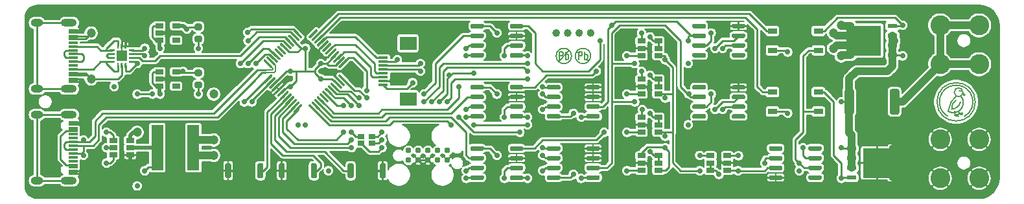
<source format=gbr>
G04 #@! TF.GenerationSoftware,KiCad,Pcbnew,(5.1.10)-1*
G04 #@! TF.CreationDate,2021-11-24T09:21:36-08:00*
G04 #@! TF.ProjectId,UsbSourceMeasureTest,55736253-6f75-4726-9365-4d6561737572,rev?*
G04 #@! TF.SameCoordinates,Original*
G04 #@! TF.FileFunction,Copper,L1,Top*
G04 #@! TF.FilePolarity,Positive*
%FSLAX46Y46*%
G04 Gerber Fmt 4.6, Leading zero omitted, Abs format (unit mm)*
G04 Created by KiCad (PCBNEW (5.1.10)-1) date 2021-11-24 09:21:36*
%MOMM*%
%LPD*%
G01*
G04 APERTURE LIST*
%ADD10C,0.200000*%
G04 #@! TA.AperFunction,EtchedComponent*
%ADD11C,0.200000*%
G04 #@! TD*
G04 #@! TA.AperFunction,EtchedComponent*
%ADD12C,0.160000*%
G04 #@! TD*
G04 #@! TA.AperFunction,EtchedComponent*
%ADD13C,0.500000*%
G04 #@! TD*
G04 #@! TA.AperFunction,SMDPad,CuDef*
%ADD14R,3.810000X3.910000*%
G04 #@! TD*
G04 #@! TA.AperFunction,SMDPad,CuDef*
%ADD15R,1.020000X0.610000*%
G04 #@! TD*
G04 #@! TA.AperFunction,SMDPad,CuDef*
%ADD16R,1.270000X0.610000*%
G04 #@! TD*
G04 #@! TA.AperFunction,SMDPad,CuDef*
%ADD17R,1.200000X0.800000*%
G04 #@! TD*
G04 #@! TA.AperFunction,SMDPad,CuDef*
%ADD18R,1.060000X0.650000*%
G04 #@! TD*
G04 #@! TA.AperFunction,ComponentPad*
%ADD19O,2.100000X1.000000*%
G04 #@! TD*
G04 #@! TA.AperFunction,ComponentPad*
%ADD20O,1.600000X1.000000*%
G04 #@! TD*
G04 #@! TA.AperFunction,SMDPad,CuDef*
%ADD21R,1.150000X0.300000*%
G04 #@! TD*
G04 #@! TA.AperFunction,ComponentPad*
%ADD22C,2.600000*%
G04 #@! TD*
G04 #@! TA.AperFunction,SMDPad,CuDef*
%ADD23R,1.450000X1.450000*%
G04 #@! TD*
G04 #@! TA.AperFunction,SMDPad,CuDef*
%ADD24R,1.600000X5.900000*%
G04 #@! TD*
G04 #@! TA.AperFunction,SMDPad,CuDef*
%ADD25R,0.850000X0.650000*%
G04 #@! TD*
G04 #@! TA.AperFunction,ConnectorPad*
%ADD26C,0.787400*%
G04 #@! TD*
G04 #@! TA.AperFunction,SMDPad,CuDef*
%ADD27R,2.200000X1.800000*%
G04 #@! TD*
G04 #@! TA.AperFunction,SMDPad,CuDef*
%ADD28R,1.300000X0.300000*%
G04 #@! TD*
G04 #@! TA.AperFunction,ViaPad*
%ADD29C,1.200000*%
G04 #@! TD*
G04 #@! TA.AperFunction,ViaPad*
%ADD30C,0.700000*%
G04 #@! TD*
G04 #@! TA.AperFunction,Conductor*
%ADD31C,0.250000*%
G04 #@! TD*
G04 #@! TA.AperFunction,Conductor*
%ADD32C,0.500000*%
G04 #@! TD*
G04 #@! TA.AperFunction,Conductor*
%ADD33C,1.000000*%
G04 #@! TD*
G04 #@! TA.AperFunction,Conductor*
%ADD34C,0.160000*%
G04 #@! TD*
G04 #@! TA.AperFunction,Conductor*
%ADD35C,0.200000*%
G04 #@! TD*
G04 #@! TA.AperFunction,Conductor*
%ADD36C,0.100000*%
G04 #@! TD*
G04 APERTURE END LIST*
D10*
X169178571Y-30452380D02*
X169178571Y-29452380D01*
X169483333Y-29452380D01*
X169559523Y-29500000D01*
X169597619Y-29547619D01*
X169635714Y-29642857D01*
X169635714Y-29785714D01*
X169597619Y-29880952D01*
X169559523Y-29928571D01*
X169483333Y-29976190D01*
X169178571Y-29976190D01*
X169978571Y-30452380D02*
X169978571Y-29452380D01*
X169978571Y-29833333D02*
X170054761Y-29785714D01*
X170207142Y-29785714D01*
X170283333Y-29833333D01*
X170321428Y-29880952D01*
X170359523Y-29976190D01*
X170359523Y-30261904D01*
X170321428Y-30357142D01*
X170283333Y-30404761D01*
X170207142Y-30452380D01*
X170054761Y-30452380D01*
X169978571Y-30404761D01*
X171678571Y-30452380D02*
X171678571Y-29452380D01*
X171983333Y-29452380D01*
X172059523Y-29500000D01*
X172097619Y-29547619D01*
X172135714Y-29642857D01*
X172135714Y-29785714D01*
X172097619Y-29880952D01*
X172059523Y-29928571D01*
X171983333Y-29976190D01*
X171678571Y-29976190D01*
X172478571Y-30452380D02*
X172478571Y-29452380D01*
X172478571Y-29833333D02*
X172554761Y-29785714D01*
X172707142Y-29785714D01*
X172783333Y-29833333D01*
X172821428Y-29880952D01*
X172859523Y-29976190D01*
X172859523Y-30261904D01*
X172821428Y-30357142D01*
X172783333Y-30404761D01*
X172707142Y-30452380D01*
X172554761Y-30452380D01*
X172478571Y-30404761D01*
D11*
X220489050Y-37424715D02*
X220798327Y-37398730D01*
X219927802Y-37250000D02*
X220192723Y-37374087D01*
X220798327Y-37398730D02*
X221101295Y-37297751D01*
X221101295Y-37297751D02*
X221379085Y-37128065D01*
X220192723Y-37374087D02*
X220489050Y-37424715D01*
X221379085Y-37128065D02*
X221614398Y-36900241D01*
X221614398Y-36900241D02*
X221792579Y-36628467D01*
X221937407Y-36022451D02*
X221895035Y-35725950D01*
X221895035Y-35725950D02*
X221778054Y-35458630D01*
X221778054Y-35458630D02*
X221593750Y-35237139D01*
X221792579Y-36628467D02*
X221902531Y-36329667D01*
X221875000Y-34750000D02*
G75*
G03*
X221875000Y-34750000I-562500J0D01*
G01*
X221902531Y-36329667D02*
X221937407Y-36022451D01*
X220849257Y-37768905D02*
X220800000Y-37395710D01*
X223500000Y-36000000D02*
G75*
G03*
X223500000Y-36000000I-2500000J0D01*
G01*
X221382558Y-37561450D02*
X221273702Y-37202597D01*
X220800000Y-37395710D02*
X220787996Y-37146914D01*
D12*
X220786885Y-37768832D02*
G75*
G02*
X221286757Y-37643905I468491J-812047D01*
G01*
X221286610Y-37893910D02*
G75*
G02*
X220786757Y-37768905I-31234J936980D01*
G01*
D11*
X221031251Y-35237139D02*
G75*
G02*
X220696494Y-35608539I-1077120J634282D01*
G01*
D12*
X221820058Y-37561450D02*
G75*
G02*
X221820058Y-37436450I0J62500D01*
G01*
X221820058Y-37686450D02*
G75*
G02*
X221820058Y-37561450I0J62500D01*
G01*
D11*
X220190635Y-36547561D02*
G75*
G02*
X220696494Y-35608539I1248220J-66661D01*
G01*
X220190635Y-36547562D02*
G75*
G02*
X219927802Y-37250000I-1248221J66660D01*
G01*
D12*
X222178836Y-35108849D02*
G75*
G02*
X221869178Y-34830714I238978J577507D01*
G01*
X220426163Y-36957346D02*
G75*
G02*
X220986604Y-35756932I1240752J151760D01*
G01*
X221379260Y-34592648D02*
G75*
G02*
X221620740Y-34592648I120740J-32352D01*
G01*
X221286757Y-37893905D02*
G75*
G02*
X221286757Y-37768905I0J62500D01*
G01*
X222178844Y-35108703D02*
G75*
G02*
X221763205Y-35086557I-176462J599569D01*
G01*
X221286757Y-37768905D02*
G75*
G02*
X221286757Y-37643905I0J62500D01*
G01*
X221575947Y-36000734D02*
G75*
G02*
X220426188Y-36957555I-1215549J291446D01*
G01*
X221819911Y-37686455D02*
G75*
G02*
X221320058Y-37561450I-31234J936980D01*
G01*
D11*
X219906250Y-37894429D02*
G75*
G02*
X222093749Y-37894430I1093750J1894429D01*
G01*
D12*
X221320186Y-37561377D02*
G75*
G02*
X221820058Y-37436450I468491J-812047D01*
G01*
D13*
X169000000Y-27000000D02*
G75*
G03*
X169000000Y-27000000I-250000J0D01*
G01*
X170500000Y-27000000D02*
G75*
G03*
X170500000Y-27000000I-250000J0D01*
G01*
X172000000Y-27000000D02*
G75*
G03*
X172000000Y-27000000I-250000J0D01*
G01*
X173500000Y-27000000D02*
G75*
G03*
X173500000Y-27000000I-250000J0D01*
G01*
D11*
X170400000Y-29300000D02*
X169100000Y-30700000D01*
X173250000Y-30000000D02*
G75*
G03*
X173250000Y-30000000I-1000000J0D01*
G01*
X170750000Y-30000000D02*
G75*
G03*
X170750000Y-30000000I-1000000J0D01*
G01*
X173050000Y-30550000D02*
X172800000Y-30550000D01*
X171800000Y-29550000D02*
X171400000Y-29550000D01*
G04 #@! TA.AperFunction,SMDPad,CuDef*
G36*
G01*
X137573312Y-37356334D02*
X137467246Y-37462400D01*
G75*
G02*
X137361180Y-37462400I-53033J53033D01*
G01*
X136424264Y-36525484D01*
G75*
G02*
X136424264Y-36419418I53033J53033D01*
G01*
X136530330Y-36313352D01*
G75*
G02*
X136636396Y-36313352I53033J-53033D01*
G01*
X137573312Y-37250268D01*
G75*
G02*
X137573312Y-37356334I-53033J-53033D01*
G01*
G37*
G04 #@! TD.AperFunction*
G04 #@! TA.AperFunction,SMDPad,CuDef*
G36*
G01*
X137926866Y-37002780D02*
X137820800Y-37108846D01*
G75*
G02*
X137714734Y-37108846I-53033J53033D01*
G01*
X136777818Y-36171930D01*
G75*
G02*
X136777818Y-36065864I53033J53033D01*
G01*
X136883884Y-35959798D01*
G75*
G02*
X136989950Y-35959798I53033J-53033D01*
G01*
X137926866Y-36896714D01*
G75*
G02*
X137926866Y-37002780I-53033J-53033D01*
G01*
G37*
G04 #@! TD.AperFunction*
G04 #@! TA.AperFunction,SMDPad,CuDef*
G36*
G01*
X138280419Y-36649227D02*
X138174353Y-36755293D01*
G75*
G02*
X138068287Y-36755293I-53033J53033D01*
G01*
X137131371Y-35818377D01*
G75*
G02*
X137131371Y-35712311I53033J53033D01*
G01*
X137237437Y-35606245D01*
G75*
G02*
X137343503Y-35606245I53033J-53033D01*
G01*
X138280419Y-36543161D01*
G75*
G02*
X138280419Y-36649227I-53033J-53033D01*
G01*
G37*
G04 #@! TD.AperFunction*
G04 #@! TA.AperFunction,SMDPad,CuDef*
G36*
G01*
X138633973Y-36295673D02*
X138527907Y-36401739D01*
G75*
G02*
X138421841Y-36401739I-53033J53033D01*
G01*
X137484925Y-35464823D01*
G75*
G02*
X137484925Y-35358757I53033J53033D01*
G01*
X137590991Y-35252691D01*
G75*
G02*
X137697057Y-35252691I53033J-53033D01*
G01*
X138633973Y-36189607D01*
G75*
G02*
X138633973Y-36295673I-53033J-53033D01*
G01*
G37*
G04 #@! TD.AperFunction*
G04 #@! TA.AperFunction,SMDPad,CuDef*
G36*
G01*
X138987526Y-35942120D02*
X138881460Y-36048186D01*
G75*
G02*
X138775394Y-36048186I-53033J53033D01*
G01*
X137838478Y-35111270D01*
G75*
G02*
X137838478Y-35005204I53033J53033D01*
G01*
X137944544Y-34899138D01*
G75*
G02*
X138050610Y-34899138I53033J-53033D01*
G01*
X138987526Y-35836054D01*
G75*
G02*
X138987526Y-35942120I-53033J-53033D01*
G01*
G37*
G04 #@! TD.AperFunction*
G04 #@! TA.AperFunction,SMDPad,CuDef*
G36*
G01*
X139341079Y-35588567D02*
X139235013Y-35694633D01*
G75*
G02*
X139128947Y-35694633I-53033J53033D01*
G01*
X138192031Y-34757717D01*
G75*
G02*
X138192031Y-34651651I53033J53033D01*
G01*
X138298097Y-34545585D01*
G75*
G02*
X138404163Y-34545585I53033J-53033D01*
G01*
X139341079Y-35482501D01*
G75*
G02*
X139341079Y-35588567I-53033J-53033D01*
G01*
G37*
G04 #@! TD.AperFunction*
G04 #@! TA.AperFunction,SMDPad,CuDef*
G36*
G01*
X139694633Y-35235013D02*
X139588567Y-35341079D01*
G75*
G02*
X139482501Y-35341079I-53033J53033D01*
G01*
X138545585Y-34404163D01*
G75*
G02*
X138545585Y-34298097I53033J53033D01*
G01*
X138651651Y-34192031D01*
G75*
G02*
X138757717Y-34192031I53033J-53033D01*
G01*
X139694633Y-35128947D01*
G75*
G02*
X139694633Y-35235013I-53033J-53033D01*
G01*
G37*
G04 #@! TD.AperFunction*
G04 #@! TA.AperFunction,SMDPad,CuDef*
G36*
G01*
X140048186Y-34881460D02*
X139942120Y-34987526D01*
G75*
G02*
X139836054Y-34987526I-53033J53033D01*
G01*
X138899138Y-34050610D01*
G75*
G02*
X138899138Y-33944544I53033J53033D01*
G01*
X139005204Y-33838478D01*
G75*
G02*
X139111270Y-33838478I53033J-53033D01*
G01*
X140048186Y-34775394D01*
G75*
G02*
X140048186Y-34881460I-53033J-53033D01*
G01*
G37*
G04 #@! TD.AperFunction*
G04 #@! TA.AperFunction,SMDPad,CuDef*
G36*
G01*
X140401739Y-34527907D02*
X140295673Y-34633973D01*
G75*
G02*
X140189607Y-34633973I-53033J53033D01*
G01*
X139252691Y-33697057D01*
G75*
G02*
X139252691Y-33590991I53033J53033D01*
G01*
X139358757Y-33484925D01*
G75*
G02*
X139464823Y-33484925I53033J-53033D01*
G01*
X140401739Y-34421841D01*
G75*
G02*
X140401739Y-34527907I-53033J-53033D01*
G01*
G37*
G04 #@! TD.AperFunction*
G04 #@! TA.AperFunction,SMDPad,CuDef*
G36*
G01*
X140755293Y-34174353D02*
X140649227Y-34280419D01*
G75*
G02*
X140543161Y-34280419I-53033J53033D01*
G01*
X139606245Y-33343503D01*
G75*
G02*
X139606245Y-33237437I53033J53033D01*
G01*
X139712311Y-33131371D01*
G75*
G02*
X139818377Y-33131371I53033J-53033D01*
G01*
X140755293Y-34068287D01*
G75*
G02*
X140755293Y-34174353I-53033J-53033D01*
G01*
G37*
G04 #@! TD.AperFunction*
G04 #@! TA.AperFunction,SMDPad,CuDef*
G36*
G01*
X141108846Y-33820800D02*
X141002780Y-33926866D01*
G75*
G02*
X140896714Y-33926866I-53033J53033D01*
G01*
X139959798Y-32989950D01*
G75*
G02*
X139959798Y-32883884I53033J53033D01*
G01*
X140065864Y-32777818D01*
G75*
G02*
X140171930Y-32777818I53033J-53033D01*
G01*
X141108846Y-33714734D01*
G75*
G02*
X141108846Y-33820800I-53033J-53033D01*
G01*
G37*
G04 #@! TD.AperFunction*
G04 #@! TA.AperFunction,SMDPad,CuDef*
G36*
G01*
X141462400Y-33467246D02*
X141356334Y-33573312D01*
G75*
G02*
X141250268Y-33573312I-53033J53033D01*
G01*
X140313352Y-32636396D01*
G75*
G02*
X140313352Y-32530330I53033J53033D01*
G01*
X140419418Y-32424264D01*
G75*
G02*
X140525484Y-32424264I53033J-53033D01*
G01*
X141462400Y-33361180D01*
G75*
G02*
X141462400Y-33467246I-53033J-53033D01*
G01*
G37*
G04 #@! TD.AperFunction*
G04 #@! TA.AperFunction,SMDPad,CuDef*
G36*
G01*
X141462400Y-30638820D02*
X140525484Y-31575736D01*
G75*
G02*
X140419418Y-31575736I-53033J53033D01*
G01*
X140313352Y-31469670D01*
G75*
G02*
X140313352Y-31363604I53033J53033D01*
G01*
X141250268Y-30426688D01*
G75*
G02*
X141356334Y-30426688I53033J-53033D01*
G01*
X141462400Y-30532754D01*
G75*
G02*
X141462400Y-30638820I-53033J-53033D01*
G01*
G37*
G04 #@! TD.AperFunction*
G04 #@! TA.AperFunction,SMDPad,CuDef*
G36*
G01*
X141108846Y-30285266D02*
X140171930Y-31222182D01*
G75*
G02*
X140065864Y-31222182I-53033J53033D01*
G01*
X139959798Y-31116116D01*
G75*
G02*
X139959798Y-31010050I53033J53033D01*
G01*
X140896714Y-30073134D01*
G75*
G02*
X141002780Y-30073134I53033J-53033D01*
G01*
X141108846Y-30179200D01*
G75*
G02*
X141108846Y-30285266I-53033J-53033D01*
G01*
G37*
G04 #@! TD.AperFunction*
G04 #@! TA.AperFunction,SMDPad,CuDef*
G36*
G01*
X140755293Y-29931713D02*
X139818377Y-30868629D01*
G75*
G02*
X139712311Y-30868629I-53033J53033D01*
G01*
X139606245Y-30762563D01*
G75*
G02*
X139606245Y-30656497I53033J53033D01*
G01*
X140543161Y-29719581D01*
G75*
G02*
X140649227Y-29719581I53033J-53033D01*
G01*
X140755293Y-29825647D01*
G75*
G02*
X140755293Y-29931713I-53033J-53033D01*
G01*
G37*
G04 #@! TD.AperFunction*
G04 #@! TA.AperFunction,SMDPad,CuDef*
G36*
G01*
X140401739Y-29578159D02*
X139464823Y-30515075D01*
G75*
G02*
X139358757Y-30515075I-53033J53033D01*
G01*
X139252691Y-30409009D01*
G75*
G02*
X139252691Y-30302943I53033J53033D01*
G01*
X140189607Y-29366027D01*
G75*
G02*
X140295673Y-29366027I53033J-53033D01*
G01*
X140401739Y-29472093D01*
G75*
G02*
X140401739Y-29578159I-53033J-53033D01*
G01*
G37*
G04 #@! TD.AperFunction*
G04 #@! TA.AperFunction,SMDPad,CuDef*
G36*
G01*
X140048186Y-29224606D02*
X139111270Y-30161522D01*
G75*
G02*
X139005204Y-30161522I-53033J53033D01*
G01*
X138899138Y-30055456D01*
G75*
G02*
X138899138Y-29949390I53033J53033D01*
G01*
X139836054Y-29012474D01*
G75*
G02*
X139942120Y-29012474I53033J-53033D01*
G01*
X140048186Y-29118540D01*
G75*
G02*
X140048186Y-29224606I-53033J-53033D01*
G01*
G37*
G04 #@! TD.AperFunction*
G04 #@! TA.AperFunction,SMDPad,CuDef*
G36*
G01*
X139694633Y-28871053D02*
X138757717Y-29807969D01*
G75*
G02*
X138651651Y-29807969I-53033J53033D01*
G01*
X138545585Y-29701903D01*
G75*
G02*
X138545585Y-29595837I53033J53033D01*
G01*
X139482501Y-28658921D01*
G75*
G02*
X139588567Y-28658921I53033J-53033D01*
G01*
X139694633Y-28764987D01*
G75*
G02*
X139694633Y-28871053I-53033J-53033D01*
G01*
G37*
G04 #@! TD.AperFunction*
G04 #@! TA.AperFunction,SMDPad,CuDef*
G36*
G01*
X139341079Y-28517499D02*
X138404163Y-29454415D01*
G75*
G02*
X138298097Y-29454415I-53033J53033D01*
G01*
X138192031Y-29348349D01*
G75*
G02*
X138192031Y-29242283I53033J53033D01*
G01*
X139128947Y-28305367D01*
G75*
G02*
X139235013Y-28305367I53033J-53033D01*
G01*
X139341079Y-28411433D01*
G75*
G02*
X139341079Y-28517499I-53033J-53033D01*
G01*
G37*
G04 #@! TD.AperFunction*
G04 #@! TA.AperFunction,SMDPad,CuDef*
G36*
G01*
X138987526Y-28163946D02*
X138050610Y-29100862D01*
G75*
G02*
X137944544Y-29100862I-53033J53033D01*
G01*
X137838478Y-28994796D01*
G75*
G02*
X137838478Y-28888730I53033J53033D01*
G01*
X138775394Y-27951814D01*
G75*
G02*
X138881460Y-27951814I53033J-53033D01*
G01*
X138987526Y-28057880D01*
G75*
G02*
X138987526Y-28163946I-53033J-53033D01*
G01*
G37*
G04 #@! TD.AperFunction*
G04 #@! TA.AperFunction,SMDPad,CuDef*
G36*
G01*
X138633973Y-27810393D02*
X137697057Y-28747309D01*
G75*
G02*
X137590991Y-28747309I-53033J53033D01*
G01*
X137484925Y-28641243D01*
G75*
G02*
X137484925Y-28535177I53033J53033D01*
G01*
X138421841Y-27598261D01*
G75*
G02*
X138527907Y-27598261I53033J-53033D01*
G01*
X138633973Y-27704327D01*
G75*
G02*
X138633973Y-27810393I-53033J-53033D01*
G01*
G37*
G04 #@! TD.AperFunction*
G04 #@! TA.AperFunction,SMDPad,CuDef*
G36*
G01*
X138280419Y-27456839D02*
X137343503Y-28393755D01*
G75*
G02*
X137237437Y-28393755I-53033J53033D01*
G01*
X137131371Y-28287689D01*
G75*
G02*
X137131371Y-28181623I53033J53033D01*
G01*
X138068287Y-27244707D01*
G75*
G02*
X138174353Y-27244707I53033J-53033D01*
G01*
X138280419Y-27350773D01*
G75*
G02*
X138280419Y-27456839I-53033J-53033D01*
G01*
G37*
G04 #@! TD.AperFunction*
G04 #@! TA.AperFunction,SMDPad,CuDef*
G36*
G01*
X137926866Y-27103286D02*
X136989950Y-28040202D01*
G75*
G02*
X136883884Y-28040202I-53033J53033D01*
G01*
X136777818Y-27934136D01*
G75*
G02*
X136777818Y-27828070I53033J53033D01*
G01*
X137714734Y-26891154D01*
G75*
G02*
X137820800Y-26891154I53033J-53033D01*
G01*
X137926866Y-26997220D01*
G75*
G02*
X137926866Y-27103286I-53033J-53033D01*
G01*
G37*
G04 #@! TD.AperFunction*
G04 #@! TA.AperFunction,SMDPad,CuDef*
G36*
G01*
X137573312Y-26749732D02*
X136636396Y-27686648D01*
G75*
G02*
X136530330Y-27686648I-53033J53033D01*
G01*
X136424264Y-27580582D01*
G75*
G02*
X136424264Y-27474516I53033J53033D01*
G01*
X137361180Y-26537600D01*
G75*
G02*
X137467246Y-26537600I53033J-53033D01*
G01*
X137573312Y-26643666D01*
G75*
G02*
X137573312Y-26749732I-53033J-53033D01*
G01*
G37*
G04 #@! TD.AperFunction*
G04 #@! TA.AperFunction,SMDPad,CuDef*
G36*
G01*
X135575736Y-27580582D02*
X135469670Y-27686648D01*
G75*
G02*
X135363604Y-27686648I-53033J53033D01*
G01*
X134426688Y-26749732D01*
G75*
G02*
X134426688Y-26643666I53033J53033D01*
G01*
X134532754Y-26537600D01*
G75*
G02*
X134638820Y-26537600I53033J-53033D01*
G01*
X135575736Y-27474516D01*
G75*
G02*
X135575736Y-27580582I-53033J-53033D01*
G01*
G37*
G04 #@! TD.AperFunction*
G04 #@! TA.AperFunction,SMDPad,CuDef*
G36*
G01*
X135222182Y-27934136D02*
X135116116Y-28040202D01*
G75*
G02*
X135010050Y-28040202I-53033J53033D01*
G01*
X134073134Y-27103286D01*
G75*
G02*
X134073134Y-26997220I53033J53033D01*
G01*
X134179200Y-26891154D01*
G75*
G02*
X134285266Y-26891154I53033J-53033D01*
G01*
X135222182Y-27828070D01*
G75*
G02*
X135222182Y-27934136I-53033J-53033D01*
G01*
G37*
G04 #@! TD.AperFunction*
G04 #@! TA.AperFunction,SMDPad,CuDef*
G36*
G01*
X134868629Y-28287689D02*
X134762563Y-28393755D01*
G75*
G02*
X134656497Y-28393755I-53033J53033D01*
G01*
X133719581Y-27456839D01*
G75*
G02*
X133719581Y-27350773I53033J53033D01*
G01*
X133825647Y-27244707D01*
G75*
G02*
X133931713Y-27244707I53033J-53033D01*
G01*
X134868629Y-28181623D01*
G75*
G02*
X134868629Y-28287689I-53033J-53033D01*
G01*
G37*
G04 #@! TD.AperFunction*
G04 #@! TA.AperFunction,SMDPad,CuDef*
G36*
G01*
X134515075Y-28641243D02*
X134409009Y-28747309D01*
G75*
G02*
X134302943Y-28747309I-53033J53033D01*
G01*
X133366027Y-27810393D01*
G75*
G02*
X133366027Y-27704327I53033J53033D01*
G01*
X133472093Y-27598261D01*
G75*
G02*
X133578159Y-27598261I53033J-53033D01*
G01*
X134515075Y-28535177D01*
G75*
G02*
X134515075Y-28641243I-53033J-53033D01*
G01*
G37*
G04 #@! TD.AperFunction*
G04 #@! TA.AperFunction,SMDPad,CuDef*
G36*
G01*
X134161522Y-28994796D02*
X134055456Y-29100862D01*
G75*
G02*
X133949390Y-29100862I-53033J53033D01*
G01*
X133012474Y-28163946D01*
G75*
G02*
X133012474Y-28057880I53033J53033D01*
G01*
X133118540Y-27951814D01*
G75*
G02*
X133224606Y-27951814I53033J-53033D01*
G01*
X134161522Y-28888730D01*
G75*
G02*
X134161522Y-28994796I-53033J-53033D01*
G01*
G37*
G04 #@! TD.AperFunction*
G04 #@! TA.AperFunction,SMDPad,CuDef*
G36*
G01*
X133807969Y-29348349D02*
X133701903Y-29454415D01*
G75*
G02*
X133595837Y-29454415I-53033J53033D01*
G01*
X132658921Y-28517499D01*
G75*
G02*
X132658921Y-28411433I53033J53033D01*
G01*
X132764987Y-28305367D01*
G75*
G02*
X132871053Y-28305367I53033J-53033D01*
G01*
X133807969Y-29242283D01*
G75*
G02*
X133807969Y-29348349I-53033J-53033D01*
G01*
G37*
G04 #@! TD.AperFunction*
G04 #@! TA.AperFunction,SMDPad,CuDef*
G36*
G01*
X133454415Y-29701903D02*
X133348349Y-29807969D01*
G75*
G02*
X133242283Y-29807969I-53033J53033D01*
G01*
X132305367Y-28871053D01*
G75*
G02*
X132305367Y-28764987I53033J53033D01*
G01*
X132411433Y-28658921D01*
G75*
G02*
X132517499Y-28658921I53033J-53033D01*
G01*
X133454415Y-29595837D01*
G75*
G02*
X133454415Y-29701903I-53033J-53033D01*
G01*
G37*
G04 #@! TD.AperFunction*
G04 #@! TA.AperFunction,SMDPad,CuDef*
G36*
G01*
X133100862Y-30055456D02*
X132994796Y-30161522D01*
G75*
G02*
X132888730Y-30161522I-53033J53033D01*
G01*
X131951814Y-29224606D01*
G75*
G02*
X131951814Y-29118540I53033J53033D01*
G01*
X132057880Y-29012474D01*
G75*
G02*
X132163946Y-29012474I53033J-53033D01*
G01*
X133100862Y-29949390D01*
G75*
G02*
X133100862Y-30055456I-53033J-53033D01*
G01*
G37*
G04 #@! TD.AperFunction*
G04 #@! TA.AperFunction,SMDPad,CuDef*
G36*
G01*
X132747309Y-30409009D02*
X132641243Y-30515075D01*
G75*
G02*
X132535177Y-30515075I-53033J53033D01*
G01*
X131598261Y-29578159D01*
G75*
G02*
X131598261Y-29472093I53033J53033D01*
G01*
X131704327Y-29366027D01*
G75*
G02*
X131810393Y-29366027I53033J-53033D01*
G01*
X132747309Y-30302943D01*
G75*
G02*
X132747309Y-30409009I-53033J-53033D01*
G01*
G37*
G04 #@! TD.AperFunction*
G04 #@! TA.AperFunction,SMDPad,CuDef*
G36*
G01*
X132393755Y-30762563D02*
X132287689Y-30868629D01*
G75*
G02*
X132181623Y-30868629I-53033J53033D01*
G01*
X131244707Y-29931713D01*
G75*
G02*
X131244707Y-29825647I53033J53033D01*
G01*
X131350773Y-29719581D01*
G75*
G02*
X131456839Y-29719581I53033J-53033D01*
G01*
X132393755Y-30656497D01*
G75*
G02*
X132393755Y-30762563I-53033J-53033D01*
G01*
G37*
G04 #@! TD.AperFunction*
G04 #@! TA.AperFunction,SMDPad,CuDef*
G36*
G01*
X132040202Y-31116116D02*
X131934136Y-31222182D01*
G75*
G02*
X131828070Y-31222182I-53033J53033D01*
G01*
X130891154Y-30285266D01*
G75*
G02*
X130891154Y-30179200I53033J53033D01*
G01*
X130997220Y-30073134D01*
G75*
G02*
X131103286Y-30073134I53033J-53033D01*
G01*
X132040202Y-31010050D01*
G75*
G02*
X132040202Y-31116116I-53033J-53033D01*
G01*
G37*
G04 #@! TD.AperFunction*
G04 #@! TA.AperFunction,SMDPad,CuDef*
G36*
G01*
X131686648Y-31469670D02*
X131580582Y-31575736D01*
G75*
G02*
X131474516Y-31575736I-53033J53033D01*
G01*
X130537600Y-30638820D01*
G75*
G02*
X130537600Y-30532754I53033J53033D01*
G01*
X130643666Y-30426688D01*
G75*
G02*
X130749732Y-30426688I53033J-53033D01*
G01*
X131686648Y-31363604D01*
G75*
G02*
X131686648Y-31469670I-53033J-53033D01*
G01*
G37*
G04 #@! TD.AperFunction*
G04 #@! TA.AperFunction,SMDPad,CuDef*
G36*
G01*
X131686648Y-32636396D02*
X130749732Y-33573312D01*
G75*
G02*
X130643666Y-33573312I-53033J53033D01*
G01*
X130537600Y-33467246D01*
G75*
G02*
X130537600Y-33361180I53033J53033D01*
G01*
X131474516Y-32424264D01*
G75*
G02*
X131580582Y-32424264I53033J-53033D01*
G01*
X131686648Y-32530330D01*
G75*
G02*
X131686648Y-32636396I-53033J-53033D01*
G01*
G37*
G04 #@! TD.AperFunction*
G04 #@! TA.AperFunction,SMDPad,CuDef*
G36*
G01*
X132040202Y-32989950D02*
X131103286Y-33926866D01*
G75*
G02*
X130997220Y-33926866I-53033J53033D01*
G01*
X130891154Y-33820800D01*
G75*
G02*
X130891154Y-33714734I53033J53033D01*
G01*
X131828070Y-32777818D01*
G75*
G02*
X131934136Y-32777818I53033J-53033D01*
G01*
X132040202Y-32883884D01*
G75*
G02*
X132040202Y-32989950I-53033J-53033D01*
G01*
G37*
G04 #@! TD.AperFunction*
G04 #@! TA.AperFunction,SMDPad,CuDef*
G36*
G01*
X132393755Y-33343503D02*
X131456839Y-34280419D01*
G75*
G02*
X131350773Y-34280419I-53033J53033D01*
G01*
X131244707Y-34174353D01*
G75*
G02*
X131244707Y-34068287I53033J53033D01*
G01*
X132181623Y-33131371D01*
G75*
G02*
X132287689Y-33131371I53033J-53033D01*
G01*
X132393755Y-33237437D01*
G75*
G02*
X132393755Y-33343503I-53033J-53033D01*
G01*
G37*
G04 #@! TD.AperFunction*
G04 #@! TA.AperFunction,SMDPad,CuDef*
G36*
G01*
X132747309Y-33697057D02*
X131810393Y-34633973D01*
G75*
G02*
X131704327Y-34633973I-53033J53033D01*
G01*
X131598261Y-34527907D01*
G75*
G02*
X131598261Y-34421841I53033J53033D01*
G01*
X132535177Y-33484925D01*
G75*
G02*
X132641243Y-33484925I53033J-53033D01*
G01*
X132747309Y-33590991D01*
G75*
G02*
X132747309Y-33697057I-53033J-53033D01*
G01*
G37*
G04 #@! TD.AperFunction*
G04 #@! TA.AperFunction,SMDPad,CuDef*
G36*
G01*
X133100862Y-34050610D02*
X132163946Y-34987526D01*
G75*
G02*
X132057880Y-34987526I-53033J53033D01*
G01*
X131951814Y-34881460D01*
G75*
G02*
X131951814Y-34775394I53033J53033D01*
G01*
X132888730Y-33838478D01*
G75*
G02*
X132994796Y-33838478I53033J-53033D01*
G01*
X133100862Y-33944544D01*
G75*
G02*
X133100862Y-34050610I-53033J-53033D01*
G01*
G37*
G04 #@! TD.AperFunction*
G04 #@! TA.AperFunction,SMDPad,CuDef*
G36*
G01*
X133454415Y-34404163D02*
X132517499Y-35341079D01*
G75*
G02*
X132411433Y-35341079I-53033J53033D01*
G01*
X132305367Y-35235013D01*
G75*
G02*
X132305367Y-35128947I53033J53033D01*
G01*
X133242283Y-34192031D01*
G75*
G02*
X133348349Y-34192031I53033J-53033D01*
G01*
X133454415Y-34298097D01*
G75*
G02*
X133454415Y-34404163I-53033J-53033D01*
G01*
G37*
G04 #@! TD.AperFunction*
G04 #@! TA.AperFunction,SMDPad,CuDef*
G36*
G01*
X133807969Y-34757717D02*
X132871053Y-35694633D01*
G75*
G02*
X132764987Y-35694633I-53033J53033D01*
G01*
X132658921Y-35588567D01*
G75*
G02*
X132658921Y-35482501I53033J53033D01*
G01*
X133595837Y-34545585D01*
G75*
G02*
X133701903Y-34545585I53033J-53033D01*
G01*
X133807969Y-34651651D01*
G75*
G02*
X133807969Y-34757717I-53033J-53033D01*
G01*
G37*
G04 #@! TD.AperFunction*
G04 #@! TA.AperFunction,SMDPad,CuDef*
G36*
G01*
X134161522Y-35111270D02*
X133224606Y-36048186D01*
G75*
G02*
X133118540Y-36048186I-53033J53033D01*
G01*
X133012474Y-35942120D01*
G75*
G02*
X133012474Y-35836054I53033J53033D01*
G01*
X133949390Y-34899138D01*
G75*
G02*
X134055456Y-34899138I53033J-53033D01*
G01*
X134161522Y-35005204D01*
G75*
G02*
X134161522Y-35111270I-53033J-53033D01*
G01*
G37*
G04 #@! TD.AperFunction*
G04 #@! TA.AperFunction,SMDPad,CuDef*
G36*
G01*
X134515075Y-35464823D02*
X133578159Y-36401739D01*
G75*
G02*
X133472093Y-36401739I-53033J53033D01*
G01*
X133366027Y-36295673D01*
G75*
G02*
X133366027Y-36189607I53033J53033D01*
G01*
X134302943Y-35252691D01*
G75*
G02*
X134409009Y-35252691I53033J-53033D01*
G01*
X134515075Y-35358757D01*
G75*
G02*
X134515075Y-35464823I-53033J-53033D01*
G01*
G37*
G04 #@! TD.AperFunction*
G04 #@! TA.AperFunction,SMDPad,CuDef*
G36*
G01*
X134868629Y-35818377D02*
X133931713Y-36755293D01*
G75*
G02*
X133825647Y-36755293I-53033J53033D01*
G01*
X133719581Y-36649227D01*
G75*
G02*
X133719581Y-36543161I53033J53033D01*
G01*
X134656497Y-35606245D01*
G75*
G02*
X134762563Y-35606245I53033J-53033D01*
G01*
X134868629Y-35712311D01*
G75*
G02*
X134868629Y-35818377I-53033J-53033D01*
G01*
G37*
G04 #@! TD.AperFunction*
G04 #@! TA.AperFunction,SMDPad,CuDef*
G36*
G01*
X135222182Y-36171930D02*
X134285266Y-37108846D01*
G75*
G02*
X134179200Y-37108846I-53033J53033D01*
G01*
X134073134Y-37002780D01*
G75*
G02*
X134073134Y-36896714I53033J53033D01*
G01*
X135010050Y-35959798D01*
G75*
G02*
X135116116Y-35959798I53033J-53033D01*
G01*
X135222182Y-36065864D01*
G75*
G02*
X135222182Y-36171930I-53033J-53033D01*
G01*
G37*
G04 #@! TD.AperFunction*
G04 #@! TA.AperFunction,SMDPad,CuDef*
G36*
G01*
X135575736Y-36525484D02*
X134638820Y-37462400D01*
G75*
G02*
X134532754Y-37462400I-53033J53033D01*
G01*
X134426688Y-37356334D01*
G75*
G02*
X134426688Y-37250268I53033J53033D01*
G01*
X135363604Y-36313352D01*
G75*
G02*
X135469670Y-36313352I53033J-53033D01*
G01*
X135575736Y-36419418D01*
G75*
G02*
X135575736Y-36525484I-53033J-53033D01*
G01*
G37*
G04 #@! TD.AperFunction*
G04 #@! TA.AperFunction,SMDPad,CuDef*
G36*
G01*
X188300000Y-29755000D02*
X188300000Y-30055000D01*
G75*
G02*
X188150000Y-30205000I-150000J0D01*
G01*
X186700000Y-30205000D01*
G75*
G02*
X186550000Y-30055000I0J150000D01*
G01*
X186550000Y-29755000D01*
G75*
G02*
X186700000Y-29605000I150000J0D01*
G01*
X188150000Y-29605000D01*
G75*
G02*
X188300000Y-29755000I0J-150000D01*
G01*
G37*
G04 #@! TD.AperFunction*
G04 #@! TA.AperFunction,SMDPad,CuDef*
G36*
G01*
X188300000Y-28485000D02*
X188300000Y-28785000D01*
G75*
G02*
X188150000Y-28935000I-150000J0D01*
G01*
X186700000Y-28935000D01*
G75*
G02*
X186550000Y-28785000I0J150000D01*
G01*
X186550000Y-28485000D01*
G75*
G02*
X186700000Y-28335000I150000J0D01*
G01*
X188150000Y-28335000D01*
G75*
G02*
X188300000Y-28485000I0J-150000D01*
G01*
G37*
G04 #@! TD.AperFunction*
G04 #@! TA.AperFunction,SMDPad,CuDef*
G36*
G01*
X188300000Y-27215000D02*
X188300000Y-27515000D01*
G75*
G02*
X188150000Y-27665000I-150000J0D01*
G01*
X186700000Y-27665000D01*
G75*
G02*
X186550000Y-27515000I0J150000D01*
G01*
X186550000Y-27215000D01*
G75*
G02*
X186700000Y-27065000I150000J0D01*
G01*
X188150000Y-27065000D01*
G75*
G02*
X188300000Y-27215000I0J-150000D01*
G01*
G37*
G04 #@! TD.AperFunction*
G04 #@! TA.AperFunction,SMDPad,CuDef*
G36*
G01*
X188300000Y-25945000D02*
X188300000Y-26245000D01*
G75*
G02*
X188150000Y-26395000I-150000J0D01*
G01*
X186700000Y-26395000D01*
G75*
G02*
X186550000Y-26245000I0J150000D01*
G01*
X186550000Y-25945000D01*
G75*
G02*
X186700000Y-25795000I150000J0D01*
G01*
X188150000Y-25795000D01*
G75*
G02*
X188300000Y-25945000I0J-150000D01*
G01*
G37*
G04 #@! TD.AperFunction*
G04 #@! TA.AperFunction,SMDPad,CuDef*
G36*
G01*
X193450000Y-25945000D02*
X193450000Y-26245000D01*
G75*
G02*
X193300000Y-26395000I-150000J0D01*
G01*
X191850000Y-26395000D01*
G75*
G02*
X191700000Y-26245000I0J150000D01*
G01*
X191700000Y-25945000D01*
G75*
G02*
X191850000Y-25795000I150000J0D01*
G01*
X193300000Y-25795000D01*
G75*
G02*
X193450000Y-25945000I0J-150000D01*
G01*
G37*
G04 #@! TD.AperFunction*
G04 #@! TA.AperFunction,SMDPad,CuDef*
G36*
G01*
X193450000Y-27215000D02*
X193450000Y-27515000D01*
G75*
G02*
X193300000Y-27665000I-150000J0D01*
G01*
X191850000Y-27665000D01*
G75*
G02*
X191700000Y-27515000I0J150000D01*
G01*
X191700000Y-27215000D01*
G75*
G02*
X191850000Y-27065000I150000J0D01*
G01*
X193300000Y-27065000D01*
G75*
G02*
X193450000Y-27215000I0J-150000D01*
G01*
G37*
G04 #@! TD.AperFunction*
G04 #@! TA.AperFunction,SMDPad,CuDef*
G36*
G01*
X193450000Y-28485000D02*
X193450000Y-28785000D01*
G75*
G02*
X193300000Y-28935000I-150000J0D01*
G01*
X191850000Y-28935000D01*
G75*
G02*
X191700000Y-28785000I0J150000D01*
G01*
X191700000Y-28485000D01*
G75*
G02*
X191850000Y-28335000I150000J0D01*
G01*
X193300000Y-28335000D01*
G75*
G02*
X193450000Y-28485000I0J-150000D01*
G01*
G37*
G04 #@! TD.AperFunction*
G04 #@! TA.AperFunction,SMDPad,CuDef*
G36*
G01*
X193450000Y-29755000D02*
X193450000Y-30055000D01*
G75*
G02*
X193300000Y-30205000I-150000J0D01*
G01*
X191850000Y-30205000D01*
G75*
G02*
X191700000Y-30055000I0J150000D01*
G01*
X191700000Y-29755000D01*
G75*
G02*
X191850000Y-29605000I150000J0D01*
G01*
X193300000Y-29605000D01*
G75*
G02*
X193450000Y-29755000I0J-150000D01*
G01*
G37*
G04 #@! TD.AperFunction*
G04 #@! TA.AperFunction,SMDPad,CuDef*
G36*
G01*
X201700000Y-42245000D02*
X201700000Y-41945000D01*
G75*
G02*
X201850000Y-41795000I150000J0D01*
G01*
X203300000Y-41795000D01*
G75*
G02*
X203450000Y-41945000I0J-150000D01*
G01*
X203450000Y-42245000D01*
G75*
G02*
X203300000Y-42395000I-150000J0D01*
G01*
X201850000Y-42395000D01*
G75*
G02*
X201700000Y-42245000I0J150000D01*
G01*
G37*
G04 #@! TD.AperFunction*
G04 #@! TA.AperFunction,SMDPad,CuDef*
G36*
G01*
X201700000Y-43515000D02*
X201700000Y-43215000D01*
G75*
G02*
X201850000Y-43065000I150000J0D01*
G01*
X203300000Y-43065000D01*
G75*
G02*
X203450000Y-43215000I0J-150000D01*
G01*
X203450000Y-43515000D01*
G75*
G02*
X203300000Y-43665000I-150000J0D01*
G01*
X201850000Y-43665000D01*
G75*
G02*
X201700000Y-43515000I0J150000D01*
G01*
G37*
G04 #@! TD.AperFunction*
G04 #@! TA.AperFunction,SMDPad,CuDef*
G36*
G01*
X201700000Y-44785000D02*
X201700000Y-44485000D01*
G75*
G02*
X201850000Y-44335000I150000J0D01*
G01*
X203300000Y-44335000D01*
G75*
G02*
X203450000Y-44485000I0J-150000D01*
G01*
X203450000Y-44785000D01*
G75*
G02*
X203300000Y-44935000I-150000J0D01*
G01*
X201850000Y-44935000D01*
G75*
G02*
X201700000Y-44785000I0J150000D01*
G01*
G37*
G04 #@! TD.AperFunction*
G04 #@! TA.AperFunction,SMDPad,CuDef*
G36*
G01*
X201700000Y-46055000D02*
X201700000Y-45755000D01*
G75*
G02*
X201850000Y-45605000I150000J0D01*
G01*
X203300000Y-45605000D01*
G75*
G02*
X203450000Y-45755000I0J-150000D01*
G01*
X203450000Y-46055000D01*
G75*
G02*
X203300000Y-46205000I-150000J0D01*
G01*
X201850000Y-46205000D01*
G75*
G02*
X201700000Y-46055000I0J150000D01*
G01*
G37*
G04 #@! TD.AperFunction*
G04 #@! TA.AperFunction,SMDPad,CuDef*
G36*
G01*
X196550000Y-46055000D02*
X196550000Y-45755000D01*
G75*
G02*
X196700000Y-45605000I150000J0D01*
G01*
X198150000Y-45605000D01*
G75*
G02*
X198300000Y-45755000I0J-150000D01*
G01*
X198300000Y-46055000D01*
G75*
G02*
X198150000Y-46205000I-150000J0D01*
G01*
X196700000Y-46205000D01*
G75*
G02*
X196550000Y-46055000I0J150000D01*
G01*
G37*
G04 #@! TD.AperFunction*
G04 #@! TA.AperFunction,SMDPad,CuDef*
G36*
G01*
X196550000Y-44785000D02*
X196550000Y-44485000D01*
G75*
G02*
X196700000Y-44335000I150000J0D01*
G01*
X198150000Y-44335000D01*
G75*
G02*
X198300000Y-44485000I0J-150000D01*
G01*
X198300000Y-44785000D01*
G75*
G02*
X198150000Y-44935000I-150000J0D01*
G01*
X196700000Y-44935000D01*
G75*
G02*
X196550000Y-44785000I0J150000D01*
G01*
G37*
G04 #@! TD.AperFunction*
G04 #@! TA.AperFunction,SMDPad,CuDef*
G36*
G01*
X196550000Y-43515000D02*
X196550000Y-43215000D01*
G75*
G02*
X196700000Y-43065000I150000J0D01*
G01*
X198150000Y-43065000D01*
G75*
G02*
X198300000Y-43215000I0J-150000D01*
G01*
X198300000Y-43515000D01*
G75*
G02*
X198150000Y-43665000I-150000J0D01*
G01*
X196700000Y-43665000D01*
G75*
G02*
X196550000Y-43515000I0J150000D01*
G01*
G37*
G04 #@! TD.AperFunction*
G04 #@! TA.AperFunction,SMDPad,CuDef*
G36*
G01*
X196550000Y-42245000D02*
X196550000Y-41945000D01*
G75*
G02*
X196700000Y-41795000I150000J0D01*
G01*
X198150000Y-41795000D01*
G75*
G02*
X198300000Y-41945000I0J-150000D01*
G01*
X198300000Y-42245000D01*
G75*
G02*
X198150000Y-42395000I-150000J0D01*
G01*
X196700000Y-42395000D01*
G75*
G02*
X196550000Y-42245000I0J150000D01*
G01*
G37*
G04 #@! TD.AperFunction*
G04 #@! TA.AperFunction,SMDPad,CuDef*
G36*
G01*
X174450000Y-45755000D02*
X174450000Y-46055000D01*
G75*
G02*
X174300000Y-46205000I-150000J0D01*
G01*
X172850000Y-46205000D01*
G75*
G02*
X172700000Y-46055000I0J150000D01*
G01*
X172700000Y-45755000D01*
G75*
G02*
X172850000Y-45605000I150000J0D01*
G01*
X174300000Y-45605000D01*
G75*
G02*
X174450000Y-45755000I0J-150000D01*
G01*
G37*
G04 #@! TD.AperFunction*
G04 #@! TA.AperFunction,SMDPad,CuDef*
G36*
G01*
X174450000Y-44485000D02*
X174450000Y-44785000D01*
G75*
G02*
X174300000Y-44935000I-150000J0D01*
G01*
X172850000Y-44935000D01*
G75*
G02*
X172700000Y-44785000I0J150000D01*
G01*
X172700000Y-44485000D01*
G75*
G02*
X172850000Y-44335000I150000J0D01*
G01*
X174300000Y-44335000D01*
G75*
G02*
X174450000Y-44485000I0J-150000D01*
G01*
G37*
G04 #@! TD.AperFunction*
G04 #@! TA.AperFunction,SMDPad,CuDef*
G36*
G01*
X174450000Y-43215000D02*
X174450000Y-43515000D01*
G75*
G02*
X174300000Y-43665000I-150000J0D01*
G01*
X172850000Y-43665000D01*
G75*
G02*
X172700000Y-43515000I0J150000D01*
G01*
X172700000Y-43215000D01*
G75*
G02*
X172850000Y-43065000I150000J0D01*
G01*
X174300000Y-43065000D01*
G75*
G02*
X174450000Y-43215000I0J-150000D01*
G01*
G37*
G04 #@! TD.AperFunction*
G04 #@! TA.AperFunction,SMDPad,CuDef*
G36*
G01*
X174450000Y-41945000D02*
X174450000Y-42245000D01*
G75*
G02*
X174300000Y-42395000I-150000J0D01*
G01*
X172850000Y-42395000D01*
G75*
G02*
X172700000Y-42245000I0J150000D01*
G01*
X172700000Y-41945000D01*
G75*
G02*
X172850000Y-41795000I150000J0D01*
G01*
X174300000Y-41795000D01*
G75*
G02*
X174450000Y-41945000I0J-150000D01*
G01*
G37*
G04 #@! TD.AperFunction*
G04 #@! TA.AperFunction,SMDPad,CuDef*
G36*
G01*
X169300000Y-41945000D02*
X169300000Y-42245000D01*
G75*
G02*
X169150000Y-42395000I-150000J0D01*
G01*
X167700000Y-42395000D01*
G75*
G02*
X167550000Y-42245000I0J150000D01*
G01*
X167550000Y-41945000D01*
G75*
G02*
X167700000Y-41795000I150000J0D01*
G01*
X169150000Y-41795000D01*
G75*
G02*
X169300000Y-41945000I0J-150000D01*
G01*
G37*
G04 #@! TD.AperFunction*
G04 #@! TA.AperFunction,SMDPad,CuDef*
G36*
G01*
X169300000Y-43215000D02*
X169300000Y-43515000D01*
G75*
G02*
X169150000Y-43665000I-150000J0D01*
G01*
X167700000Y-43665000D01*
G75*
G02*
X167550000Y-43515000I0J150000D01*
G01*
X167550000Y-43215000D01*
G75*
G02*
X167700000Y-43065000I150000J0D01*
G01*
X169150000Y-43065000D01*
G75*
G02*
X169300000Y-43215000I0J-150000D01*
G01*
G37*
G04 #@! TD.AperFunction*
G04 #@! TA.AperFunction,SMDPad,CuDef*
G36*
G01*
X169300000Y-44485000D02*
X169300000Y-44785000D01*
G75*
G02*
X169150000Y-44935000I-150000J0D01*
G01*
X167700000Y-44935000D01*
G75*
G02*
X167550000Y-44785000I0J150000D01*
G01*
X167550000Y-44485000D01*
G75*
G02*
X167700000Y-44335000I150000J0D01*
G01*
X169150000Y-44335000D01*
G75*
G02*
X169300000Y-44485000I0J-150000D01*
G01*
G37*
G04 #@! TD.AperFunction*
G04 #@! TA.AperFunction,SMDPad,CuDef*
G36*
G01*
X169300000Y-45755000D02*
X169300000Y-46055000D01*
G75*
G02*
X169150000Y-46205000I-150000J0D01*
G01*
X167700000Y-46205000D01*
G75*
G02*
X167550000Y-46055000I0J150000D01*
G01*
X167550000Y-45755000D01*
G75*
G02*
X167700000Y-45605000I150000J0D01*
G01*
X169150000Y-45605000D01*
G75*
G02*
X169300000Y-45755000I0J-150000D01*
G01*
G37*
G04 #@! TD.AperFunction*
G04 #@! TA.AperFunction,SMDPad,CuDef*
G36*
G01*
X174450000Y-37755000D02*
X174450000Y-38055000D01*
G75*
G02*
X174300000Y-38205000I-150000J0D01*
G01*
X172850000Y-38205000D01*
G75*
G02*
X172700000Y-38055000I0J150000D01*
G01*
X172700000Y-37755000D01*
G75*
G02*
X172850000Y-37605000I150000J0D01*
G01*
X174300000Y-37605000D01*
G75*
G02*
X174450000Y-37755000I0J-150000D01*
G01*
G37*
G04 #@! TD.AperFunction*
G04 #@! TA.AperFunction,SMDPad,CuDef*
G36*
G01*
X174450000Y-36485000D02*
X174450000Y-36785000D01*
G75*
G02*
X174300000Y-36935000I-150000J0D01*
G01*
X172850000Y-36935000D01*
G75*
G02*
X172700000Y-36785000I0J150000D01*
G01*
X172700000Y-36485000D01*
G75*
G02*
X172850000Y-36335000I150000J0D01*
G01*
X174300000Y-36335000D01*
G75*
G02*
X174450000Y-36485000I0J-150000D01*
G01*
G37*
G04 #@! TD.AperFunction*
G04 #@! TA.AperFunction,SMDPad,CuDef*
G36*
G01*
X174450000Y-35215000D02*
X174450000Y-35515000D01*
G75*
G02*
X174300000Y-35665000I-150000J0D01*
G01*
X172850000Y-35665000D01*
G75*
G02*
X172700000Y-35515000I0J150000D01*
G01*
X172700000Y-35215000D01*
G75*
G02*
X172850000Y-35065000I150000J0D01*
G01*
X174300000Y-35065000D01*
G75*
G02*
X174450000Y-35215000I0J-150000D01*
G01*
G37*
G04 #@! TD.AperFunction*
G04 #@! TA.AperFunction,SMDPad,CuDef*
G36*
G01*
X174450000Y-33945000D02*
X174450000Y-34245000D01*
G75*
G02*
X174300000Y-34395000I-150000J0D01*
G01*
X172850000Y-34395000D01*
G75*
G02*
X172700000Y-34245000I0J150000D01*
G01*
X172700000Y-33945000D01*
G75*
G02*
X172850000Y-33795000I150000J0D01*
G01*
X174300000Y-33795000D01*
G75*
G02*
X174450000Y-33945000I0J-150000D01*
G01*
G37*
G04 #@! TD.AperFunction*
G04 #@! TA.AperFunction,SMDPad,CuDef*
G36*
G01*
X169300000Y-33945000D02*
X169300000Y-34245000D01*
G75*
G02*
X169150000Y-34395000I-150000J0D01*
G01*
X167700000Y-34395000D01*
G75*
G02*
X167550000Y-34245000I0J150000D01*
G01*
X167550000Y-33945000D01*
G75*
G02*
X167700000Y-33795000I150000J0D01*
G01*
X169150000Y-33795000D01*
G75*
G02*
X169300000Y-33945000I0J-150000D01*
G01*
G37*
G04 #@! TD.AperFunction*
G04 #@! TA.AperFunction,SMDPad,CuDef*
G36*
G01*
X169300000Y-35215000D02*
X169300000Y-35515000D01*
G75*
G02*
X169150000Y-35665000I-150000J0D01*
G01*
X167700000Y-35665000D01*
G75*
G02*
X167550000Y-35515000I0J150000D01*
G01*
X167550000Y-35215000D01*
G75*
G02*
X167700000Y-35065000I150000J0D01*
G01*
X169150000Y-35065000D01*
G75*
G02*
X169300000Y-35215000I0J-150000D01*
G01*
G37*
G04 #@! TD.AperFunction*
G04 #@! TA.AperFunction,SMDPad,CuDef*
G36*
G01*
X169300000Y-36485000D02*
X169300000Y-36785000D01*
G75*
G02*
X169150000Y-36935000I-150000J0D01*
G01*
X167700000Y-36935000D01*
G75*
G02*
X167550000Y-36785000I0J150000D01*
G01*
X167550000Y-36485000D01*
G75*
G02*
X167700000Y-36335000I150000J0D01*
G01*
X169150000Y-36335000D01*
G75*
G02*
X169300000Y-36485000I0J-150000D01*
G01*
G37*
G04 #@! TD.AperFunction*
G04 #@! TA.AperFunction,SMDPad,CuDef*
G36*
G01*
X169300000Y-37755000D02*
X169300000Y-38055000D01*
G75*
G02*
X169150000Y-38205000I-150000J0D01*
G01*
X167700000Y-38205000D01*
G75*
G02*
X167550000Y-38055000I0J150000D01*
G01*
X167550000Y-37755000D01*
G75*
G02*
X167700000Y-37605000I150000J0D01*
G01*
X169150000Y-37605000D01*
G75*
G02*
X169300000Y-37755000I0J-150000D01*
G01*
G37*
G04 #@! TD.AperFunction*
D14*
X209310000Y-28000000D03*
D15*
X207205000Y-29905000D03*
X207205000Y-28635000D03*
X207205000Y-27365000D03*
X207205000Y-26095000D03*
D16*
X212670000Y-26095000D03*
X212670000Y-27365000D03*
X212670000Y-28635000D03*
X212670000Y-29905000D03*
D17*
X203000000Y-29270000D03*
X197000000Y-29270000D03*
X197000000Y-26730000D03*
X203000000Y-26730000D03*
D16*
X207330000Y-42095000D03*
X207330000Y-43365000D03*
X207330000Y-44635000D03*
X207330000Y-45905000D03*
D15*
X212795000Y-45905000D03*
X212795000Y-44635000D03*
X212795000Y-43365000D03*
X212795000Y-42095000D03*
D14*
X210690000Y-44000000D03*
D17*
X203000000Y-34730000D03*
X197000000Y-34730000D03*
X197000000Y-37270000D03*
X203000000Y-37270000D03*
D18*
X182100000Y-39000000D03*
X182100000Y-38050000D03*
X182100000Y-39950000D03*
X179900000Y-39950000D03*
X179900000Y-39000000D03*
X179900000Y-38050000D03*
X179900000Y-33050000D03*
X179900000Y-34000000D03*
X179900000Y-34950000D03*
X182100000Y-34950000D03*
X182100000Y-33050000D03*
X182100000Y-34000000D03*
X179900000Y-28050000D03*
X179900000Y-29000000D03*
X179900000Y-29950000D03*
X182100000Y-29950000D03*
X182100000Y-28050000D03*
X182100000Y-29000000D03*
G04 #@! TA.AperFunction,SMDPad,CuDef*
G36*
G01*
X193450000Y-37755000D02*
X193450000Y-38055000D01*
G75*
G02*
X193300000Y-38205000I-150000J0D01*
G01*
X191850000Y-38205000D01*
G75*
G02*
X191700000Y-38055000I0J150000D01*
G01*
X191700000Y-37755000D01*
G75*
G02*
X191850000Y-37605000I150000J0D01*
G01*
X193300000Y-37605000D01*
G75*
G02*
X193450000Y-37755000I0J-150000D01*
G01*
G37*
G04 #@! TD.AperFunction*
G04 #@! TA.AperFunction,SMDPad,CuDef*
G36*
G01*
X193450000Y-36485000D02*
X193450000Y-36785000D01*
G75*
G02*
X193300000Y-36935000I-150000J0D01*
G01*
X191850000Y-36935000D01*
G75*
G02*
X191700000Y-36785000I0J150000D01*
G01*
X191700000Y-36485000D01*
G75*
G02*
X191850000Y-36335000I150000J0D01*
G01*
X193300000Y-36335000D01*
G75*
G02*
X193450000Y-36485000I0J-150000D01*
G01*
G37*
G04 #@! TD.AperFunction*
G04 #@! TA.AperFunction,SMDPad,CuDef*
G36*
G01*
X193450000Y-35215000D02*
X193450000Y-35515000D01*
G75*
G02*
X193300000Y-35665000I-150000J0D01*
G01*
X191850000Y-35665000D01*
G75*
G02*
X191700000Y-35515000I0J150000D01*
G01*
X191700000Y-35215000D01*
G75*
G02*
X191850000Y-35065000I150000J0D01*
G01*
X193300000Y-35065000D01*
G75*
G02*
X193450000Y-35215000I0J-150000D01*
G01*
G37*
G04 #@! TD.AperFunction*
G04 #@! TA.AperFunction,SMDPad,CuDef*
G36*
G01*
X193450000Y-33945000D02*
X193450000Y-34245000D01*
G75*
G02*
X193300000Y-34395000I-150000J0D01*
G01*
X191850000Y-34395000D01*
G75*
G02*
X191700000Y-34245000I0J150000D01*
G01*
X191700000Y-33945000D01*
G75*
G02*
X191850000Y-33795000I150000J0D01*
G01*
X193300000Y-33795000D01*
G75*
G02*
X193450000Y-33945000I0J-150000D01*
G01*
G37*
G04 #@! TD.AperFunction*
G04 #@! TA.AperFunction,SMDPad,CuDef*
G36*
G01*
X188300000Y-33945000D02*
X188300000Y-34245000D01*
G75*
G02*
X188150000Y-34395000I-150000J0D01*
G01*
X186700000Y-34395000D01*
G75*
G02*
X186550000Y-34245000I0J150000D01*
G01*
X186550000Y-33945000D01*
G75*
G02*
X186700000Y-33795000I150000J0D01*
G01*
X188150000Y-33795000D01*
G75*
G02*
X188300000Y-33945000I0J-150000D01*
G01*
G37*
G04 #@! TD.AperFunction*
G04 #@! TA.AperFunction,SMDPad,CuDef*
G36*
G01*
X188300000Y-35215000D02*
X188300000Y-35515000D01*
G75*
G02*
X188150000Y-35665000I-150000J0D01*
G01*
X186700000Y-35665000D01*
G75*
G02*
X186550000Y-35515000I0J150000D01*
G01*
X186550000Y-35215000D01*
G75*
G02*
X186700000Y-35065000I150000J0D01*
G01*
X188150000Y-35065000D01*
G75*
G02*
X188300000Y-35215000I0J-150000D01*
G01*
G37*
G04 #@! TD.AperFunction*
G04 #@! TA.AperFunction,SMDPad,CuDef*
G36*
G01*
X188300000Y-36485000D02*
X188300000Y-36785000D01*
G75*
G02*
X188150000Y-36935000I-150000J0D01*
G01*
X186700000Y-36935000D01*
G75*
G02*
X186550000Y-36785000I0J150000D01*
G01*
X186550000Y-36485000D01*
G75*
G02*
X186700000Y-36335000I150000J0D01*
G01*
X188150000Y-36335000D01*
G75*
G02*
X188300000Y-36485000I0J-150000D01*
G01*
G37*
G04 #@! TD.AperFunction*
G04 #@! TA.AperFunction,SMDPad,CuDef*
G36*
G01*
X188300000Y-37755000D02*
X188300000Y-38055000D01*
G75*
G02*
X188150000Y-38205000I-150000J0D01*
G01*
X186700000Y-38205000D01*
G75*
G02*
X186550000Y-38055000I0J150000D01*
G01*
X186550000Y-37755000D01*
G75*
G02*
X186700000Y-37605000I150000J0D01*
G01*
X188150000Y-37605000D01*
G75*
G02*
X188300000Y-37755000I0J-150000D01*
G01*
G37*
G04 #@! TD.AperFunction*
X191100000Y-44950000D03*
X191100000Y-44000000D03*
X191100000Y-43050000D03*
X188900000Y-43050000D03*
X188900000Y-44950000D03*
X188900000Y-44000000D03*
G04 #@! TA.AperFunction,SMDPad,CuDef*
G36*
G01*
X206425000Y-37425001D02*
X206425000Y-34574999D01*
G75*
G02*
X206674999Y-34325000I249999J0D01*
G01*
X207400001Y-34325000D01*
G75*
G02*
X207650000Y-34574999I0J-249999D01*
G01*
X207650000Y-37425001D01*
G75*
G02*
X207400001Y-37675000I-249999J0D01*
G01*
X206674999Y-37675000D01*
G75*
G02*
X206425000Y-37425001I0J249999D01*
G01*
G37*
G04 #@! TD.AperFunction*
G04 #@! TA.AperFunction,SMDPad,CuDef*
G36*
G01*
X212350000Y-37425001D02*
X212350000Y-34574999D01*
G75*
G02*
X212599999Y-34325000I249999J0D01*
G01*
X213325001Y-34325000D01*
G75*
G02*
X213575000Y-34574999I0J-249999D01*
G01*
X213575000Y-37425001D01*
G75*
G02*
X213325001Y-37675000I-249999J0D01*
G01*
X212599999Y-37675000D01*
G75*
G02*
X212350000Y-37425001I0J249999D01*
G01*
G37*
G04 #@! TD.AperFunction*
G04 #@! TA.AperFunction,SMDPad,CuDef*
G36*
G01*
X162700000Y-42245000D02*
X162700000Y-41945000D01*
G75*
G02*
X162850000Y-41795000I150000J0D01*
G01*
X164300000Y-41795000D01*
G75*
G02*
X164450000Y-41945000I0J-150000D01*
G01*
X164450000Y-42245000D01*
G75*
G02*
X164300000Y-42395000I-150000J0D01*
G01*
X162850000Y-42395000D01*
G75*
G02*
X162700000Y-42245000I0J150000D01*
G01*
G37*
G04 #@! TD.AperFunction*
G04 #@! TA.AperFunction,SMDPad,CuDef*
G36*
G01*
X162700000Y-43515000D02*
X162700000Y-43215000D01*
G75*
G02*
X162850000Y-43065000I150000J0D01*
G01*
X164300000Y-43065000D01*
G75*
G02*
X164450000Y-43215000I0J-150000D01*
G01*
X164450000Y-43515000D01*
G75*
G02*
X164300000Y-43665000I-150000J0D01*
G01*
X162850000Y-43665000D01*
G75*
G02*
X162700000Y-43515000I0J150000D01*
G01*
G37*
G04 #@! TD.AperFunction*
G04 #@! TA.AperFunction,SMDPad,CuDef*
G36*
G01*
X162700000Y-44785000D02*
X162700000Y-44485000D01*
G75*
G02*
X162850000Y-44335000I150000J0D01*
G01*
X164300000Y-44335000D01*
G75*
G02*
X164450000Y-44485000I0J-150000D01*
G01*
X164450000Y-44785000D01*
G75*
G02*
X164300000Y-44935000I-150000J0D01*
G01*
X162850000Y-44935000D01*
G75*
G02*
X162700000Y-44785000I0J150000D01*
G01*
G37*
G04 #@! TD.AperFunction*
G04 #@! TA.AperFunction,SMDPad,CuDef*
G36*
G01*
X162700000Y-46055000D02*
X162700000Y-45755000D01*
G75*
G02*
X162850000Y-45605000I150000J0D01*
G01*
X164300000Y-45605000D01*
G75*
G02*
X164450000Y-45755000I0J-150000D01*
G01*
X164450000Y-46055000D01*
G75*
G02*
X164300000Y-46205000I-150000J0D01*
G01*
X162850000Y-46205000D01*
G75*
G02*
X162700000Y-46055000I0J150000D01*
G01*
G37*
G04 #@! TD.AperFunction*
G04 #@! TA.AperFunction,SMDPad,CuDef*
G36*
G01*
X157550000Y-46055000D02*
X157550000Y-45755000D01*
G75*
G02*
X157700000Y-45605000I150000J0D01*
G01*
X159150000Y-45605000D01*
G75*
G02*
X159300000Y-45755000I0J-150000D01*
G01*
X159300000Y-46055000D01*
G75*
G02*
X159150000Y-46205000I-150000J0D01*
G01*
X157700000Y-46205000D01*
G75*
G02*
X157550000Y-46055000I0J150000D01*
G01*
G37*
G04 #@! TD.AperFunction*
G04 #@! TA.AperFunction,SMDPad,CuDef*
G36*
G01*
X157550000Y-44785000D02*
X157550000Y-44485000D01*
G75*
G02*
X157700000Y-44335000I150000J0D01*
G01*
X159150000Y-44335000D01*
G75*
G02*
X159300000Y-44485000I0J-150000D01*
G01*
X159300000Y-44785000D01*
G75*
G02*
X159150000Y-44935000I-150000J0D01*
G01*
X157700000Y-44935000D01*
G75*
G02*
X157550000Y-44785000I0J150000D01*
G01*
G37*
G04 #@! TD.AperFunction*
G04 #@! TA.AperFunction,SMDPad,CuDef*
G36*
G01*
X157550000Y-43515000D02*
X157550000Y-43215000D01*
G75*
G02*
X157700000Y-43065000I150000J0D01*
G01*
X159150000Y-43065000D01*
G75*
G02*
X159300000Y-43215000I0J-150000D01*
G01*
X159300000Y-43515000D01*
G75*
G02*
X159150000Y-43665000I-150000J0D01*
G01*
X157700000Y-43665000D01*
G75*
G02*
X157550000Y-43515000I0J150000D01*
G01*
G37*
G04 #@! TD.AperFunction*
G04 #@! TA.AperFunction,SMDPad,CuDef*
G36*
G01*
X157550000Y-42245000D02*
X157550000Y-41945000D01*
G75*
G02*
X157700000Y-41795000I150000J0D01*
G01*
X159150000Y-41795000D01*
G75*
G02*
X159300000Y-41945000I0J-150000D01*
G01*
X159300000Y-42245000D01*
G75*
G02*
X159150000Y-42395000I-150000J0D01*
G01*
X157700000Y-42395000D01*
G75*
G02*
X157550000Y-42245000I0J150000D01*
G01*
G37*
G04 #@! TD.AperFunction*
G04 #@! TA.AperFunction,SMDPad,CuDef*
G36*
G01*
X157550000Y-34245000D02*
X157550000Y-33945000D01*
G75*
G02*
X157700000Y-33795000I150000J0D01*
G01*
X159150000Y-33795000D01*
G75*
G02*
X159300000Y-33945000I0J-150000D01*
G01*
X159300000Y-34245000D01*
G75*
G02*
X159150000Y-34395000I-150000J0D01*
G01*
X157700000Y-34395000D01*
G75*
G02*
X157550000Y-34245000I0J150000D01*
G01*
G37*
G04 #@! TD.AperFunction*
G04 #@! TA.AperFunction,SMDPad,CuDef*
G36*
G01*
X157550000Y-35515000D02*
X157550000Y-35215000D01*
G75*
G02*
X157700000Y-35065000I150000J0D01*
G01*
X159150000Y-35065000D01*
G75*
G02*
X159300000Y-35215000I0J-150000D01*
G01*
X159300000Y-35515000D01*
G75*
G02*
X159150000Y-35665000I-150000J0D01*
G01*
X157700000Y-35665000D01*
G75*
G02*
X157550000Y-35515000I0J150000D01*
G01*
G37*
G04 #@! TD.AperFunction*
G04 #@! TA.AperFunction,SMDPad,CuDef*
G36*
G01*
X157550000Y-36785000D02*
X157550000Y-36485000D01*
G75*
G02*
X157700000Y-36335000I150000J0D01*
G01*
X159150000Y-36335000D01*
G75*
G02*
X159300000Y-36485000I0J-150000D01*
G01*
X159300000Y-36785000D01*
G75*
G02*
X159150000Y-36935000I-150000J0D01*
G01*
X157700000Y-36935000D01*
G75*
G02*
X157550000Y-36785000I0J150000D01*
G01*
G37*
G04 #@! TD.AperFunction*
G04 #@! TA.AperFunction,SMDPad,CuDef*
G36*
G01*
X157550000Y-38055000D02*
X157550000Y-37755000D01*
G75*
G02*
X157700000Y-37605000I150000J0D01*
G01*
X159150000Y-37605000D01*
G75*
G02*
X159300000Y-37755000I0J-150000D01*
G01*
X159300000Y-38055000D01*
G75*
G02*
X159150000Y-38205000I-150000J0D01*
G01*
X157700000Y-38205000D01*
G75*
G02*
X157550000Y-38055000I0J150000D01*
G01*
G37*
G04 #@! TD.AperFunction*
G04 #@! TA.AperFunction,SMDPad,CuDef*
G36*
G01*
X162700000Y-38055000D02*
X162700000Y-37755000D01*
G75*
G02*
X162850000Y-37605000I150000J0D01*
G01*
X164300000Y-37605000D01*
G75*
G02*
X164450000Y-37755000I0J-150000D01*
G01*
X164450000Y-38055000D01*
G75*
G02*
X164300000Y-38205000I-150000J0D01*
G01*
X162850000Y-38205000D01*
G75*
G02*
X162700000Y-38055000I0J150000D01*
G01*
G37*
G04 #@! TD.AperFunction*
G04 #@! TA.AperFunction,SMDPad,CuDef*
G36*
G01*
X162700000Y-36785000D02*
X162700000Y-36485000D01*
G75*
G02*
X162850000Y-36335000I150000J0D01*
G01*
X164300000Y-36335000D01*
G75*
G02*
X164450000Y-36485000I0J-150000D01*
G01*
X164450000Y-36785000D01*
G75*
G02*
X164300000Y-36935000I-150000J0D01*
G01*
X162850000Y-36935000D01*
G75*
G02*
X162700000Y-36785000I0J150000D01*
G01*
G37*
G04 #@! TD.AperFunction*
G04 #@! TA.AperFunction,SMDPad,CuDef*
G36*
G01*
X162700000Y-35515000D02*
X162700000Y-35215000D01*
G75*
G02*
X162850000Y-35065000I150000J0D01*
G01*
X164300000Y-35065000D01*
G75*
G02*
X164450000Y-35215000I0J-150000D01*
G01*
X164450000Y-35515000D01*
G75*
G02*
X164300000Y-35665000I-150000J0D01*
G01*
X162850000Y-35665000D01*
G75*
G02*
X162700000Y-35515000I0J150000D01*
G01*
G37*
G04 #@! TD.AperFunction*
G04 #@! TA.AperFunction,SMDPad,CuDef*
G36*
G01*
X162700000Y-34245000D02*
X162700000Y-33945000D01*
G75*
G02*
X162850000Y-33795000I150000J0D01*
G01*
X164300000Y-33795000D01*
G75*
G02*
X164450000Y-33945000I0J-150000D01*
G01*
X164450000Y-34245000D01*
G75*
G02*
X164300000Y-34395000I-150000J0D01*
G01*
X162850000Y-34395000D01*
G75*
G02*
X162700000Y-34245000I0J150000D01*
G01*
G37*
G04 #@! TD.AperFunction*
G04 #@! TA.AperFunction,SMDPad,CuDef*
G36*
G01*
X162700000Y-26245000D02*
X162700000Y-25945000D01*
G75*
G02*
X162850000Y-25795000I150000J0D01*
G01*
X164300000Y-25795000D01*
G75*
G02*
X164450000Y-25945000I0J-150000D01*
G01*
X164450000Y-26245000D01*
G75*
G02*
X164300000Y-26395000I-150000J0D01*
G01*
X162850000Y-26395000D01*
G75*
G02*
X162700000Y-26245000I0J150000D01*
G01*
G37*
G04 #@! TD.AperFunction*
G04 #@! TA.AperFunction,SMDPad,CuDef*
G36*
G01*
X162700000Y-27515000D02*
X162700000Y-27215000D01*
G75*
G02*
X162850000Y-27065000I150000J0D01*
G01*
X164300000Y-27065000D01*
G75*
G02*
X164450000Y-27215000I0J-150000D01*
G01*
X164450000Y-27515000D01*
G75*
G02*
X164300000Y-27665000I-150000J0D01*
G01*
X162850000Y-27665000D01*
G75*
G02*
X162700000Y-27515000I0J150000D01*
G01*
G37*
G04 #@! TD.AperFunction*
G04 #@! TA.AperFunction,SMDPad,CuDef*
G36*
G01*
X162700000Y-28785000D02*
X162700000Y-28485000D01*
G75*
G02*
X162850000Y-28335000I150000J0D01*
G01*
X164300000Y-28335000D01*
G75*
G02*
X164450000Y-28485000I0J-150000D01*
G01*
X164450000Y-28785000D01*
G75*
G02*
X164300000Y-28935000I-150000J0D01*
G01*
X162850000Y-28935000D01*
G75*
G02*
X162700000Y-28785000I0J150000D01*
G01*
G37*
G04 #@! TD.AperFunction*
G04 #@! TA.AperFunction,SMDPad,CuDef*
G36*
G01*
X162700000Y-30055000D02*
X162700000Y-29755000D01*
G75*
G02*
X162850000Y-29605000I150000J0D01*
G01*
X164300000Y-29605000D01*
G75*
G02*
X164450000Y-29755000I0J-150000D01*
G01*
X164450000Y-30055000D01*
G75*
G02*
X164300000Y-30205000I-150000J0D01*
G01*
X162850000Y-30205000D01*
G75*
G02*
X162700000Y-30055000I0J150000D01*
G01*
G37*
G04 #@! TD.AperFunction*
G04 #@! TA.AperFunction,SMDPad,CuDef*
G36*
G01*
X157550000Y-30055000D02*
X157550000Y-29755000D01*
G75*
G02*
X157700000Y-29605000I150000J0D01*
G01*
X159150000Y-29605000D01*
G75*
G02*
X159300000Y-29755000I0J-150000D01*
G01*
X159300000Y-30055000D01*
G75*
G02*
X159150000Y-30205000I-150000J0D01*
G01*
X157700000Y-30205000D01*
G75*
G02*
X157550000Y-30055000I0J150000D01*
G01*
G37*
G04 #@! TD.AperFunction*
G04 #@! TA.AperFunction,SMDPad,CuDef*
G36*
G01*
X157550000Y-28785000D02*
X157550000Y-28485000D01*
G75*
G02*
X157700000Y-28335000I150000J0D01*
G01*
X159150000Y-28335000D01*
G75*
G02*
X159300000Y-28485000I0J-150000D01*
G01*
X159300000Y-28785000D01*
G75*
G02*
X159150000Y-28935000I-150000J0D01*
G01*
X157700000Y-28935000D01*
G75*
G02*
X157550000Y-28785000I0J150000D01*
G01*
G37*
G04 #@! TD.AperFunction*
G04 #@! TA.AperFunction,SMDPad,CuDef*
G36*
G01*
X157550000Y-27515000D02*
X157550000Y-27215000D01*
G75*
G02*
X157700000Y-27065000I150000J0D01*
G01*
X159150000Y-27065000D01*
G75*
G02*
X159300000Y-27215000I0J-150000D01*
G01*
X159300000Y-27515000D01*
G75*
G02*
X159150000Y-27665000I-150000J0D01*
G01*
X157700000Y-27665000D01*
G75*
G02*
X157550000Y-27515000I0J150000D01*
G01*
G37*
G04 #@! TD.AperFunction*
G04 #@! TA.AperFunction,SMDPad,CuDef*
G36*
G01*
X157550000Y-26245000D02*
X157550000Y-25945000D01*
G75*
G02*
X157700000Y-25795000I150000J0D01*
G01*
X159150000Y-25795000D01*
G75*
G02*
X159300000Y-25945000I0J-150000D01*
G01*
X159300000Y-26245000D01*
G75*
G02*
X159150000Y-26395000I-150000J0D01*
G01*
X157700000Y-26395000D01*
G75*
G02*
X157550000Y-26245000I0J150000D01*
G01*
G37*
G04 #@! TD.AperFunction*
D19*
X105105000Y-37680000D03*
X105105000Y-46320000D03*
D20*
X100925000Y-37680000D03*
X100925000Y-46320000D03*
D21*
X105670000Y-45050000D03*
X105670000Y-44250000D03*
X105670000Y-43750000D03*
X105670000Y-43250000D03*
X105670000Y-42750000D03*
X105670000Y-42250000D03*
X105670000Y-41750000D03*
X105670000Y-41250000D03*
X105670000Y-40750000D03*
X105670000Y-40250000D03*
X105670000Y-39450000D03*
X105670000Y-38650000D03*
X105670000Y-38950000D03*
X105670000Y-39750000D03*
X105670000Y-44550000D03*
X105670000Y-45350000D03*
G04 #@! TA.AperFunction,SMDPad,CuDef*
G36*
G01*
X122256250Y-34225000D02*
X121743750Y-34225000D01*
G75*
G02*
X121525000Y-34006250I0J218750D01*
G01*
X121525000Y-33568750D01*
G75*
G02*
X121743750Y-33350000I218750J0D01*
G01*
X122256250Y-33350000D01*
G75*
G02*
X122475000Y-33568750I0J-218750D01*
G01*
X122475000Y-34006250D01*
G75*
G02*
X122256250Y-34225000I-218750J0D01*
G01*
G37*
G04 #@! TD.AperFunction*
G04 #@! TA.AperFunction,SMDPad,CuDef*
G36*
G01*
X122256250Y-32650000D02*
X121743750Y-32650000D01*
G75*
G02*
X121525000Y-32431250I0J218750D01*
G01*
X121525000Y-31993750D01*
G75*
G02*
X121743750Y-31775000I218750J0D01*
G01*
X122256250Y-31775000D01*
G75*
G02*
X122475000Y-31993750I0J-218750D01*
G01*
X122475000Y-32431250D01*
G75*
G02*
X122256250Y-32650000I-218750J0D01*
G01*
G37*
G04 #@! TD.AperFunction*
G04 #@! TA.AperFunction,SMDPad,CuDef*
G36*
G01*
X122256250Y-26650000D02*
X121743750Y-26650000D01*
G75*
G02*
X121525000Y-26431250I0J218750D01*
G01*
X121525000Y-25993750D01*
G75*
G02*
X121743750Y-25775000I218750J0D01*
G01*
X122256250Y-25775000D01*
G75*
G02*
X122475000Y-25993750I0J-218750D01*
G01*
X122475000Y-26431250D01*
G75*
G02*
X122256250Y-26650000I-218750J0D01*
G01*
G37*
G04 #@! TD.AperFunction*
G04 #@! TA.AperFunction,SMDPad,CuDef*
G36*
G01*
X122256250Y-28225000D02*
X121743750Y-28225000D01*
G75*
G02*
X121525000Y-28006250I0J218750D01*
G01*
X121525000Y-27568750D01*
G75*
G02*
X121743750Y-27350000I218750J0D01*
G01*
X122256250Y-27350000D01*
G75*
G02*
X122475000Y-27568750I0J-218750D01*
G01*
X122475000Y-28006250D01*
G75*
G02*
X122256250Y-28225000I-218750J0D01*
G01*
G37*
G04 #@! TD.AperFunction*
D22*
X218920000Y-40920000D03*
X218920000Y-46000000D03*
X224000000Y-40920000D03*
X224000000Y-46000000D03*
X224000000Y-31080000D03*
X224000000Y-26000000D03*
X218920000Y-31080000D03*
X218920000Y-26000000D03*
G04 #@! TA.AperFunction,SMDPad,CuDef*
G36*
G01*
X111562500Y-31600000D02*
X111437500Y-31600000D01*
G75*
G02*
X111375000Y-31537500I0J62500D01*
G01*
X111375000Y-30987500D01*
G75*
G02*
X111437500Y-30925000I62500J0D01*
G01*
X111562500Y-30925000D01*
G75*
G02*
X111625000Y-30987500I0J-62500D01*
G01*
X111625000Y-31537500D01*
G75*
G02*
X111562500Y-31600000I-62500J0D01*
G01*
G37*
G04 #@! TD.AperFunction*
G04 #@! TA.AperFunction,SMDPad,CuDef*
G36*
G01*
X112062500Y-31600000D02*
X111937500Y-31600000D01*
G75*
G02*
X111875000Y-31537500I0J62500D01*
G01*
X111875000Y-30987500D01*
G75*
G02*
X111937500Y-30925000I62500J0D01*
G01*
X112062500Y-30925000D01*
G75*
G02*
X112125000Y-30987500I0J-62500D01*
G01*
X112125000Y-31537500D01*
G75*
G02*
X112062500Y-31600000I-62500J0D01*
G01*
G37*
G04 #@! TD.AperFunction*
G04 #@! TA.AperFunction,SMDPad,CuDef*
G36*
G01*
X112562500Y-31600000D02*
X112437500Y-31600000D01*
G75*
G02*
X112375000Y-31537500I0J62500D01*
G01*
X112375000Y-30987500D01*
G75*
G02*
X112437500Y-30925000I62500J0D01*
G01*
X112562500Y-30925000D01*
G75*
G02*
X112625000Y-30987500I0J-62500D01*
G01*
X112625000Y-31537500D01*
G75*
G02*
X112562500Y-31600000I-62500J0D01*
G01*
G37*
G04 #@! TD.AperFunction*
G04 #@! TA.AperFunction,SMDPad,CuDef*
G36*
G01*
X113537500Y-30875000D02*
X112987500Y-30875000D01*
G75*
G02*
X112925000Y-30812500I0J62500D01*
G01*
X112925000Y-30687500D01*
G75*
G02*
X112987500Y-30625000I62500J0D01*
G01*
X113537500Y-30625000D01*
G75*
G02*
X113600000Y-30687500I0J-62500D01*
G01*
X113600000Y-30812500D01*
G75*
G02*
X113537500Y-30875000I-62500J0D01*
G01*
G37*
G04 #@! TD.AperFunction*
G04 #@! TA.AperFunction,SMDPad,CuDef*
G36*
G01*
X113537500Y-30375000D02*
X112987500Y-30375000D01*
G75*
G02*
X112925000Y-30312500I0J62500D01*
G01*
X112925000Y-30187500D01*
G75*
G02*
X112987500Y-30125000I62500J0D01*
G01*
X113537500Y-30125000D01*
G75*
G02*
X113600000Y-30187500I0J-62500D01*
G01*
X113600000Y-30312500D01*
G75*
G02*
X113537500Y-30375000I-62500J0D01*
G01*
G37*
G04 #@! TD.AperFunction*
G04 #@! TA.AperFunction,SMDPad,CuDef*
G36*
G01*
X113537500Y-29875000D02*
X112987500Y-29875000D01*
G75*
G02*
X112925000Y-29812500I0J62500D01*
G01*
X112925000Y-29687500D01*
G75*
G02*
X112987500Y-29625000I62500J0D01*
G01*
X113537500Y-29625000D01*
G75*
G02*
X113600000Y-29687500I0J-62500D01*
G01*
X113600000Y-29812500D01*
G75*
G02*
X113537500Y-29875000I-62500J0D01*
G01*
G37*
G04 #@! TD.AperFunction*
G04 #@! TA.AperFunction,SMDPad,CuDef*
G36*
G01*
X113537500Y-29375000D02*
X112987500Y-29375000D01*
G75*
G02*
X112925000Y-29312500I0J62500D01*
G01*
X112925000Y-29187500D01*
G75*
G02*
X112987500Y-29125000I62500J0D01*
G01*
X113537500Y-29125000D01*
G75*
G02*
X113600000Y-29187500I0J-62500D01*
G01*
X113600000Y-29312500D01*
G75*
G02*
X113537500Y-29375000I-62500J0D01*
G01*
G37*
G04 #@! TD.AperFunction*
G04 #@! TA.AperFunction,SMDPad,CuDef*
G36*
G01*
X112562500Y-29075000D02*
X112437500Y-29075000D01*
G75*
G02*
X112375000Y-29012500I0J62500D01*
G01*
X112375000Y-28462500D01*
G75*
G02*
X112437500Y-28400000I62500J0D01*
G01*
X112562500Y-28400000D01*
G75*
G02*
X112625000Y-28462500I0J-62500D01*
G01*
X112625000Y-29012500D01*
G75*
G02*
X112562500Y-29075000I-62500J0D01*
G01*
G37*
G04 #@! TD.AperFunction*
G04 #@! TA.AperFunction,SMDPad,CuDef*
G36*
G01*
X112062500Y-29075000D02*
X111937500Y-29075000D01*
G75*
G02*
X111875000Y-29012500I0J62500D01*
G01*
X111875000Y-28462500D01*
G75*
G02*
X111937500Y-28400000I62500J0D01*
G01*
X112062500Y-28400000D01*
G75*
G02*
X112125000Y-28462500I0J-62500D01*
G01*
X112125000Y-29012500D01*
G75*
G02*
X112062500Y-29075000I-62500J0D01*
G01*
G37*
G04 #@! TD.AperFunction*
G04 #@! TA.AperFunction,SMDPad,CuDef*
G36*
G01*
X111562500Y-29075000D02*
X111437500Y-29075000D01*
G75*
G02*
X111375000Y-29012500I0J62500D01*
G01*
X111375000Y-28462500D01*
G75*
G02*
X111437500Y-28400000I62500J0D01*
G01*
X111562500Y-28400000D01*
G75*
G02*
X111625000Y-28462500I0J-62500D01*
G01*
X111625000Y-29012500D01*
G75*
G02*
X111562500Y-29075000I-62500J0D01*
G01*
G37*
G04 #@! TD.AperFunction*
G04 #@! TA.AperFunction,SMDPad,CuDef*
G36*
G01*
X111012500Y-29375000D02*
X110462500Y-29375000D01*
G75*
G02*
X110400000Y-29312500I0J62500D01*
G01*
X110400000Y-29187500D01*
G75*
G02*
X110462500Y-29125000I62500J0D01*
G01*
X111012500Y-29125000D01*
G75*
G02*
X111075000Y-29187500I0J-62500D01*
G01*
X111075000Y-29312500D01*
G75*
G02*
X111012500Y-29375000I-62500J0D01*
G01*
G37*
G04 #@! TD.AperFunction*
G04 #@! TA.AperFunction,SMDPad,CuDef*
G36*
G01*
X111012500Y-29875000D02*
X110462500Y-29875000D01*
G75*
G02*
X110400000Y-29812500I0J62500D01*
G01*
X110400000Y-29687500D01*
G75*
G02*
X110462500Y-29625000I62500J0D01*
G01*
X111012500Y-29625000D01*
G75*
G02*
X111075000Y-29687500I0J-62500D01*
G01*
X111075000Y-29812500D01*
G75*
G02*
X111012500Y-29875000I-62500J0D01*
G01*
G37*
G04 #@! TD.AperFunction*
G04 #@! TA.AperFunction,SMDPad,CuDef*
G36*
G01*
X111012500Y-30375000D02*
X110462500Y-30375000D01*
G75*
G02*
X110400000Y-30312500I0J62500D01*
G01*
X110400000Y-30187500D01*
G75*
G02*
X110462500Y-30125000I62500J0D01*
G01*
X111012500Y-30125000D01*
G75*
G02*
X111075000Y-30187500I0J-62500D01*
G01*
X111075000Y-30312500D01*
G75*
G02*
X111012500Y-30375000I-62500J0D01*
G01*
G37*
G04 #@! TD.AperFunction*
G04 #@! TA.AperFunction,SMDPad,CuDef*
G36*
G01*
X111012500Y-30875000D02*
X110462500Y-30875000D01*
G75*
G02*
X110400000Y-30812500I0J62500D01*
G01*
X110400000Y-30687500D01*
G75*
G02*
X110462500Y-30625000I62500J0D01*
G01*
X111012500Y-30625000D01*
G75*
G02*
X111075000Y-30687500I0J-62500D01*
G01*
X111075000Y-30812500D01*
G75*
G02*
X111012500Y-30875000I-62500J0D01*
G01*
G37*
G04 #@! TD.AperFunction*
D23*
X112000000Y-30000000D03*
D21*
X105670000Y-33350000D03*
X105670000Y-32550000D03*
X105670000Y-27750000D03*
X105670000Y-26950000D03*
X105670000Y-26650000D03*
X105670000Y-27450000D03*
X105670000Y-28250000D03*
X105670000Y-28750000D03*
X105670000Y-29250000D03*
X105670000Y-29750000D03*
X105670000Y-30250000D03*
X105670000Y-30750000D03*
X105670000Y-31250000D03*
X105670000Y-31750000D03*
X105670000Y-32250000D03*
X105670000Y-33050000D03*
D20*
X100925000Y-34320000D03*
X100925000Y-25680000D03*
D19*
X105105000Y-34320000D03*
X105105000Y-25680000D03*
D18*
X182100000Y-44000000D03*
X182100000Y-43050000D03*
X182100000Y-44950000D03*
X179900000Y-44950000D03*
X179900000Y-44000000D03*
X179900000Y-43050000D03*
X110900000Y-42000000D03*
X110900000Y-42950000D03*
X110900000Y-41050000D03*
X113100000Y-41050000D03*
X113100000Y-42000000D03*
X113100000Y-42950000D03*
D24*
X116650000Y-42000000D03*
X121350000Y-42000000D03*
D25*
X143275000Y-41425000D03*
X143275000Y-40575000D03*
X144725000Y-40575000D03*
X144725000Y-41425000D03*
D26*
X149460000Y-43635000D03*
X150730000Y-43635000D03*
X152000000Y-43635000D03*
X153270000Y-43635000D03*
X154540000Y-43635000D03*
X154540000Y-42365000D03*
X153270000Y-42365000D03*
X152000000Y-42365000D03*
X150730000Y-42365000D03*
X149460000Y-42365000D03*
D18*
X116900000Y-32050000D03*
X116900000Y-33000000D03*
X116900000Y-33950000D03*
X119100000Y-33950000D03*
X119100000Y-32050000D03*
X119100000Y-26050000D03*
X119100000Y-27950000D03*
X116900000Y-27950000D03*
X116900000Y-27000000D03*
X116900000Y-26050000D03*
D27*
X149400000Y-28350000D03*
X149400000Y-35650000D03*
D28*
X146150000Y-33750000D03*
X146150000Y-33250000D03*
X146150000Y-32750000D03*
X146150000Y-32250000D03*
X146150000Y-31750000D03*
X146150000Y-31250000D03*
X146150000Y-30750000D03*
X146150000Y-30250000D03*
G04 #@! TA.AperFunction,SMDPad,CuDef*
G36*
G01*
X129700000Y-45800000D02*
X129700000Y-44200000D01*
G75*
G02*
X129900000Y-44000000I200000J0D01*
G01*
X130300000Y-44000000D01*
G75*
G02*
X130500000Y-44200000I0J-200000D01*
G01*
X130500000Y-45800000D01*
G75*
G02*
X130300000Y-46000000I-200000J0D01*
G01*
X129900000Y-46000000D01*
G75*
G02*
X129700000Y-45800000I0J200000D01*
G01*
G37*
G04 #@! TD.AperFunction*
G04 #@! TA.AperFunction,SMDPad,CuDef*
G36*
G01*
X125500000Y-45800000D02*
X125500000Y-44200000D01*
G75*
G02*
X125700000Y-44000000I200000J0D01*
G01*
X126100000Y-44000000D01*
G75*
G02*
X126300000Y-44200000I0J-200000D01*
G01*
X126300000Y-45800000D01*
G75*
G02*
X126100000Y-46000000I-200000J0D01*
G01*
X125700000Y-46000000D01*
G75*
G02*
X125500000Y-45800000I0J200000D01*
G01*
G37*
G04 #@! TD.AperFunction*
G04 #@! TA.AperFunction,SMDPad,CuDef*
G36*
G01*
X132500000Y-45800000D02*
X132500000Y-44200000D01*
G75*
G02*
X132700000Y-44000000I200000J0D01*
G01*
X133100000Y-44000000D01*
G75*
G02*
X133300000Y-44200000I0J-200000D01*
G01*
X133300000Y-45800000D01*
G75*
G02*
X133100000Y-46000000I-200000J0D01*
G01*
X132700000Y-46000000D01*
G75*
G02*
X132500000Y-45800000I0J200000D01*
G01*
G37*
G04 #@! TD.AperFunction*
G04 #@! TA.AperFunction,SMDPad,CuDef*
G36*
G01*
X136700000Y-45800000D02*
X136700000Y-44200000D01*
G75*
G02*
X136900000Y-44000000I200000J0D01*
G01*
X137300000Y-44000000D01*
G75*
G02*
X137500000Y-44200000I0J-200000D01*
G01*
X137500000Y-45800000D01*
G75*
G02*
X137300000Y-46000000I-200000J0D01*
G01*
X136900000Y-46000000D01*
G75*
G02*
X136700000Y-45800000I0J200000D01*
G01*
G37*
G04 #@! TD.AperFunction*
G04 #@! TA.AperFunction,SMDPad,CuDef*
G36*
G01*
X142300000Y-44200000D02*
X142300000Y-45800000D01*
G75*
G02*
X142100000Y-46000000I-200000J0D01*
G01*
X141700000Y-46000000D01*
G75*
G02*
X141500000Y-45800000I0J200000D01*
G01*
X141500000Y-44200000D01*
G75*
G02*
X141700000Y-44000000I200000J0D01*
G01*
X142100000Y-44000000D01*
G75*
G02*
X142300000Y-44200000I0J-200000D01*
G01*
G37*
G04 #@! TD.AperFunction*
G04 #@! TA.AperFunction,SMDPad,CuDef*
G36*
G01*
X146500000Y-44200000D02*
X146500000Y-45800000D01*
G75*
G02*
X146300000Y-46000000I-200000J0D01*
G01*
X145900000Y-46000000D01*
G75*
G02*
X145700000Y-45800000I0J200000D01*
G01*
X145700000Y-44200000D01*
G75*
G02*
X145900000Y-44000000I200000J0D01*
G01*
X146300000Y-44000000D01*
G75*
G02*
X146500000Y-44200000I0J-200000D01*
G01*
G37*
G04 #@! TD.AperFunction*
D29*
X114000000Y-44000000D03*
D30*
X118000000Y-33000000D03*
X118000000Y-27000000D03*
X181000000Y-30500000D03*
X181000000Y-40500000D03*
X181000000Y-35500000D03*
X190000000Y-42500000D03*
X201000000Y-46000000D03*
X199000000Y-34500000D03*
X199000000Y-26500000D03*
X191000000Y-35000000D03*
X191000000Y-27000000D03*
X171000000Y-42500000D03*
X171000000Y-34500000D03*
X161000000Y-37000000D03*
X161000000Y-45000000D03*
X161000000Y-29000000D03*
X181000000Y-45500000D03*
X177000000Y-42500000D03*
D29*
X107000000Y-26000000D03*
X107000000Y-34000000D03*
X107000000Y-38000000D03*
X107000000Y-46000000D03*
D30*
X112000000Y-27500000D03*
X138000000Y-30000000D03*
X134000000Y-33000000D03*
X138000000Y-32000000D03*
X148000000Y-33500000D03*
X152000000Y-43635000D03*
X154540000Y-43635000D03*
X103000000Y-42000000D03*
D29*
X124000000Y-45000000D03*
X124000000Y-31000000D03*
D30*
X127000000Y-45000000D03*
X145000000Y-45000000D03*
X134000000Y-45000000D03*
D29*
X214000000Y-42000000D03*
X214000000Y-46000000D03*
X215000000Y-45000000D03*
X215000000Y-43000000D03*
D30*
X124000000Y-28000004D03*
D29*
X114000000Y-40000000D03*
D30*
X201000000Y-42000000D03*
X189000000Y-35000000D03*
X189000000Y-27000000D03*
D29*
X108000000Y-33000000D03*
X108000000Y-27000000D03*
D30*
X114000000Y-47000000D03*
D29*
X206000000Y-26000000D03*
X206000000Y-30000000D03*
X205000014Y-29000000D03*
X205000000Y-27000000D03*
D30*
X181000000Y-27500000D03*
X120000000Y-32000000D03*
X181000000Y-37500000D03*
X181000000Y-32500000D03*
X190000000Y-45499948D03*
X171000000Y-45500000D03*
X171000000Y-37500000D03*
X161000000Y-35000000D03*
X161000000Y-43000000D03*
X161000000Y-27000000D03*
X114000000Y-31000000D03*
X134000000Y-32000000D03*
X136000000Y-29000000D03*
X138000000Y-33000000D03*
X138000000Y-31000000D03*
X134000000Y-34000000D03*
X148000000Y-30500000D03*
X149460000Y-43635000D03*
D29*
X124000000Y-35000000D03*
D30*
X142000000Y-40000000D03*
X139000000Y-45000000D03*
X111000000Y-34000000D03*
X183000000Y-40500000D03*
X183000000Y-35500000D03*
X187500000Y-45000000D03*
X183000000Y-30500000D03*
X174500000Y-28000000D03*
X115000000Y-45000000D03*
D29*
X124000000Y-43000000D03*
X124000000Y-41000000D03*
D30*
X117000000Y-29000000D03*
X117000000Y-35000000D03*
X172000000Y-38000000D03*
X162000000Y-38000000D03*
X162000000Y-46000000D03*
X162000000Y-30000000D03*
X181000000Y-42500000D03*
X172000000Y-46000000D03*
X120500000Y-26500000D03*
X192550000Y-43050000D03*
X186000000Y-39000000D03*
X186000000Y-31000000D03*
X200500000Y-45000000D03*
X183000000Y-42000000D03*
X110000000Y-40000000D03*
X146000000Y-41000000D03*
X146000000Y-40000014D03*
X175000000Y-40000000D03*
X178000000Y-45000000D03*
X167000000Y-42000000D03*
X165000000Y-31000000D03*
X151500000Y-36000000D03*
X144000000Y-35500000D03*
X167000000Y-34000000D03*
X165000000Y-32000000D03*
X152500000Y-36000000D03*
X143000000Y-36500000D03*
X165000000Y-30000000D03*
X165000000Y-38000000D03*
X165000000Y-46000000D03*
X164000000Y-39979999D03*
X155000000Y-39000000D03*
X156000000Y-38000000D03*
X151500000Y-35000000D03*
X144000000Y-34500000D03*
X141000000Y-40000000D03*
X142000000Y-41000000D03*
X142000000Y-42000000D03*
X146000000Y-42000000D03*
X150000000Y-33500000D03*
X167000000Y-35000000D03*
X167000000Y-43000000D03*
X165000000Y-33000000D03*
X154500000Y-36000000D03*
X141000000Y-36500000D03*
X157000000Y-37000000D03*
X157000000Y-29000000D03*
X157000000Y-45000000D03*
X167000000Y-45000000D03*
X167000000Y-37000000D03*
X158000000Y-39000000D03*
X165000000Y-39000000D03*
X153500000Y-36000000D03*
X142000000Y-36500000D03*
X158000000Y-32250000D03*
X151000000Y-31000000D03*
X154750000Y-32500000D03*
X157000000Y-38000000D03*
X157000000Y-30000000D03*
X157000000Y-46000000D03*
X156000000Y-34000000D03*
X151000000Y-32000000D03*
X179000000Y-36000000D03*
X179000000Y-31000000D03*
X186056160Y-34971920D03*
X199000000Y-37500000D03*
X187500000Y-43000000D03*
X128450000Y-26950000D03*
X122000000Y-29000000D03*
X129500000Y-31000000D03*
X154539989Y-42364989D03*
X179900000Y-32000000D03*
X152000000Y-42364980D03*
X143000000Y-35500000D03*
X150730000Y-42365000D03*
X127499972Y-31000000D03*
X135000000Y-39000000D03*
X136000000Y-39000000D03*
X149460000Y-42365000D03*
X128500000Y-31000000D03*
X214000022Y-36000000D03*
X214000000Y-26000000D03*
X206000000Y-46000000D03*
X178000000Y-30000000D03*
X186000000Y-28000000D03*
X176000000Y-26000000D03*
X174000000Y-32000000D03*
X196000000Y-44000000D03*
X128000000Y-36000000D03*
X114990000Y-30000000D03*
X110000000Y-44000000D03*
X192500000Y-45000000D03*
X107000000Y-43000000D03*
X206000000Y-42000000D03*
X214000000Y-30000000D03*
X206000000Y-36000000D03*
X199000000Y-29500000D03*
X107000000Y-41000000D03*
X110000000Y-42000000D03*
X178000000Y-40000000D03*
X129000000Y-36000000D03*
X114990000Y-29000000D03*
X114000000Y-35000000D03*
X115990000Y-35000000D03*
X128500026Y-28000000D03*
X180000000Y-36999984D03*
X200500000Y-44000000D03*
X189500000Y-29000000D03*
X178000000Y-35000000D03*
X179900000Y-27000000D03*
X122000000Y-35000000D03*
X190500000Y-37000000D03*
X189500000Y-37000000D03*
X190500000Y-29000000D03*
D31*
X173575000Y-43365000D02*
X172365000Y-43365000D01*
X172095000Y-43095000D02*
X172095000Y-42095000D01*
X172365000Y-43365000D02*
X172095000Y-43095000D01*
X173575000Y-42095000D02*
X172095000Y-42095000D01*
X173575000Y-35365000D02*
X172365000Y-35365000D01*
X172095000Y-35095000D02*
X172095000Y-34095000D01*
X172365000Y-35365000D02*
X172095000Y-35095000D01*
X173575000Y-34095000D02*
X172095000Y-34095000D01*
D32*
X113100000Y-43600000D02*
X113500000Y-44000000D01*
X113100000Y-42950000D02*
X113100000Y-43600000D01*
X113500000Y-44000000D02*
X114000000Y-44000000D01*
X116900000Y-33000000D02*
X118000000Y-33000000D01*
X116900000Y-27000000D02*
X118000000Y-27000000D01*
D31*
X181000000Y-29500000D02*
X181000000Y-30500000D01*
X180500000Y-29000000D02*
X181000000Y-29500000D01*
X179900000Y-29000000D02*
X180500000Y-29000000D01*
X180500000Y-39000000D02*
X181000000Y-39500000D01*
X179900000Y-39000000D02*
X180500000Y-39000000D01*
X181000000Y-39500000D02*
X181000000Y-40500000D01*
X181000000Y-34500000D02*
X181000000Y-35500000D01*
X179900000Y-34000000D02*
X180500000Y-34000000D01*
X180500000Y-34000000D02*
X181000000Y-34500000D01*
D33*
X212590000Y-44000000D02*
X212795000Y-43795000D01*
X210690000Y-44000000D02*
X212590000Y-44000000D01*
X212795000Y-43795000D02*
X212795000Y-42095000D01*
X212795000Y-45905000D02*
X212795000Y-43795000D01*
D31*
X190000000Y-43500000D02*
X190000000Y-42500000D01*
X190500000Y-44000000D02*
X190000000Y-43500000D01*
X191100000Y-44000000D02*
X190500000Y-44000000D01*
X200905000Y-45905000D02*
X201000000Y-46000000D01*
X197425000Y-45905000D02*
X200905000Y-45905000D01*
X192575000Y-34095000D02*
X191405000Y-34095000D01*
X191000000Y-34500000D02*
X191000000Y-35000000D01*
X191405000Y-34095000D02*
X191000000Y-34500000D01*
X192575000Y-26095000D02*
X191405000Y-26095000D01*
X191000000Y-26500000D02*
X191000000Y-27000000D01*
X191405000Y-26095000D02*
X191000000Y-26500000D01*
X172095000Y-42095000D02*
X171405000Y-42095000D01*
X171405000Y-42095000D02*
X171000000Y-42500000D01*
X171405000Y-34095000D02*
X171000000Y-34500000D01*
X172095000Y-34095000D02*
X171405000Y-34095000D01*
X162635000Y-35365000D02*
X161000000Y-37000000D01*
X163575000Y-35365000D02*
X162635000Y-35365000D01*
X162635000Y-43365000D02*
X161000000Y-45000000D01*
X163575000Y-43365000D02*
X162635000Y-43365000D01*
X162635000Y-27365000D02*
X161000000Y-29000000D01*
X163575000Y-27365000D02*
X162635000Y-27365000D01*
X179900000Y-44000000D02*
X180500000Y-44000000D01*
X181000000Y-44500000D02*
X181000000Y-45500000D01*
X180500000Y-44000000D02*
X181000000Y-44500000D01*
X105670000Y-33050000D02*
X105670000Y-33350000D01*
X105670000Y-26950000D02*
X105670000Y-26650000D01*
X105670000Y-38950000D02*
X105670000Y-38650000D01*
X105670000Y-45050000D02*
X105670000Y-45350000D01*
X106350000Y-26650000D02*
X107000000Y-26000000D01*
X105670000Y-26650000D02*
X106350000Y-26650000D01*
X106350000Y-33350000D02*
X107000000Y-34000000D01*
X105670000Y-33350000D02*
X106350000Y-33350000D01*
X105670000Y-33050000D02*
X106550000Y-33050000D01*
X107000000Y-33500000D02*
X107000000Y-34000000D01*
X106550000Y-33050000D02*
X107000000Y-33500000D01*
X105670000Y-26950000D02*
X106550000Y-26950000D01*
X107000000Y-26500000D02*
X107000000Y-26000000D01*
X106550000Y-26950000D02*
X107000000Y-26500000D01*
X106350000Y-38650000D02*
X107000000Y-38000000D01*
X105670000Y-38650000D02*
X106350000Y-38650000D01*
X105670000Y-38950000D02*
X106550000Y-38950000D01*
X107000000Y-38500000D02*
X107000000Y-38000000D01*
X106550000Y-38950000D02*
X107000000Y-38500000D01*
X106350000Y-45350000D02*
X107000000Y-46000000D01*
X105670000Y-45350000D02*
X106350000Y-45350000D01*
X105670000Y-45050000D02*
X106550000Y-45050000D01*
X107000000Y-45500000D02*
X107000000Y-46000000D01*
X106550000Y-45050000D02*
X107000000Y-45500000D01*
X112500000Y-28000000D02*
X112000000Y-27500000D01*
X112500000Y-28737500D02*
X112500000Y-28000000D01*
X112000000Y-28737500D02*
X112000000Y-27500000D01*
X138114946Y-30114946D02*
X138000000Y-30000000D01*
X139473662Y-29586998D02*
X138945714Y-30114946D01*
X138945714Y-30114946D02*
X138114946Y-30114946D01*
X133232234Y-33000000D02*
X132172785Y-34059449D01*
X134000000Y-33000000D02*
X133232234Y-33000000D01*
X133939340Y-33000000D02*
X132526338Y-34413002D01*
X134000000Y-33000000D02*
X133939340Y-33000000D01*
X138000000Y-32000000D02*
X139181980Y-32000000D01*
X139181980Y-32000000D02*
X140534322Y-33352342D01*
X137750000Y-29750000D02*
X138000000Y-30000000D01*
X137750000Y-29097432D02*
X137750000Y-29750000D01*
X138413002Y-28526338D02*
X138321094Y-28526338D01*
X138321094Y-28526338D02*
X137750000Y-29097432D01*
X150730000Y-43635000D02*
X152000000Y-43635000D01*
X125900000Y-45000000D02*
X127000000Y-45000000D01*
X146100000Y-45000000D02*
X145000000Y-45000000D01*
X147750000Y-33250000D02*
X148000000Y-33500000D01*
X146150000Y-33250000D02*
X147750000Y-33250000D01*
X132900000Y-45000000D02*
X134000000Y-45000000D01*
D33*
X213905000Y-42095000D02*
X214000000Y-42000000D01*
X212795000Y-42095000D02*
X213905000Y-42095000D01*
X214635000Y-43365000D02*
X215000000Y-43000000D01*
X212795000Y-43365000D02*
X214635000Y-43365000D01*
X214635000Y-44635000D02*
X215000000Y-45000000D01*
X212795000Y-44635000D02*
X214635000Y-44635000D01*
X213905000Y-45905000D02*
X214000000Y-46000000D01*
X212795000Y-45905000D02*
X213905000Y-45905000D01*
D32*
X113500000Y-40000000D02*
X114000000Y-40000000D01*
X113100000Y-41050000D02*
X113100000Y-40400000D01*
X113100000Y-40400000D02*
X113500000Y-40000000D01*
D33*
X207410000Y-28000000D02*
X207205000Y-28205000D01*
X207205000Y-28205000D02*
X207205000Y-29905000D01*
X207205000Y-26095000D02*
X207205000Y-28205000D01*
D31*
X202575000Y-43365000D02*
X201365000Y-43365000D01*
X201000000Y-43000000D02*
X201000000Y-42000000D01*
X201365000Y-43365000D02*
X201000000Y-43000000D01*
D33*
X209310000Y-28000000D02*
X207410000Y-28000000D01*
D31*
X189000000Y-36000000D02*
X189000000Y-35000000D01*
X187425000Y-36635000D02*
X188365000Y-36635000D01*
X188365000Y-36635000D02*
X189000000Y-36000000D01*
X189000000Y-28000000D02*
X189000000Y-27000000D01*
X187425000Y-28635000D02*
X188365000Y-28635000D01*
X188365000Y-28635000D02*
X189000000Y-28000000D01*
X105670000Y-32250000D02*
X105670000Y-32550000D01*
X105670000Y-27750000D02*
X105670000Y-27450000D01*
X107550000Y-32550000D02*
X108000000Y-33000000D01*
X105670000Y-32550000D02*
X107550000Y-32550000D01*
X107250000Y-32250000D02*
X108000000Y-33000000D01*
X105670000Y-32250000D02*
X107250000Y-32250000D01*
X107550000Y-27450000D02*
X108000000Y-27000000D01*
X105670000Y-27450000D02*
X107550000Y-27450000D01*
X107250000Y-27750000D02*
X108000000Y-27000000D01*
X105670000Y-27750000D02*
X107250000Y-27750000D01*
X112000000Y-32500000D02*
X112000000Y-31262500D01*
X111500000Y-33000000D02*
X112000000Y-32500000D01*
X108000000Y-33000000D02*
X111500000Y-33000000D01*
D33*
X205365000Y-27365000D02*
X205000000Y-27000000D01*
X207205000Y-27365000D02*
X205365000Y-27365000D01*
X206095000Y-26095000D02*
X206000000Y-26000000D01*
X207205000Y-26095000D02*
X206095000Y-26095000D01*
X205365014Y-28635000D02*
X205000014Y-29000000D01*
X207205000Y-28635000D02*
X205365014Y-28635000D01*
X206095000Y-29905000D02*
X206000000Y-30000000D01*
X207205000Y-29905000D02*
X206095000Y-29905000D01*
D31*
X182100000Y-33050000D02*
X182100000Y-34000000D01*
X182100000Y-38050000D02*
X182100000Y-39000000D01*
X182100000Y-28050000D02*
X182100000Y-29000000D01*
X188900000Y-44950000D02*
X188900000Y-44000000D01*
X181000000Y-27600000D02*
X181000000Y-27500000D01*
X181450000Y-28050000D02*
X181000000Y-27600000D01*
X182100000Y-28050000D02*
X181450000Y-28050000D01*
D32*
X119950000Y-32050000D02*
X120000000Y-32000000D01*
X119100000Y-32050000D02*
X119950000Y-32050000D01*
D31*
X120212500Y-32212500D02*
X120000000Y-32000000D01*
X122000000Y-32212500D02*
X120212500Y-32212500D01*
X181450000Y-38050000D02*
X181000000Y-37600000D01*
X182100000Y-38050000D02*
X181450000Y-38050000D01*
X181000000Y-37600000D02*
X181000000Y-37500000D01*
X181000000Y-32600000D02*
X181000000Y-32500000D01*
X181450000Y-33050000D02*
X181000000Y-32600000D01*
X182100000Y-33050000D02*
X181450000Y-33050000D01*
X188900000Y-44950000D02*
X189550000Y-44950000D01*
X189550000Y-44950000D02*
X190000000Y-45400000D01*
X190000000Y-45400000D02*
X190000000Y-45499948D01*
X170595000Y-45905000D02*
X171000000Y-45500000D01*
X168425000Y-45905000D02*
X170595000Y-45905000D01*
X168425000Y-37905000D02*
X170595000Y-37905000D01*
X170595000Y-37905000D02*
X171000000Y-37500000D01*
X160095000Y-34095000D02*
X161000000Y-35000000D01*
X158425000Y-34095000D02*
X160095000Y-34095000D01*
X160095000Y-42095000D02*
X161000000Y-43000000D01*
X158425000Y-42095000D02*
X160095000Y-42095000D01*
X160095000Y-26095000D02*
X161000000Y-27000000D01*
X158425000Y-26095000D02*
X160095000Y-26095000D01*
X113750000Y-30750000D02*
X114000000Y-31000000D01*
X113262500Y-30750000D02*
X113750000Y-30750000D01*
X113000000Y-32000000D02*
X114000000Y-31000000D01*
X112500000Y-31262500D02*
X112500000Y-32000000D01*
X112500000Y-32000000D02*
X113000000Y-32000000D01*
X134750000Y-33250000D02*
X134750000Y-32000000D01*
X134000000Y-34000000D02*
X134750000Y-33250000D01*
X134750000Y-32000000D02*
X135000000Y-32000000D01*
X136000000Y-29000000D02*
X136000000Y-32000000D01*
X135000000Y-32000000D02*
X136000000Y-32000000D01*
X134000000Y-32000000D02*
X135000000Y-32000000D01*
X136000000Y-32000000D02*
X137250000Y-32000000D01*
X137250000Y-31750000D02*
X138000000Y-31000000D01*
X137250000Y-32250000D02*
X137250000Y-31750000D01*
X138000000Y-33000000D02*
X137250000Y-32250000D01*
X138750000Y-31000000D02*
X139000000Y-31250000D01*
X139931980Y-31250000D02*
X140534322Y-30647658D01*
X139000000Y-31250000D02*
X139931980Y-31250000D01*
X138000000Y-31000000D02*
X138750000Y-31000000D01*
X133853554Y-29500000D02*
X134974874Y-29500000D01*
X134974874Y-29500000D02*
X135474874Y-29000000D01*
X131819231Y-33705895D02*
X133525126Y-32000000D01*
X133525126Y-32000000D02*
X134000000Y-32000000D01*
X132879891Y-34766555D02*
X133646446Y-34000000D01*
X133646446Y-34000000D02*
X134000000Y-34000000D01*
X135237437Y-28762563D02*
X135474874Y-29000000D01*
X134294105Y-27819231D02*
X135237437Y-28762563D01*
X135474874Y-29000000D02*
X136000000Y-29000000D01*
X139827215Y-29940551D02*
X138767766Y-31000000D01*
X138767766Y-31000000D02*
X138000000Y-31000000D01*
X139000000Y-33000000D02*
X138000000Y-33000000D01*
X140180769Y-33705895D02*
X139474874Y-33000000D01*
X139474874Y-33000000D02*
X139000000Y-33000000D01*
X142575000Y-40575000D02*
X142000000Y-40000000D01*
X143275000Y-40575000D02*
X142575000Y-40575000D01*
X133233445Y-28879891D02*
X133853554Y-29500000D01*
X147750000Y-30750000D02*
X148000000Y-30500000D01*
X146150000Y-30750000D02*
X147750000Y-30750000D01*
X182150000Y-30000000D02*
X182100000Y-29950000D01*
X183000000Y-40500000D02*
X183000000Y-40000000D01*
X182950000Y-39950000D02*
X183000000Y-40000000D01*
X182100000Y-39950000D02*
X182950000Y-39950000D01*
X182100000Y-34950000D02*
X182950000Y-34950000D01*
X183000000Y-35000000D02*
X183000000Y-35500000D01*
X182950000Y-34950000D02*
X183000000Y-35000000D01*
X184000000Y-36000000D02*
X184000000Y-40000000D01*
X183950000Y-34950000D02*
X184000000Y-35000000D01*
X182100000Y-34950000D02*
X183950000Y-34950000D01*
X184000000Y-36000000D02*
X184000000Y-35000000D01*
X183950000Y-39950000D02*
X184000000Y-40000000D01*
X182100000Y-39950000D02*
X183950000Y-39950000D01*
X183000000Y-30500000D02*
X183000000Y-30000000D01*
X183000000Y-30000000D02*
X182150000Y-30000000D01*
X183000000Y-30500000D02*
X184000000Y-31500000D01*
X184000000Y-35000000D02*
X184000000Y-31500000D01*
X183950000Y-39950000D02*
X183950000Y-43950000D01*
X183950000Y-43950000D02*
X185000000Y-45000000D01*
X187500000Y-45000000D02*
X185000000Y-45000000D01*
X173000000Y-32000000D02*
X174500000Y-30500000D01*
X167000000Y-32000000D02*
X173000000Y-32000000D01*
X166000000Y-31000000D02*
X167000000Y-32000000D01*
X166000000Y-27000000D02*
X166000000Y-31000000D01*
X165095000Y-26095000D02*
X166000000Y-27000000D01*
X163575000Y-26095000D02*
X165095000Y-26095000D01*
X174500000Y-28500000D02*
X174500000Y-28000000D01*
X174500000Y-30500000D02*
X174500000Y-28500000D01*
X110737500Y-29750000D02*
X110250000Y-29750000D01*
X110250000Y-29750000D02*
X110000000Y-30000000D01*
X110250000Y-30250000D02*
X110000000Y-30000000D01*
X110737500Y-30250000D02*
X110250000Y-30250000D01*
X105670000Y-29250000D02*
X104750000Y-29250000D01*
X105670000Y-30250000D02*
X104750000Y-30250000D01*
X104750000Y-30250000D02*
X104500000Y-30000000D01*
X104500000Y-29500000D02*
X104750000Y-29250000D01*
X104500000Y-30000000D02*
X104500000Y-29500000D01*
X105670000Y-29750000D02*
X106750000Y-29750000D01*
X106750000Y-29750000D02*
X107000000Y-30000000D01*
X106750000Y-30750000D02*
X105670000Y-30750000D01*
X107000000Y-30500000D02*
X106750000Y-30750000D01*
X107000000Y-30000000D02*
X107000000Y-30500000D01*
D32*
X113100000Y-42000000D02*
X116650000Y-42000000D01*
D31*
X115000000Y-45000000D02*
X115500000Y-44500000D01*
X115500000Y-44500000D02*
X116500000Y-44500000D01*
X116200000Y-26050000D02*
X116900000Y-26050000D01*
X116000000Y-26250000D02*
X116200000Y-26050000D01*
X116200000Y-32050000D02*
X116900000Y-32050000D01*
X116000000Y-32250000D02*
X116200000Y-32050000D01*
D32*
X121500000Y-41000000D02*
X124000000Y-41000000D01*
X121500000Y-43000000D02*
X124000000Y-43000000D01*
D33*
X124000000Y-41000000D02*
X121350000Y-41000000D01*
X124000000Y-43000000D02*
X121350000Y-43000000D01*
D31*
X116900000Y-27950000D02*
X116450000Y-27950000D01*
X116450000Y-27950000D02*
X116000000Y-27500000D01*
X116000000Y-27500000D02*
X116000000Y-26250000D01*
D32*
X116900000Y-28900000D02*
X117000000Y-29000000D01*
X116900000Y-27950000D02*
X116900000Y-28900000D01*
X116900000Y-34900000D02*
X117000000Y-35000000D01*
X116900000Y-33950000D02*
X116900000Y-34900000D01*
D31*
X116450000Y-33950000D02*
X116000000Y-33500000D01*
X116900000Y-33950000D02*
X116450000Y-33950000D01*
X116000000Y-33500000D02*
X116000000Y-32250000D01*
X182100000Y-43050000D02*
X182100000Y-44000000D01*
X172095000Y-37905000D02*
X172000000Y-38000000D01*
X173575000Y-37905000D02*
X172095000Y-37905000D01*
X163575000Y-36635000D02*
X162365000Y-36635000D01*
X162000000Y-37000000D02*
X162000000Y-38000000D01*
X162365000Y-36635000D02*
X162000000Y-37000000D01*
X163575000Y-44635000D02*
X162365000Y-44635000D01*
X162000000Y-45000000D02*
X162000000Y-46000000D01*
X162365000Y-44635000D02*
X162000000Y-45000000D01*
X163575000Y-28635000D02*
X162365000Y-28635000D01*
X162000000Y-29000000D02*
X162000000Y-30000000D01*
X162365000Y-28635000D02*
X162000000Y-29000000D01*
X181550000Y-43050000D02*
X181000000Y-42500000D01*
X182100000Y-43050000D02*
X181550000Y-43050000D01*
X172095000Y-45905000D02*
X172000000Y-46000000D01*
X173575000Y-45905000D02*
X172095000Y-45905000D01*
X120787500Y-26212500D02*
X120500000Y-26500000D01*
X122000000Y-26212500D02*
X120787500Y-26212500D01*
D32*
X120050000Y-26050000D02*
X120500000Y-26500000D01*
X119100000Y-26050000D02*
X120050000Y-26050000D01*
D31*
X183500000Y-44500000D02*
X183050000Y-44950000D01*
X183500000Y-42500000D02*
X183500000Y-44500000D01*
X182864999Y-41864999D02*
X183500000Y-42500000D01*
X180665100Y-41864999D02*
X182864999Y-41864999D01*
X179900000Y-42630099D02*
X180665100Y-41864999D01*
X179900000Y-43050000D02*
X179900000Y-42630099D01*
X182100000Y-44950000D02*
X182950000Y-44950000D01*
X183050000Y-44950000D02*
X182950000Y-44950000D01*
X191100000Y-43050000D02*
X192550000Y-43050000D01*
X183500000Y-42500000D02*
X183000000Y-42000000D01*
X110500000Y-40000000D02*
X110000000Y-40000000D01*
X110900000Y-41050000D02*
X110900000Y-40400000D01*
X110900000Y-40400000D02*
X110500000Y-40000000D01*
X145575000Y-41425000D02*
X146000000Y-41000000D01*
X144725000Y-41425000D02*
X145575000Y-41425000D01*
X145425000Y-40575000D02*
X145999986Y-40000014D01*
X145999986Y-40000014D02*
X146000000Y-40000014D01*
X144725000Y-40575000D02*
X145425000Y-40575000D01*
X174000000Y-41000000D02*
X175000000Y-40000000D01*
X167000000Y-41000000D02*
X174000000Y-41000000D01*
X165905000Y-42095000D02*
X167000000Y-41000000D01*
X163575000Y-42095000D02*
X165905000Y-42095000D01*
X178050000Y-44950000D02*
X178000000Y-45000000D01*
X179900000Y-44950000D02*
X178050000Y-44950000D01*
X100925000Y-37680000D02*
X105105000Y-37680000D01*
X100925000Y-37680000D02*
X100925000Y-46320000D01*
X100925000Y-46320000D02*
X105105000Y-46320000D01*
X167095000Y-42095000D02*
X167000000Y-42000000D01*
X168425000Y-42095000D02*
X167095000Y-42095000D01*
X165000000Y-31000000D02*
X155000000Y-31000000D01*
X155000000Y-31000000D02*
X154000000Y-31000000D01*
X154000000Y-31000000D02*
X153500000Y-31500000D01*
X153500000Y-31500000D02*
X153500000Y-34000000D01*
X153500000Y-34000000D02*
X151500000Y-36000000D01*
X143000000Y-34500000D02*
X144000000Y-35500000D01*
X142389088Y-34500000D02*
X143000000Y-34500000D01*
X140887876Y-32998788D02*
X142389088Y-34500000D01*
X167095000Y-34095000D02*
X167000000Y-34000000D01*
X168425000Y-34095000D02*
X167095000Y-34095000D01*
X164500000Y-31500000D02*
X154500000Y-31500000D01*
X165000000Y-32000000D02*
X164500000Y-31500000D01*
X152500000Y-36000000D02*
X154000000Y-34500000D01*
X154000000Y-34500000D02*
X154000000Y-32000000D01*
X154500000Y-31500000D02*
X154000000Y-32000000D01*
X139473662Y-34413002D02*
X140060660Y-35000000D01*
X140060660Y-35000000D02*
X141500000Y-35000000D01*
X141500000Y-35000000D02*
X143000000Y-36500000D01*
X196230000Y-26730000D02*
X194000000Y-24500000D01*
X197000000Y-26730000D02*
X196230000Y-26730000D01*
X140318020Y-24500000D02*
X137352342Y-27465678D01*
X160500000Y-24500000D02*
X140318020Y-24500000D01*
X194000000Y-24500000D02*
X160500000Y-24500000D01*
X160500000Y-24500000D02*
X160000000Y-24500000D01*
X140525126Y-25000000D02*
X137705895Y-27819231D01*
X197000000Y-34730000D02*
X195730000Y-34730000D01*
X195730000Y-34730000D02*
X195000000Y-34000000D01*
X195000000Y-34000000D02*
X195000000Y-26500000D01*
X195000000Y-26500000D02*
X193500000Y-25000000D01*
X193500000Y-25000000D02*
X140525126Y-25000000D01*
X164905000Y-29905000D02*
X165000000Y-30000000D01*
X163575000Y-29905000D02*
X164905000Y-29905000D01*
X164905000Y-37905000D02*
X165000000Y-38000000D01*
X163575000Y-37905000D02*
X164905000Y-37905000D01*
X164905000Y-45905000D02*
X165000000Y-46000000D01*
X163575000Y-45905000D02*
X164905000Y-45905000D01*
X154500000Y-38500000D02*
X155000000Y-39000000D01*
X147000000Y-39000000D02*
X147500000Y-38500000D01*
X139110912Y-39000000D02*
X147000000Y-39000000D01*
X136998788Y-36887876D02*
X139110912Y-39000000D01*
X147500000Y-38500000D02*
X154500000Y-38500000D01*
X164000000Y-39979999D02*
X158020001Y-39979999D01*
X156040002Y-38000000D02*
X156000000Y-38000000D01*
X158020001Y-39979999D02*
X156040002Y-38000000D01*
X157365000Y-43365000D02*
X158425000Y-43365000D01*
X157000000Y-43000000D02*
X157365000Y-43365000D01*
X157000000Y-40000000D02*
X157000000Y-43000000D01*
X147000000Y-38000000D02*
X155000000Y-38000000D01*
X146500000Y-38500000D02*
X147000000Y-38000000D01*
X139318020Y-38500000D02*
X146500000Y-38500000D01*
X137352342Y-36534322D02*
X139318020Y-38500000D01*
X157000000Y-40000000D02*
X155000000Y-38000000D01*
X146000000Y-38000000D02*
X146500000Y-37500000D01*
X157135000Y-35365000D02*
X158425000Y-35365000D01*
X137705895Y-36180769D02*
X139525126Y-38000000D01*
X139525126Y-38000000D02*
X146000000Y-38000000D01*
X146500000Y-37500000D02*
X155000000Y-37500000D01*
X155000000Y-37500000D02*
X157135000Y-35365000D01*
X153000000Y-31000000D02*
X153000000Y-33500000D01*
X153000000Y-33500000D02*
X151500000Y-35000000D01*
X156635000Y-27365000D02*
X153000000Y-31000000D01*
X158425000Y-27365000D02*
X156635000Y-27365000D01*
X144000000Y-32000000D02*
X144000000Y-34500000D01*
X141639088Y-30250000D02*
X141569544Y-30319544D01*
X142250000Y-30250000D02*
X141639088Y-30250000D01*
X140887876Y-31001212D02*
X141569544Y-30319544D01*
X142250000Y-30250000D02*
X144000000Y-32000000D01*
X144500000Y-32500000D02*
X144750000Y-32750000D01*
X144500000Y-31500000D02*
X144500000Y-32500000D01*
X144750000Y-32750000D02*
X146150000Y-32750000D01*
X142500000Y-29500000D02*
X144500000Y-31500000D01*
X141066782Y-29500000D02*
X142500000Y-29500000D01*
X140272677Y-30294105D02*
X141066782Y-29500000D01*
X140180769Y-30294105D02*
X140272677Y-30294105D01*
X145250000Y-32250000D02*
X146150000Y-32250000D01*
X145000000Y-32000000D02*
X145250000Y-32250000D01*
X145000000Y-31000000D02*
X145000000Y-32000000D01*
X142500000Y-28500000D02*
X145000000Y-31000000D01*
X139853554Y-28500000D02*
X142500000Y-28500000D01*
X139120109Y-29233445D02*
X139853554Y-28500000D01*
X145250000Y-30250000D02*
X146150000Y-30250000D01*
X138059449Y-28172785D02*
X138732234Y-27500000D01*
X138732234Y-27500000D02*
X142500000Y-27500000D01*
X142500000Y-27500000D02*
X145250000Y-30250000D01*
X135001212Y-36887876D02*
X135001212Y-36998788D01*
X135001212Y-36998788D02*
X133500000Y-38500000D01*
X133500000Y-38500000D02*
X133500000Y-39500000D01*
X133500000Y-39500000D02*
X135000000Y-41000000D01*
X135000000Y-41000000D02*
X140000000Y-41000000D01*
X140000000Y-41000000D02*
X141000000Y-40000000D01*
X131000000Y-37353554D02*
X133233445Y-35120109D01*
X130100000Y-45000000D02*
X130500000Y-45000000D01*
X130500000Y-45000000D02*
X131000000Y-44500000D01*
X131000000Y-44500000D02*
X131000000Y-37353554D01*
X134612301Y-36534322D02*
X133000000Y-38146623D01*
X134647658Y-36534322D02*
X134612301Y-36534322D01*
X133000000Y-38146623D02*
X133000000Y-40000000D01*
X133000000Y-40000000D02*
X134500000Y-41500000D01*
X141500000Y-41500000D02*
X142000000Y-41000000D01*
X134500000Y-41500000D02*
X141500000Y-41500000D01*
X134294105Y-36180769D02*
X132500000Y-37974874D01*
X132500000Y-37974874D02*
X132500000Y-40500000D01*
X132500000Y-40500000D02*
X134000000Y-42000000D01*
X134000000Y-42000000D02*
X142000000Y-42000000D01*
X114300198Y-30250000D02*
X113262500Y-30250000D01*
X114685199Y-30635001D02*
X114300198Y-30250000D01*
X116364999Y-30635001D02*
X114685199Y-30635001D01*
X117000000Y-30000000D02*
X116364999Y-30635001D01*
X127500000Y-30000000D02*
X117000000Y-30000000D01*
X130000000Y-27500000D02*
X127500000Y-30000000D01*
X133359676Y-27500000D02*
X130000000Y-27500000D01*
X133940551Y-28080875D02*
X133359676Y-27500000D01*
X133940551Y-28172785D02*
X133940551Y-28080875D01*
X141000000Y-45000000D02*
X141900000Y-45000000D01*
X138500000Y-42500000D02*
X141000000Y-45000000D01*
X133500000Y-42500000D02*
X138500000Y-42500000D01*
X132000000Y-41000000D02*
X133500000Y-42500000D01*
X132000000Y-37859676D02*
X132000000Y-41000000D01*
X133940551Y-35919125D02*
X132000000Y-37859676D01*
X133940551Y-35827215D02*
X133940551Y-35919125D01*
X137500000Y-45000000D02*
X137100000Y-45000000D01*
X133586998Y-35473662D02*
X131500000Y-37560660D01*
X131500000Y-37560660D02*
X131500000Y-41500000D01*
X131500000Y-41500000D02*
X133000000Y-43000000D01*
X133000000Y-43000000D02*
X137000000Y-43000000D01*
X137000000Y-43000000D02*
X138000000Y-44000000D01*
X138000000Y-44000000D02*
X138000000Y-44500000D01*
X138000000Y-44500000D02*
X137500000Y-45000000D01*
X143275000Y-41425000D02*
X144350000Y-42500000D01*
X144350000Y-42500000D02*
X145500000Y-42500000D01*
X145500000Y-42500000D02*
X146000000Y-42000000D01*
X146150000Y-33750000D02*
X146650000Y-34250000D01*
X149250000Y-34250000D02*
X150000000Y-33500000D01*
X146650000Y-34250000D02*
X149250000Y-34250000D01*
X167365000Y-35365000D02*
X167000000Y-35000000D01*
X168425000Y-35365000D02*
X167365000Y-35365000D01*
X167365000Y-43365000D02*
X167000000Y-43000000D01*
X168425000Y-43365000D02*
X167365000Y-43365000D01*
X155000000Y-35500000D02*
X154500000Y-36000000D01*
X155000000Y-33500000D02*
X155000000Y-35500000D01*
X155500000Y-33000000D02*
X155000000Y-33500000D01*
X165000000Y-33000000D02*
X155500000Y-33000000D01*
X140146446Y-36500000D02*
X141000000Y-36500000D01*
X138766555Y-35120109D02*
X140146446Y-36500000D01*
X157365000Y-36635000D02*
X157000000Y-37000000D01*
X158425000Y-36635000D02*
X157365000Y-36635000D01*
X158425000Y-28635000D02*
X157365000Y-28635000D01*
X157365000Y-28635000D02*
X157000000Y-29000000D01*
X157365000Y-44635000D02*
X157000000Y-45000000D01*
X158425000Y-44635000D02*
X157365000Y-44635000D01*
X167365000Y-44635000D02*
X167000000Y-45000000D01*
X168425000Y-44635000D02*
X167365000Y-44635000D01*
X167365000Y-36635000D02*
X167000000Y-37000000D01*
X168425000Y-36635000D02*
X167365000Y-36635000D01*
X158000000Y-39000000D02*
X165000000Y-39000000D01*
X139853554Y-35500000D02*
X141000000Y-35500000D01*
X139120109Y-34766555D02*
X139853554Y-35500000D01*
X141000000Y-35500000D02*
X142000000Y-36500000D01*
X155250000Y-32250000D02*
X158000000Y-32250000D01*
X154500000Y-35000000D02*
X154500000Y-33000000D01*
X153500000Y-36000000D02*
X154500000Y-35000000D01*
X150750000Y-31250000D02*
X151000000Y-31000000D01*
X146150000Y-31250000D02*
X150750000Y-31250000D01*
X154750000Y-32500000D02*
X154875000Y-32625000D01*
X154875000Y-32625000D02*
X155250000Y-32250000D01*
X154500000Y-33000000D02*
X154875000Y-32625000D01*
X157095000Y-37905000D02*
X157000000Y-38000000D01*
X158425000Y-37905000D02*
X157095000Y-37905000D01*
X157095000Y-29905000D02*
X157000000Y-30000000D01*
X158425000Y-29905000D02*
X157095000Y-29905000D01*
X157095000Y-45905000D02*
X157000000Y-46000000D01*
X158425000Y-45905000D02*
X157095000Y-45905000D01*
X156000000Y-35500000D02*
X156000000Y-34000000D01*
X146000000Y-37000000D02*
X154500000Y-37000000D01*
X139732234Y-37500000D02*
X145500000Y-37500000D01*
X154500000Y-37000000D02*
X156000000Y-35500000D01*
X138059449Y-35827215D02*
X139732234Y-37500000D01*
X145500000Y-37500000D02*
X146000000Y-37000000D01*
X150750000Y-31750000D02*
X151000000Y-32000000D01*
X146150000Y-31750000D02*
X150750000Y-31750000D01*
X186365000Y-35365000D02*
X187425000Y-35365000D01*
X185000000Y-34000000D02*
X186365000Y-35365000D01*
X183000000Y-26000000D02*
X185000000Y-28000000D01*
X177000000Y-26000000D02*
X183000000Y-26000000D01*
X176000000Y-27000000D02*
X177000000Y-26000000D01*
X185000000Y-28000000D02*
X185000000Y-34000000D01*
X175365000Y-44635000D02*
X176000000Y-44000000D01*
X173575000Y-44635000D02*
X175365000Y-44635000D01*
X176000000Y-32000000D02*
X176000000Y-27000000D01*
X176000000Y-37000000D02*
X176000000Y-32000000D01*
X176000000Y-44000000D02*
X176000000Y-37000000D01*
X176000000Y-36000000D02*
X179000000Y-36000000D01*
X176000000Y-37000000D02*
X176000000Y-36000000D01*
X176000000Y-31000000D02*
X179000000Y-31000000D01*
X176000000Y-32000000D02*
X176000000Y-31000000D01*
X198770000Y-37270000D02*
X199000000Y-37500000D01*
X197000000Y-37270000D02*
X198770000Y-37270000D01*
X188850000Y-43000000D02*
X188900000Y-43050000D01*
X187550000Y-43050000D02*
X187500000Y-43000000D01*
X188900000Y-43050000D02*
X187550000Y-43050000D01*
X128450000Y-26950000D02*
X128936533Y-26463467D01*
X128936533Y-26463467D02*
X134352555Y-26463467D01*
X134352555Y-26463467D02*
X134409011Y-26519923D01*
X134409011Y-26519923D02*
X135001212Y-27112124D01*
X122000000Y-27787500D02*
X122000000Y-29000000D01*
X131199375Y-29766157D02*
X130733843Y-29766157D01*
X131727323Y-30294105D02*
X131199375Y-29766157D01*
X131819231Y-30294105D02*
X131727323Y-30294105D01*
X130733843Y-29766157D02*
X129500000Y-31000000D01*
X154540000Y-42365000D02*
X154539989Y-42364989D01*
X108750000Y-28750000D02*
X108250000Y-28750000D01*
X109250000Y-29250000D02*
X108750000Y-28750000D01*
X105670000Y-28750000D02*
X108250000Y-28750000D01*
X111500000Y-28737500D02*
X111500000Y-28000000D01*
X109750000Y-29250000D02*
X109250000Y-29250000D01*
X110737500Y-29250000D02*
X110000000Y-29250000D01*
X110000000Y-29250000D02*
X109750000Y-29250000D01*
X110000000Y-29000000D02*
X111000000Y-28000000D01*
X111500000Y-28000000D02*
X111000000Y-28000000D01*
X110000000Y-29250000D02*
X110000000Y-29000000D01*
X179900000Y-33050000D02*
X179900000Y-32000000D01*
X100925000Y-34320000D02*
X105105000Y-34320000D01*
X100925000Y-25680000D02*
X100925000Y-34320000D01*
X105105000Y-25680000D02*
X100925000Y-25680000D01*
X152000000Y-42365000D02*
X152000000Y-42364980D01*
X142809247Y-35500000D02*
X143000000Y-35500000D01*
X141896643Y-34587396D02*
X142809247Y-35500000D01*
X140355162Y-34587396D02*
X141896643Y-34587396D01*
X139827215Y-34059449D02*
X140355162Y-34587396D01*
X133586998Y-28526338D02*
X133059050Y-27998390D01*
X133059050Y-27998390D02*
X130501582Y-27998390D01*
X130501582Y-27998390D02*
X127499972Y-31000000D01*
X132080875Y-29940551D02*
X131140324Y-29000000D01*
X132172785Y-29940551D02*
X132080875Y-29940551D01*
X131140324Y-29000000D02*
X130500000Y-29000000D01*
X130500000Y-29000000D02*
X128500000Y-31000000D01*
D33*
X214000000Y-36000000D02*
X218920000Y-31080000D01*
X212962500Y-36000000D02*
X214000000Y-36000000D01*
X218920000Y-26000000D02*
X218920000Y-31080000D01*
X218920000Y-31080000D02*
X224000000Y-31080000D01*
X224000000Y-26000000D02*
X218920000Y-26000000D01*
D31*
X212962500Y-36000000D02*
X214000022Y-36000000D01*
X213905000Y-26095000D02*
X214000000Y-26000000D01*
X212670000Y-26095000D02*
X213905000Y-26095000D01*
X203000000Y-26730000D02*
X203770000Y-26730000D01*
X203770000Y-26730000D02*
X205500000Y-25000000D01*
X205500000Y-25000000D02*
X213000000Y-25000000D01*
X213000000Y-25000000D02*
X214000000Y-26000000D01*
X206095000Y-45905000D02*
X206000000Y-46000000D01*
X207330000Y-45905000D02*
X206095000Y-45905000D01*
X206000000Y-44000000D02*
X206000000Y-46000000D01*
X205000000Y-43000000D02*
X206000000Y-44000000D01*
X205000000Y-36000000D02*
X205000000Y-43000000D01*
X203730000Y-34730000D02*
X205000000Y-36000000D01*
X203000000Y-34730000D02*
X203730000Y-34730000D01*
X178050000Y-29950000D02*
X178000000Y-30000000D01*
X179900000Y-29950000D02*
X178050000Y-29950000D01*
X187425000Y-27365000D02*
X186135000Y-27365000D01*
X186000000Y-27500000D02*
X186000000Y-28000000D01*
X186135000Y-27365000D02*
X186000000Y-27500000D01*
X186365000Y-27365000D02*
X184500000Y-25500000D01*
X187425000Y-27365000D02*
X186365000Y-27365000D01*
X174865000Y-36635000D02*
X175500000Y-36000000D01*
X184500000Y-25500000D02*
X176500000Y-25500000D01*
X175500000Y-36000000D02*
X175500000Y-26500000D01*
X173575000Y-36635000D02*
X174865000Y-36635000D01*
X175500000Y-26500000D02*
X176000000Y-26000000D01*
X176500000Y-25500000D02*
X176000000Y-26000000D01*
X165905000Y-34095000D02*
X163575000Y-34095000D01*
X167500000Y-32500000D02*
X165905000Y-34095000D01*
X173500000Y-32500000D02*
X167500000Y-32500000D01*
X174000000Y-32000000D02*
X173500000Y-32500000D01*
X196000000Y-43500000D02*
X196000000Y-44000000D01*
X196135000Y-43365000D02*
X196000000Y-43500000D01*
X197425000Y-43365000D02*
X196135000Y-43365000D01*
X131001212Y-32998788D02*
X128000000Y-36000000D01*
X131112124Y-32998788D02*
X131001212Y-32998788D01*
X114740000Y-29750000D02*
X114990000Y-30000000D01*
X113262500Y-29750000D02*
X114740000Y-29750000D01*
X110500000Y-44000000D02*
X110000000Y-44000000D01*
X110900000Y-42950000D02*
X110900000Y-43600000D01*
X110900000Y-43600000D02*
X110500000Y-44000000D01*
X192450000Y-44950000D02*
X192500000Y-45000000D01*
X191100000Y-44950000D02*
X192450000Y-44950000D01*
X197425000Y-44635000D02*
X196365000Y-44635000D01*
X196000000Y-45000000D02*
X192500000Y-45000000D01*
X196365000Y-44635000D02*
X196000000Y-45000000D01*
X106750000Y-42750000D02*
X105670000Y-42750000D01*
X107000000Y-42500000D02*
X106750000Y-42750000D01*
X107000000Y-42000000D02*
X107000000Y-42500000D01*
D34*
X131882552Y-32162288D02*
X132070011Y-31974829D01*
D31*
X109000000Y-39000000D02*
X109000000Y-41000000D01*
X110000000Y-38000000D02*
X109000000Y-39000000D01*
X124500000Y-38000000D02*
X110000000Y-38000000D01*
X109000000Y-41000000D02*
X108250000Y-41750000D01*
X108250000Y-41750000D02*
X107000000Y-41750000D01*
D34*
X130337712Y-32162288D02*
X130000000Y-32500000D01*
X131882552Y-32162288D02*
X130337712Y-32162288D01*
X132070011Y-31974829D02*
X132070011Y-31251991D01*
X132070011Y-31251991D02*
X131465678Y-30647658D01*
D31*
X106750000Y-42750000D02*
X107000000Y-43000000D01*
X105670000Y-41750000D02*
X106250000Y-41750000D01*
X106250000Y-41750000D02*
X106750000Y-41750000D01*
X107000000Y-42000000D02*
X107000000Y-41750000D01*
X106250000Y-41750000D02*
X107000000Y-41750000D01*
X130000000Y-32500000D02*
X129250000Y-33250000D01*
X129250000Y-33250000D02*
X124500000Y-38000000D01*
X130292712Y-32207288D02*
X130827556Y-32207288D01*
X129250000Y-33250000D02*
X130292712Y-32207288D01*
D33*
X207330000Y-44635000D02*
X207330000Y-42095000D01*
X212962500Y-28037500D02*
X212670000Y-28330000D01*
X212670000Y-28330000D02*
X212670000Y-29905000D01*
X212670000Y-27365000D02*
X212670000Y-28330000D01*
X207330000Y-42095000D02*
X207330000Y-40330000D01*
X207037500Y-40037500D02*
X207037500Y-36000000D01*
X207330000Y-40330000D02*
X207037500Y-40037500D01*
X212670000Y-29905000D02*
X212670000Y-31330000D01*
X212670000Y-31330000D02*
X212000000Y-32000000D01*
X212000000Y-32000000D02*
X208000000Y-32000000D01*
X208000000Y-32000000D02*
X207037500Y-32962500D01*
D31*
X206095000Y-42095000D02*
X206000000Y-42000000D01*
X207330000Y-42095000D02*
X206095000Y-42095000D01*
X213905000Y-29905000D02*
X214000000Y-30000000D01*
X212670000Y-29905000D02*
X213905000Y-29905000D01*
D33*
X207037500Y-32962500D02*
X207037500Y-36000000D01*
D31*
X207037500Y-36000000D02*
X206000000Y-36000000D01*
X198770000Y-29270000D02*
X199000000Y-29500000D01*
X197000000Y-29270000D02*
X198770000Y-29270000D01*
X105670000Y-41250000D02*
X104750000Y-41250000D01*
X104750000Y-41250000D02*
X104500000Y-41500000D01*
X105670000Y-42250000D02*
X104750000Y-42250000D01*
X104500000Y-42000000D02*
X104500000Y-41500000D01*
X104750000Y-42250000D02*
X104500000Y-42000000D01*
D34*
X131750000Y-31750000D02*
X131750000Y-31639088D01*
X131657723Y-31842277D02*
X130342277Y-31842277D01*
X131750000Y-31639088D02*
X131112124Y-31001212D01*
X131750000Y-31750000D02*
X131657723Y-31842277D01*
D31*
X105670000Y-41250000D02*
X106750000Y-41250000D01*
X106750000Y-41250000D02*
X107000000Y-41000000D01*
X108500000Y-40500000D02*
X108000000Y-41000000D01*
X107750000Y-41250000D02*
X108500000Y-40500000D01*
X106750000Y-41250000D02*
X107750000Y-41250000D01*
X129702722Y-31797278D02*
X130500000Y-31797278D01*
X124000000Y-37500000D02*
X129702722Y-31797278D01*
X109500000Y-37500000D02*
X124000000Y-37500000D01*
X108500000Y-38500000D02*
X109500000Y-37500000D01*
X108500000Y-40500000D02*
X108500000Y-38500000D01*
X130500000Y-31797278D02*
X130842277Y-31797278D01*
X110900000Y-42000000D02*
X110000000Y-42000000D01*
X178050000Y-39950000D02*
X178000000Y-40000000D01*
X179900000Y-39950000D02*
X178050000Y-39950000D01*
X131465678Y-33352342D02*
X129000000Y-35818020D01*
X129000000Y-35818020D02*
X129000000Y-36000000D01*
X114740000Y-29250000D02*
X114990000Y-29000000D01*
X113262500Y-29250000D02*
X114740000Y-29250000D01*
X114000000Y-35000000D02*
X115990000Y-35000000D01*
X129626549Y-26873477D02*
X128500026Y-28000000D01*
X134055457Y-26873477D02*
X129626549Y-26873477D01*
X134647658Y-27465678D02*
X134055457Y-26873477D01*
X105670000Y-31750000D02*
X108250000Y-31750000D01*
X109750000Y-30750000D02*
X109250000Y-30750000D01*
X108250000Y-31750000D02*
X109250000Y-30750000D01*
X111500000Y-31262500D02*
X111500000Y-32000000D01*
X111500000Y-32000000D02*
X111000000Y-32000000D01*
X111000000Y-32000000D02*
X110000000Y-31000000D01*
X110000000Y-31000000D02*
X110000000Y-30750000D01*
X110000000Y-30750000D02*
X109750000Y-30750000D01*
X110737500Y-30750000D02*
X110000000Y-30750000D01*
X179900000Y-38050000D02*
X179900000Y-37099984D01*
X179900000Y-37099984D02*
X180000000Y-36999984D01*
X201135000Y-44635000D02*
X200500000Y-44000000D01*
X202575000Y-44635000D02*
X201135000Y-44635000D01*
X200000000Y-43500000D02*
X200000000Y-41000000D01*
X200500000Y-44000000D02*
X200000000Y-43500000D01*
X203000000Y-29270000D02*
X201730000Y-29270000D01*
X201730000Y-29270000D02*
X201000000Y-30000000D01*
X201000000Y-30000000D02*
X201000000Y-40000000D01*
X200000000Y-41000000D02*
X201000000Y-40000000D01*
X203000000Y-37270000D02*
X201000000Y-37270000D01*
X190500000Y-28000000D02*
X189500000Y-29000000D01*
X191940000Y-28000000D02*
X190500000Y-28000000D01*
X192575000Y-27365000D02*
X191940000Y-28000000D01*
X178050000Y-34950000D02*
X178000000Y-35000000D01*
X179900000Y-34950000D02*
X178050000Y-34950000D01*
X179900000Y-28050000D02*
X179900000Y-27000000D01*
X122000000Y-35000000D02*
X122000000Y-33787500D01*
X105670000Y-39750000D02*
X105670000Y-39450000D01*
X105670000Y-44250000D02*
X105670000Y-44550000D01*
X105670000Y-39750000D02*
X104750000Y-39750000D01*
X104750000Y-39750000D02*
X104000000Y-40500000D01*
X104000000Y-42500000D02*
X104000000Y-43000000D01*
X104000000Y-40500000D02*
X104000000Y-42500000D01*
X104000000Y-43500000D02*
X104000000Y-42500000D01*
X104750000Y-44250000D02*
X104000000Y-43500000D01*
X105670000Y-44250000D02*
X104750000Y-44250000D01*
X190865000Y-36635000D02*
X190500000Y-37000000D01*
X192575000Y-36635000D02*
X190865000Y-36635000D01*
X190500000Y-36000000D02*
X189500000Y-37000000D01*
X191940000Y-36000000D02*
X190500000Y-36000000D01*
X192575000Y-35365000D02*
X191940000Y-36000000D01*
X190865000Y-28635000D02*
X190500000Y-29000000D01*
X192575000Y-28635000D02*
X190865000Y-28635000D01*
D35*
X224508735Y-23430700D02*
X224998095Y-23578446D01*
X225449432Y-23818426D01*
X225845567Y-24141505D01*
X226171401Y-24535371D01*
X226414528Y-24985026D01*
X226565686Y-25473338D01*
X226620996Y-25999576D01*
X226621001Y-26001034D01*
X226621000Y-45981465D01*
X226569300Y-46508735D01*
X226421555Y-46998093D01*
X226181576Y-47449430D01*
X225858494Y-47845567D01*
X225464629Y-48171401D01*
X225014972Y-48414529D01*
X224526663Y-48565686D01*
X224000424Y-48620996D01*
X223999253Y-48621000D01*
X101018535Y-48621000D01*
X100685498Y-48588345D01*
X100382978Y-48497009D01*
X100103958Y-48348651D01*
X99859068Y-48148923D01*
X99657637Y-47905436D01*
X99507335Y-47627457D01*
X99413890Y-47325582D01*
X99379000Y-46993631D01*
X99379000Y-35908403D01*
X101070000Y-35908403D01*
X101070000Y-36091597D01*
X101105739Y-36271271D01*
X101175845Y-36440520D01*
X101277622Y-36592841D01*
X101407159Y-36722378D01*
X101559480Y-36824155D01*
X101728729Y-36894261D01*
X101908403Y-36930000D01*
X102091597Y-36930000D01*
X102271271Y-36894261D01*
X102440520Y-36824155D01*
X102592841Y-36722378D01*
X102722378Y-36592841D01*
X102824155Y-36440520D01*
X102894261Y-36271271D01*
X102930000Y-36091597D01*
X102930000Y-35908403D01*
X102894261Y-35728729D01*
X102824155Y-35559480D01*
X102722378Y-35407159D01*
X102592841Y-35277622D01*
X102440520Y-35175845D01*
X102271271Y-35105739D01*
X102091597Y-35070000D01*
X101908403Y-35070000D01*
X101728729Y-35105739D01*
X101559480Y-35175845D01*
X101407159Y-35277622D01*
X101277622Y-35407159D01*
X101175845Y-35559480D01*
X101105739Y-35728729D01*
X101070000Y-35908403D01*
X99379000Y-35908403D01*
X99379000Y-25680000D01*
X99766868Y-25680000D01*
X99783357Y-25847413D01*
X99832189Y-26008393D01*
X99911489Y-26156753D01*
X100018209Y-26286791D01*
X100148247Y-26393511D01*
X100296607Y-26472811D01*
X100446000Y-26518128D01*
X100446001Y-33481872D01*
X100296607Y-33527189D01*
X100148247Y-33606489D01*
X100018209Y-33713209D01*
X99911489Y-33843247D01*
X99832189Y-33991607D01*
X99783357Y-34152587D01*
X99766868Y-34320000D01*
X99783357Y-34487413D01*
X99832189Y-34648393D01*
X99911489Y-34796753D01*
X100018209Y-34926791D01*
X100148247Y-35033511D01*
X100296607Y-35112811D01*
X100457587Y-35161643D01*
X100583048Y-35174000D01*
X101266952Y-35174000D01*
X101392413Y-35161643D01*
X101553393Y-35112811D01*
X101701753Y-35033511D01*
X101831791Y-34926791D01*
X101936667Y-34799000D01*
X103843333Y-34799000D01*
X103948209Y-34926791D01*
X104078247Y-35033511D01*
X104226607Y-35112811D01*
X104387587Y-35161643D01*
X104513048Y-35174000D01*
X105696952Y-35174000D01*
X105822413Y-35161643D01*
X105983393Y-35112811D01*
X106131753Y-35033511D01*
X106257074Y-34930662D01*
X113296000Y-34930662D01*
X113296000Y-35069338D01*
X113323055Y-35205349D01*
X113376124Y-35333469D01*
X113453168Y-35448774D01*
X113551226Y-35546832D01*
X113666531Y-35623876D01*
X113794651Y-35676945D01*
X113930662Y-35704000D01*
X114069338Y-35704000D01*
X114205349Y-35676945D01*
X114333469Y-35623876D01*
X114448774Y-35546832D01*
X114516606Y-35479000D01*
X115473394Y-35479000D01*
X115541226Y-35546832D01*
X115656531Y-35623876D01*
X115784651Y-35676945D01*
X115920662Y-35704000D01*
X116059338Y-35704000D01*
X116195349Y-35676945D01*
X116323469Y-35623876D01*
X116438774Y-35546832D01*
X116495000Y-35490606D01*
X116551226Y-35546832D01*
X116666531Y-35623876D01*
X116794651Y-35676945D01*
X116930662Y-35704000D01*
X117069338Y-35704000D01*
X117205349Y-35676945D01*
X117333469Y-35623876D01*
X117448774Y-35546832D01*
X117546832Y-35448774D01*
X117623876Y-35333469D01*
X117676945Y-35205349D01*
X117704000Y-35069338D01*
X117704000Y-34930662D01*
X117676945Y-34794651D01*
X117623876Y-34666531D01*
X117577712Y-34597442D01*
X117627623Y-34570764D01*
X117681526Y-34526526D01*
X117725764Y-34472623D01*
X117758635Y-34411125D01*
X117778877Y-34344396D01*
X117785712Y-34275000D01*
X117785712Y-33625000D01*
X118214288Y-33625000D01*
X118214288Y-34275000D01*
X118221123Y-34344396D01*
X118241365Y-34411125D01*
X118274236Y-34472623D01*
X118318474Y-34526526D01*
X118372377Y-34570764D01*
X118433875Y-34603635D01*
X118500604Y-34623877D01*
X118570000Y-34630712D01*
X119630000Y-34630712D01*
X119699396Y-34623877D01*
X119766125Y-34603635D01*
X119827623Y-34570764D01*
X119881526Y-34526526D01*
X119925764Y-34472623D01*
X119958635Y-34411125D01*
X119978877Y-34344396D01*
X119985712Y-34275000D01*
X119985712Y-33625000D01*
X119978877Y-33555604D01*
X119958635Y-33488875D01*
X119925764Y-33427377D01*
X119881526Y-33373474D01*
X119827623Y-33329236D01*
X119766125Y-33296365D01*
X119699396Y-33276123D01*
X119630000Y-33269288D01*
X118570000Y-33269288D01*
X118500604Y-33276123D01*
X118433875Y-33296365D01*
X118372377Y-33329236D01*
X118318474Y-33373474D01*
X118274236Y-33427377D01*
X118241365Y-33488875D01*
X118221123Y-33555604D01*
X118214288Y-33625000D01*
X117785712Y-33625000D01*
X117778877Y-33555604D01*
X117758635Y-33488875D01*
X117725764Y-33427377D01*
X117716039Y-33415527D01*
X117725660Y-33383810D01*
X117731452Y-33325000D01*
X117730000Y-33100000D01*
X117655000Y-33025000D01*
X116925000Y-33025000D01*
X116925000Y-33045000D01*
X116875000Y-33045000D01*
X116875000Y-33025000D01*
X116855000Y-33025000D01*
X116855000Y-32975000D01*
X116875000Y-32975000D01*
X116875000Y-32955000D01*
X116925000Y-32955000D01*
X116925000Y-32975000D01*
X117655000Y-32975000D01*
X117730000Y-32900000D01*
X117731452Y-32675000D01*
X117725660Y-32616190D01*
X117716039Y-32584473D01*
X117725764Y-32572623D01*
X117758635Y-32511125D01*
X117778877Y-32444396D01*
X117785712Y-32375000D01*
X117785712Y-31725000D01*
X118214288Y-31725000D01*
X118214288Y-32375000D01*
X118221123Y-32444396D01*
X118241365Y-32511125D01*
X118274236Y-32572623D01*
X118318474Y-32626526D01*
X118372377Y-32670764D01*
X118433875Y-32703635D01*
X118500604Y-32723877D01*
X118570000Y-32730712D01*
X119630000Y-32730712D01*
X119699396Y-32723877D01*
X119766125Y-32703635D01*
X119810253Y-32680048D01*
X119930662Y-32704000D01*
X120069338Y-32704000D01*
X120150986Y-32687759D01*
X120188974Y-32691500D01*
X120188978Y-32691500D01*
X120212499Y-32693817D01*
X120236020Y-32691500D01*
X121234617Y-32691500D01*
X121266102Y-32750404D01*
X121337544Y-32837456D01*
X121424596Y-32908898D01*
X121523913Y-32961984D01*
X121631678Y-32994674D01*
X121685754Y-33000000D01*
X121631678Y-33005326D01*
X121523913Y-33038016D01*
X121424596Y-33091102D01*
X121337544Y-33162544D01*
X121266102Y-33249596D01*
X121213016Y-33348913D01*
X121180326Y-33456678D01*
X121169288Y-33568750D01*
X121169288Y-34006250D01*
X121180326Y-34118322D01*
X121213016Y-34226087D01*
X121266102Y-34325404D01*
X121337544Y-34412456D01*
X121424596Y-34483898D01*
X121487091Y-34517303D01*
X121453168Y-34551226D01*
X121376124Y-34666531D01*
X121323055Y-34794651D01*
X121296000Y-34930662D01*
X121296000Y-35069338D01*
X121323055Y-35205349D01*
X121376124Y-35333469D01*
X121453168Y-35448774D01*
X121551226Y-35546832D01*
X121666531Y-35623876D01*
X121794651Y-35676945D01*
X121930662Y-35704000D01*
X122069338Y-35704000D01*
X122205349Y-35676945D01*
X122333469Y-35623876D01*
X122448774Y-35546832D01*
X122546832Y-35448774D01*
X122623876Y-35333469D01*
X122676945Y-35205349D01*
X122704000Y-35069338D01*
X122704000Y-34930662D01*
X122699103Y-34906039D01*
X123046000Y-34906039D01*
X123046000Y-35093961D01*
X123082662Y-35278272D01*
X123154576Y-35451888D01*
X123258980Y-35608140D01*
X123391860Y-35741020D01*
X123548112Y-35845424D01*
X123721728Y-35917338D01*
X123906039Y-35954000D01*
X124093961Y-35954000D01*
X124278272Y-35917338D01*
X124451888Y-35845424D01*
X124608140Y-35741020D01*
X124741020Y-35608140D01*
X124845424Y-35451888D01*
X124917338Y-35278272D01*
X124954000Y-35093961D01*
X124954000Y-34906039D01*
X124917338Y-34721728D01*
X124845424Y-34548112D01*
X124741020Y-34391860D01*
X124608140Y-34258980D01*
X124451888Y-34154576D01*
X124278272Y-34082662D01*
X124093961Y-34046000D01*
X123906039Y-34046000D01*
X123721728Y-34082662D01*
X123548112Y-34154576D01*
X123391860Y-34258980D01*
X123258980Y-34391860D01*
X123154576Y-34548112D01*
X123082662Y-34721728D01*
X123046000Y-34906039D01*
X122699103Y-34906039D01*
X122676945Y-34794651D01*
X122623876Y-34666531D01*
X122546832Y-34551226D01*
X122512909Y-34517303D01*
X122575404Y-34483898D01*
X122662456Y-34412456D01*
X122733898Y-34325404D01*
X122786984Y-34226087D01*
X122819674Y-34118322D01*
X122830712Y-34006250D01*
X122830712Y-33568750D01*
X122819674Y-33456678D01*
X122786984Y-33348913D01*
X122733898Y-33249596D01*
X122662456Y-33162544D01*
X122575404Y-33091102D01*
X122476087Y-33038016D01*
X122368322Y-33005326D01*
X122314246Y-33000000D01*
X122368322Y-32994674D01*
X122476087Y-32961984D01*
X122575404Y-32908898D01*
X122662456Y-32837456D01*
X122733898Y-32750404D01*
X122786984Y-32651087D01*
X122819674Y-32543322D01*
X122830712Y-32431250D01*
X122830712Y-31993750D01*
X122819674Y-31881678D01*
X122786984Y-31773913D01*
X122733898Y-31674596D01*
X122662456Y-31587544D01*
X122575404Y-31516102D01*
X122476087Y-31463016D01*
X122368322Y-31430326D01*
X122256250Y-31419288D01*
X121743750Y-31419288D01*
X121631678Y-31430326D01*
X121523913Y-31463016D01*
X121424596Y-31516102D01*
X121337544Y-31587544D01*
X121266102Y-31674596D01*
X121234617Y-31733500D01*
X120651615Y-31733500D01*
X120623876Y-31666531D01*
X120546832Y-31551226D01*
X120448774Y-31453168D01*
X120333469Y-31376124D01*
X120205349Y-31323055D01*
X120069338Y-31296000D01*
X119930662Y-31296000D01*
X119794651Y-31323055D01*
X119672846Y-31373508D01*
X119630000Y-31369288D01*
X118570000Y-31369288D01*
X118500604Y-31376123D01*
X118433875Y-31396365D01*
X118372377Y-31429236D01*
X118318474Y-31473474D01*
X118274236Y-31527377D01*
X118241365Y-31588875D01*
X118221123Y-31655604D01*
X118214288Y-31725000D01*
X117785712Y-31725000D01*
X117778877Y-31655604D01*
X117758635Y-31588875D01*
X117725764Y-31527377D01*
X117681526Y-31473474D01*
X117627623Y-31429236D01*
X117566125Y-31396365D01*
X117499396Y-31376123D01*
X117430000Y-31369288D01*
X116370000Y-31369288D01*
X116300604Y-31376123D01*
X116233875Y-31396365D01*
X116172377Y-31429236D01*
X116118474Y-31473474D01*
X116074236Y-31527377D01*
X116041365Y-31588875D01*
X116038461Y-31598449D01*
X116015808Y-31605321D01*
X115932595Y-31649800D01*
X115859657Y-31709657D01*
X115844653Y-31727940D01*
X115677936Y-31894657D01*
X115659658Y-31909657D01*
X115629978Y-31945824D01*
X115599800Y-31982595D01*
X115555322Y-32065808D01*
X115527932Y-32156100D01*
X115518683Y-32250000D01*
X115521001Y-32273533D01*
X115521000Y-33476474D01*
X115518683Y-33500000D01*
X115521000Y-33523523D01*
X115521000Y-33523525D01*
X115527931Y-33593899D01*
X115555321Y-33684191D01*
X115599800Y-33767405D01*
X115659657Y-33840343D01*
X115677940Y-33855347D01*
X116014288Y-34191696D01*
X116014288Y-34275000D01*
X116016356Y-34296000D01*
X115920662Y-34296000D01*
X115784651Y-34323055D01*
X115656531Y-34376124D01*
X115541226Y-34453168D01*
X115473394Y-34521000D01*
X114516606Y-34521000D01*
X114448774Y-34453168D01*
X114333469Y-34376124D01*
X114205349Y-34323055D01*
X114069338Y-34296000D01*
X113930662Y-34296000D01*
X113794651Y-34323055D01*
X113666531Y-34376124D01*
X113551226Y-34453168D01*
X113453168Y-34551226D01*
X113376124Y-34666531D01*
X113323055Y-34794651D01*
X113296000Y-34930662D01*
X106257074Y-34930662D01*
X106261791Y-34926791D01*
X106368511Y-34796753D01*
X106447811Y-34648393D01*
X106496643Y-34487413D01*
X106513132Y-34320000D01*
X106496643Y-34152587D01*
X106447811Y-33991607D01*
X106368511Y-33843247D01*
X106324345Y-33789431D01*
X106360361Y-33778505D01*
X106412478Y-33750648D01*
X106458159Y-33713159D01*
X106495648Y-33667478D01*
X106523505Y-33615361D01*
X106540660Y-33558810D01*
X106546452Y-33500000D01*
X106545000Y-33450000D01*
X106480697Y-33385697D01*
X106495648Y-33367478D01*
X106523505Y-33315361D01*
X106540660Y-33258810D01*
X106541148Y-33253852D01*
X106545000Y-33250000D01*
X106546452Y-33200000D01*
X106545000Y-33150000D01*
X106541148Y-33146148D01*
X106540660Y-33141190D01*
X106523505Y-33084639D01*
X106495648Y-33032522D01*
X106492758Y-33029000D01*
X107046000Y-33029000D01*
X107046000Y-33093961D01*
X107082662Y-33278272D01*
X107154576Y-33451888D01*
X107258980Y-33608140D01*
X107391860Y-33741020D01*
X107548112Y-33845424D01*
X107721728Y-33917338D01*
X107906039Y-33954000D01*
X108093961Y-33954000D01*
X108278272Y-33917338D01*
X108451888Y-33845424D01*
X108608140Y-33741020D01*
X108741020Y-33608140D01*
X108827308Y-33479000D01*
X110525394Y-33479000D01*
X110453168Y-33551226D01*
X110376124Y-33666531D01*
X110323055Y-33794651D01*
X110296000Y-33930662D01*
X110296000Y-34069338D01*
X110323055Y-34205349D01*
X110376124Y-34333469D01*
X110453168Y-34448774D01*
X110551226Y-34546832D01*
X110666531Y-34623876D01*
X110794651Y-34676945D01*
X110930662Y-34704000D01*
X111069338Y-34704000D01*
X111205349Y-34676945D01*
X111333469Y-34623876D01*
X111448774Y-34546832D01*
X111546832Y-34448774D01*
X111623876Y-34333469D01*
X111676945Y-34205349D01*
X111704000Y-34069338D01*
X111704000Y-33930662D01*
X111676945Y-33794651D01*
X111623876Y-33666531D01*
X111546832Y-33551226D01*
X111474606Y-33479000D01*
X111476477Y-33479000D01*
X111500000Y-33481317D01*
X111523523Y-33479000D01*
X111523526Y-33479000D01*
X111593900Y-33472069D01*
X111684192Y-33444679D01*
X111767405Y-33400200D01*
X111840343Y-33340343D01*
X111855347Y-33322060D01*
X112322065Y-32855343D01*
X112340343Y-32840343D01*
X112377840Y-32794651D01*
X112400200Y-32767406D01*
X112444679Y-32684192D01*
X112448851Y-32670438D01*
X112472069Y-32593900D01*
X112479000Y-32523526D01*
X112479000Y-32523523D01*
X112481317Y-32500000D01*
X112479276Y-32479276D01*
X112500000Y-32481317D01*
X112523526Y-32479000D01*
X112976477Y-32479000D01*
X113000000Y-32481317D01*
X113023523Y-32479000D01*
X113023526Y-32479000D01*
X113093900Y-32472069D01*
X113184192Y-32444679D01*
X113267405Y-32400200D01*
X113340343Y-32340343D01*
X113355347Y-32322060D01*
X113973408Y-31704000D01*
X114069338Y-31704000D01*
X114205349Y-31676945D01*
X114333469Y-31623876D01*
X114448774Y-31546832D01*
X114546832Y-31448774D01*
X114623876Y-31333469D01*
X114676945Y-31205349D01*
X114694844Y-31115368D01*
X114708722Y-31114001D01*
X116341476Y-31114001D01*
X116364999Y-31116318D01*
X116388522Y-31114001D01*
X116388525Y-31114001D01*
X116458899Y-31107070D01*
X116549191Y-31079680D01*
X116632404Y-31035201D01*
X116705342Y-30975344D01*
X116720346Y-30957061D01*
X117198408Y-30479000D01*
X127025366Y-30479000D01*
X126953140Y-30551226D01*
X126876096Y-30666531D01*
X126823027Y-30794651D01*
X126795972Y-30930662D01*
X126795972Y-31069338D01*
X126823027Y-31205349D01*
X126876096Y-31333469D01*
X126953140Y-31448774D01*
X127051198Y-31546832D01*
X127166503Y-31623876D01*
X127294623Y-31676945D01*
X127430634Y-31704000D01*
X127569310Y-31704000D01*
X127705321Y-31676945D01*
X127833441Y-31623876D01*
X127948746Y-31546832D01*
X127999986Y-31495592D01*
X128051226Y-31546832D01*
X128166531Y-31623876D01*
X128294651Y-31676945D01*
X128430662Y-31704000D01*
X128569338Y-31704000D01*
X128705349Y-31676945D01*
X128833469Y-31623876D01*
X128948774Y-31546832D01*
X129000000Y-31495606D01*
X129051226Y-31546832D01*
X129166531Y-31623876D01*
X129189289Y-31633303D01*
X123801593Y-37021000D01*
X109523523Y-37021000D01*
X109500000Y-37018683D01*
X109476477Y-37021000D01*
X109476474Y-37021000D01*
X109406100Y-37027931D01*
X109324043Y-37052823D01*
X109315808Y-37055321D01*
X109232594Y-37099800D01*
X109204628Y-37122751D01*
X109159657Y-37159657D01*
X109144660Y-37177932D01*
X108177936Y-38144657D01*
X108159658Y-38159657D01*
X108132511Y-38192737D01*
X108099800Y-38232595D01*
X108055322Y-38315808D01*
X108027932Y-38406100D01*
X108018683Y-38500000D01*
X108021001Y-38523533D01*
X108021000Y-40301592D01*
X107633303Y-40689290D01*
X107623876Y-40666531D01*
X107546832Y-40551226D01*
X107448774Y-40453168D01*
X107333469Y-40376124D01*
X107205349Y-40323055D01*
X107069338Y-40296000D01*
X106930662Y-40296000D01*
X106794651Y-40323055D01*
X106666531Y-40376124D01*
X106598593Y-40421519D01*
X106600712Y-40400000D01*
X106600712Y-40100000D01*
X106593877Y-40030604D01*
X106584593Y-40000000D01*
X106593877Y-39969396D01*
X106600712Y-39900000D01*
X106600712Y-39300000D01*
X106593877Y-39230604D01*
X106573635Y-39163875D01*
X106545369Y-39110993D01*
X106546452Y-39100000D01*
X106545000Y-39050000D01*
X106480697Y-38985697D01*
X106495648Y-38967478D01*
X106523505Y-38915361D01*
X106540660Y-38858810D01*
X106541148Y-38853852D01*
X106545000Y-38850000D01*
X106546452Y-38800000D01*
X106545000Y-38750000D01*
X106541148Y-38746148D01*
X106540660Y-38741190D01*
X106523505Y-38684639D01*
X106495648Y-38632522D01*
X106480697Y-38614303D01*
X106545000Y-38550000D01*
X106546452Y-38500000D01*
X106540660Y-38441190D01*
X106523505Y-38384639D01*
X106495648Y-38332522D01*
X106458159Y-38286841D01*
X106412478Y-38249352D01*
X106360361Y-38221495D01*
X106324345Y-38210569D01*
X106368511Y-38156753D01*
X106447811Y-38008393D01*
X106496643Y-37847413D01*
X106513132Y-37680000D01*
X106496643Y-37512587D01*
X106447811Y-37351607D01*
X106368511Y-37203247D01*
X106261791Y-37073209D01*
X106131753Y-36966489D01*
X105983393Y-36887189D01*
X105822413Y-36838357D01*
X105696952Y-36826000D01*
X104513048Y-36826000D01*
X104387587Y-36838357D01*
X104226607Y-36887189D01*
X104078247Y-36966489D01*
X103948209Y-37073209D01*
X103843333Y-37201000D01*
X101936667Y-37201000D01*
X101831791Y-37073209D01*
X101701753Y-36966489D01*
X101553393Y-36887189D01*
X101392413Y-36838357D01*
X101266952Y-36826000D01*
X100583048Y-36826000D01*
X100457587Y-36838357D01*
X100296607Y-36887189D01*
X100148247Y-36966489D01*
X100018209Y-37073209D01*
X99911489Y-37203247D01*
X99832189Y-37351607D01*
X99783357Y-37512587D01*
X99766868Y-37680000D01*
X99783357Y-37847413D01*
X99832189Y-38008393D01*
X99911489Y-38156753D01*
X100018209Y-38286791D01*
X100148247Y-38393511D01*
X100296607Y-38472811D01*
X100446000Y-38518128D01*
X100446001Y-45481872D01*
X100296607Y-45527189D01*
X100148247Y-45606489D01*
X100018209Y-45713209D01*
X99911489Y-45843247D01*
X99832189Y-45991607D01*
X99783357Y-46152587D01*
X99766868Y-46320000D01*
X99783357Y-46487413D01*
X99832189Y-46648393D01*
X99911489Y-46796753D01*
X100018209Y-46926791D01*
X100148247Y-47033511D01*
X100296607Y-47112811D01*
X100457587Y-47161643D01*
X100583048Y-47174000D01*
X101266952Y-47174000D01*
X101392413Y-47161643D01*
X101553393Y-47112811D01*
X101701753Y-47033511D01*
X101831791Y-46926791D01*
X101936667Y-46799000D01*
X103843333Y-46799000D01*
X103948209Y-46926791D01*
X104078247Y-47033511D01*
X104226607Y-47112811D01*
X104387587Y-47161643D01*
X104513048Y-47174000D01*
X105696952Y-47174000D01*
X105822413Y-47161643D01*
X105983393Y-47112811D01*
X106131753Y-47033511D01*
X106257074Y-46930662D01*
X113296000Y-46930662D01*
X113296000Y-47069338D01*
X113323055Y-47205349D01*
X113376124Y-47333469D01*
X113453168Y-47448774D01*
X113551226Y-47546832D01*
X113666531Y-47623876D01*
X113794651Y-47676945D01*
X113930662Y-47704000D01*
X114069338Y-47704000D01*
X114205349Y-47676945D01*
X114333469Y-47623876D01*
X114448774Y-47546832D01*
X114546832Y-47448774D01*
X114623876Y-47333469D01*
X114676945Y-47205349D01*
X114697633Y-47101346D01*
X217854010Y-47101346D01*
X217995332Y-47315229D01*
X218269688Y-47470351D01*
X218569035Y-47568968D01*
X218881869Y-47607290D01*
X219196168Y-47583846D01*
X219499855Y-47499535D01*
X219781258Y-47357598D01*
X219844668Y-47315229D01*
X219985990Y-47101346D01*
X222934010Y-47101346D01*
X223075332Y-47315229D01*
X223349688Y-47470351D01*
X223649035Y-47568968D01*
X223961869Y-47607290D01*
X224276168Y-47583846D01*
X224579855Y-47499535D01*
X224861258Y-47357598D01*
X224924668Y-47315229D01*
X225065990Y-47101346D01*
X224000000Y-46035355D01*
X222934010Y-47101346D01*
X219985990Y-47101346D01*
X218920000Y-46035355D01*
X217854010Y-47101346D01*
X114697633Y-47101346D01*
X114704000Y-47069338D01*
X114704000Y-46930662D01*
X114676945Y-46794651D01*
X114623876Y-46666531D01*
X114546832Y-46551226D01*
X114448774Y-46453168D01*
X114333469Y-46376124D01*
X114205349Y-46323055D01*
X114069338Y-46296000D01*
X113930662Y-46296000D01*
X113794651Y-46323055D01*
X113666531Y-46376124D01*
X113551226Y-46453168D01*
X113453168Y-46551226D01*
X113376124Y-46666531D01*
X113323055Y-46794651D01*
X113296000Y-46930662D01*
X106257074Y-46930662D01*
X106261791Y-46926791D01*
X106368511Y-46796753D01*
X106447811Y-46648393D01*
X106496643Y-46487413D01*
X106513132Y-46320000D01*
X106496643Y-46152587D01*
X106450357Y-46000000D01*
X125198548Y-46000000D01*
X125204340Y-46058810D01*
X125221495Y-46115361D01*
X125249352Y-46167478D01*
X125286841Y-46213159D01*
X125332522Y-46250648D01*
X125384639Y-46278505D01*
X125441190Y-46295660D01*
X125500000Y-46301452D01*
X125800000Y-46300000D01*
X125875000Y-46225000D01*
X125875000Y-45025000D01*
X125925000Y-45025000D01*
X125925000Y-46225000D01*
X126000000Y-46300000D01*
X126300000Y-46301452D01*
X126358810Y-46295660D01*
X126415361Y-46278505D01*
X126467478Y-46250648D01*
X126513159Y-46213159D01*
X126550648Y-46167478D01*
X126578505Y-46115361D01*
X126595660Y-46058810D01*
X126601452Y-46000000D01*
X126600000Y-45100000D01*
X126525000Y-45025000D01*
X125925000Y-45025000D01*
X125875000Y-45025000D01*
X125275000Y-45025000D01*
X125200000Y-45100000D01*
X125198548Y-46000000D01*
X106450357Y-46000000D01*
X106447811Y-45991607D01*
X106368511Y-45843247D01*
X106324345Y-45789431D01*
X106360361Y-45778505D01*
X106412478Y-45750648D01*
X106458159Y-45713159D01*
X106495648Y-45667478D01*
X106523505Y-45615361D01*
X106540660Y-45558810D01*
X106546452Y-45500000D01*
X106545000Y-45450000D01*
X106480697Y-45385697D01*
X106495648Y-45367478D01*
X106523505Y-45315361D01*
X106540660Y-45258810D01*
X106541148Y-45253852D01*
X106545000Y-45250000D01*
X106546452Y-45200000D01*
X106545000Y-45150000D01*
X106541148Y-45146148D01*
X106540660Y-45141190D01*
X106523505Y-45084639D01*
X106495648Y-45032522D01*
X106480697Y-45014303D01*
X106545000Y-44950000D01*
X106546452Y-44900000D01*
X106545369Y-44889007D01*
X106573635Y-44836125D01*
X106593877Y-44769396D01*
X106600712Y-44700000D01*
X106600712Y-44100000D01*
X106593877Y-44030604D01*
X106584593Y-44000000D01*
X106593877Y-43969396D01*
X106600712Y-43900000D01*
X106600712Y-43600000D01*
X106598593Y-43578481D01*
X106666531Y-43623876D01*
X106794651Y-43676945D01*
X106930662Y-43704000D01*
X107069338Y-43704000D01*
X107205349Y-43676945D01*
X107333469Y-43623876D01*
X107448774Y-43546832D01*
X107546832Y-43448774D01*
X107623876Y-43333469D01*
X107676945Y-43205349D01*
X107704000Y-43069338D01*
X107704000Y-42930662D01*
X107676945Y-42794651D01*
X107623876Y-42666531D01*
X107546832Y-42551226D01*
X107479755Y-42484149D01*
X107479000Y-42476480D01*
X107479000Y-42229000D01*
X108226477Y-42229000D01*
X108250000Y-42231317D01*
X108273523Y-42229000D01*
X108273526Y-42229000D01*
X108343900Y-42222069D01*
X108434192Y-42194679D01*
X108517405Y-42150200D01*
X108590343Y-42090343D01*
X108605347Y-42072060D01*
X109322065Y-41355343D01*
X109340343Y-41340343D01*
X109391562Y-41277931D01*
X109400200Y-41267406D01*
X109434091Y-41204000D01*
X109444679Y-41184192D01*
X109472069Y-41093900D01*
X109479000Y-41023526D01*
X109479000Y-41023522D01*
X109481317Y-41000001D01*
X109479000Y-40976480D01*
X109479000Y-40474606D01*
X109551226Y-40546832D01*
X109666531Y-40623876D01*
X109794651Y-40676945D01*
X109930662Y-40704000D01*
X110016356Y-40704000D01*
X110014288Y-40725000D01*
X110014288Y-41296000D01*
X109930662Y-41296000D01*
X109794651Y-41323055D01*
X109666531Y-41376124D01*
X109551226Y-41453168D01*
X109453168Y-41551226D01*
X109376124Y-41666531D01*
X109323055Y-41794651D01*
X109296000Y-41930662D01*
X109296000Y-42069338D01*
X109323055Y-42205349D01*
X109376124Y-42333469D01*
X109453168Y-42448774D01*
X109551226Y-42546832D01*
X109666531Y-42623876D01*
X109794651Y-42676945D01*
X109930662Y-42704000D01*
X110014288Y-42704000D01*
X110014288Y-43275000D01*
X110016356Y-43296000D01*
X109930662Y-43296000D01*
X109794651Y-43323055D01*
X109666531Y-43376124D01*
X109551226Y-43453168D01*
X109453168Y-43551226D01*
X109376124Y-43666531D01*
X109323055Y-43794651D01*
X109296000Y-43930662D01*
X109296000Y-44069338D01*
X109323055Y-44205349D01*
X109376124Y-44333469D01*
X109453168Y-44448774D01*
X109551226Y-44546832D01*
X109666531Y-44623876D01*
X109794651Y-44676945D01*
X109930662Y-44704000D01*
X110069338Y-44704000D01*
X110205349Y-44676945D01*
X110333469Y-44623876D01*
X110448774Y-44546832D01*
X110515850Y-44479756D01*
X110523523Y-44479000D01*
X110523526Y-44479000D01*
X110593900Y-44472069D01*
X110684192Y-44444679D01*
X110767405Y-44400200D01*
X110840343Y-44340343D01*
X110855347Y-44322061D01*
X111222070Y-43955339D01*
X111240343Y-43940343D01*
X111268446Y-43906099D01*
X111300200Y-43867407D01*
X111344678Y-43784193D01*
X111344679Y-43784192D01*
X111372069Y-43693900D01*
X111378292Y-43630712D01*
X111430000Y-43630712D01*
X111499396Y-43623877D01*
X111566125Y-43603635D01*
X111627623Y-43570764D01*
X111681526Y-43526526D01*
X111725764Y-43472623D01*
X111758635Y-43411125D01*
X111778877Y-43344396D01*
X111785712Y-43275000D01*
X112268548Y-43275000D01*
X112274340Y-43333810D01*
X112291495Y-43390361D01*
X112319352Y-43442478D01*
X112356841Y-43488159D01*
X112402522Y-43525648D01*
X112454639Y-43553505D01*
X112511190Y-43570660D01*
X112570000Y-43576452D01*
X113000000Y-43575000D01*
X113075000Y-43500000D01*
X113075000Y-42975000D01*
X113125000Y-42975000D01*
X113125000Y-43500000D01*
X113200000Y-43575000D01*
X113630000Y-43576452D01*
X113688810Y-43570660D01*
X113745361Y-43553505D01*
X113797478Y-43525648D01*
X113843159Y-43488159D01*
X113880648Y-43442478D01*
X113908505Y-43390361D01*
X113925660Y-43333810D01*
X113931452Y-43275000D01*
X113930000Y-43050000D01*
X113855000Y-42975000D01*
X113125000Y-42975000D01*
X113075000Y-42975000D01*
X112345000Y-42975000D01*
X112270000Y-43050000D01*
X112268548Y-43275000D01*
X111785712Y-43275000D01*
X111785712Y-42625000D01*
X111778877Y-42555604D01*
X111758635Y-42488875D01*
X111751219Y-42475000D01*
X111758635Y-42461125D01*
X111778877Y-42394396D01*
X111785712Y-42325000D01*
X111785712Y-41675000D01*
X111778877Y-41605604D01*
X111758635Y-41538875D01*
X111751219Y-41525000D01*
X111758635Y-41511125D01*
X111778877Y-41444396D01*
X111785712Y-41375000D01*
X111785712Y-40725000D01*
X112214288Y-40725000D01*
X112214288Y-41375000D01*
X112221123Y-41444396D01*
X112241365Y-41511125D01*
X112248781Y-41525000D01*
X112241365Y-41538875D01*
X112221123Y-41605604D01*
X112214288Y-41675000D01*
X112214288Y-42325000D01*
X112221123Y-42394396D01*
X112241365Y-42461125D01*
X112274236Y-42522623D01*
X112283961Y-42534473D01*
X112274340Y-42566190D01*
X112268548Y-42625000D01*
X112270000Y-42850000D01*
X112345000Y-42925000D01*
X113075000Y-42925000D01*
X113075000Y-42905000D01*
X113125000Y-42905000D01*
X113125000Y-42925000D01*
X113855000Y-42925000D01*
X113930000Y-42850000D01*
X113931452Y-42625000D01*
X113929384Y-42604000D01*
X115494288Y-42604000D01*
X115494288Y-44019246D01*
X115476477Y-44021000D01*
X115476474Y-44021000D01*
X115406100Y-44027931D01*
X115329647Y-44051123D01*
X115315808Y-44055321D01*
X115232594Y-44099800D01*
X115218178Y-44111631D01*
X115159657Y-44159657D01*
X115144657Y-44177935D01*
X115026592Y-44296000D01*
X114930662Y-44296000D01*
X114794651Y-44323055D01*
X114666531Y-44376124D01*
X114551226Y-44453168D01*
X114453168Y-44551226D01*
X114376124Y-44666531D01*
X114323055Y-44794651D01*
X114296000Y-44930662D01*
X114296000Y-45069338D01*
X114323055Y-45205349D01*
X114376124Y-45333469D01*
X114453168Y-45448774D01*
X114551226Y-45546832D01*
X114666531Y-45623876D01*
X114794651Y-45676945D01*
X114930662Y-45704000D01*
X115069338Y-45704000D01*
X115205349Y-45676945D01*
X115333469Y-45623876D01*
X115448774Y-45546832D01*
X115546832Y-45448774D01*
X115623876Y-45333469D01*
X115658786Y-45249189D01*
X115713875Y-45278635D01*
X115780604Y-45298877D01*
X115850000Y-45305712D01*
X117450000Y-45305712D01*
X117519396Y-45298877D01*
X117586125Y-45278635D01*
X117647623Y-45245764D01*
X117701526Y-45201526D01*
X117745764Y-45147623D01*
X117778635Y-45086125D01*
X117798877Y-45019396D01*
X117805712Y-44950000D01*
X117805712Y-39050000D01*
X120194288Y-39050000D01*
X120194288Y-44950000D01*
X120201123Y-45019396D01*
X120221365Y-45086125D01*
X120254236Y-45147623D01*
X120298474Y-45201526D01*
X120352377Y-45245764D01*
X120413875Y-45278635D01*
X120480604Y-45298877D01*
X120550000Y-45305712D01*
X122150000Y-45305712D01*
X122219396Y-45298877D01*
X122286125Y-45278635D01*
X122347623Y-45245764D01*
X122401526Y-45201526D01*
X122445764Y-45147623D01*
X122478635Y-45086125D01*
X122498877Y-45019396D01*
X122505712Y-44950000D01*
X122505712Y-44000000D01*
X125198548Y-44000000D01*
X125200000Y-44900000D01*
X125275000Y-44975000D01*
X125875000Y-44975000D01*
X125875000Y-43775000D01*
X125925000Y-43775000D01*
X125925000Y-44975000D01*
X126525000Y-44975000D01*
X126600000Y-44900000D01*
X126601452Y-44000000D01*
X126595660Y-43941190D01*
X126578505Y-43884639D01*
X126550648Y-43832522D01*
X126513159Y-43786841D01*
X126467478Y-43749352D01*
X126415361Y-43721495D01*
X126358810Y-43704340D01*
X126300000Y-43698548D01*
X126000000Y-43700000D01*
X125925000Y-43775000D01*
X125875000Y-43775000D01*
X125800000Y-43700000D01*
X125500000Y-43698548D01*
X125441190Y-43704340D01*
X125384639Y-43721495D01*
X125332522Y-43749352D01*
X125286841Y-43786841D01*
X125249352Y-43832522D01*
X125221495Y-43884639D01*
X125204340Y-43941190D01*
X125198548Y-44000000D01*
X122505712Y-44000000D01*
X122505712Y-43854000D01*
X123568816Y-43854000D01*
X123721728Y-43917338D01*
X123906039Y-43954000D01*
X124093961Y-43954000D01*
X124278272Y-43917338D01*
X124451888Y-43845424D01*
X124608140Y-43741020D01*
X124741020Y-43608140D01*
X124845424Y-43451888D01*
X124917338Y-43278272D01*
X124954000Y-43093961D01*
X124954000Y-42906039D01*
X124917338Y-42721728D01*
X124845424Y-42548112D01*
X124741020Y-42391860D01*
X124608140Y-42258980D01*
X124451888Y-42154576D01*
X124278272Y-42082662D01*
X124093961Y-42046000D01*
X123906039Y-42046000D01*
X123721728Y-42082662D01*
X123568816Y-42146000D01*
X122505712Y-42146000D01*
X122505712Y-41854000D01*
X123568816Y-41854000D01*
X123721728Y-41917338D01*
X123906039Y-41954000D01*
X124093961Y-41954000D01*
X124278272Y-41917338D01*
X124451888Y-41845424D01*
X124608140Y-41741020D01*
X124741020Y-41608140D01*
X124845424Y-41451888D01*
X124917338Y-41278272D01*
X124954000Y-41093961D01*
X124954000Y-40906039D01*
X124917338Y-40721728D01*
X124845424Y-40548112D01*
X124741020Y-40391860D01*
X124608140Y-40258980D01*
X124451888Y-40154576D01*
X124278272Y-40082662D01*
X124093961Y-40046000D01*
X123906039Y-40046000D01*
X123721728Y-40082662D01*
X123568816Y-40146000D01*
X122505712Y-40146000D01*
X122505712Y-39050000D01*
X122498877Y-38980604D01*
X122478635Y-38913875D01*
X122445764Y-38852377D01*
X122401526Y-38798474D01*
X122347623Y-38754236D01*
X122286125Y-38721365D01*
X122219396Y-38701123D01*
X122150000Y-38694288D01*
X120550000Y-38694288D01*
X120480604Y-38701123D01*
X120413875Y-38721365D01*
X120352377Y-38754236D01*
X120298474Y-38798474D01*
X120254236Y-38852377D01*
X120221365Y-38913875D01*
X120201123Y-38980604D01*
X120194288Y-39050000D01*
X117805712Y-39050000D01*
X117798877Y-38980604D01*
X117778635Y-38913875D01*
X117745764Y-38852377D01*
X117701526Y-38798474D01*
X117647623Y-38754236D01*
X117586125Y-38721365D01*
X117519396Y-38701123D01*
X117450000Y-38694288D01*
X115850000Y-38694288D01*
X115780604Y-38701123D01*
X115713875Y-38721365D01*
X115652377Y-38754236D01*
X115598474Y-38798474D01*
X115554236Y-38852377D01*
X115521365Y-38913875D01*
X115501123Y-38980604D01*
X115494288Y-39050000D01*
X115494288Y-41396000D01*
X113983644Y-41396000D01*
X113985712Y-41375000D01*
X113985712Y-40954000D01*
X114093961Y-40954000D01*
X114278272Y-40917338D01*
X114451888Y-40845424D01*
X114608140Y-40741020D01*
X114741020Y-40608140D01*
X114845424Y-40451888D01*
X114917338Y-40278272D01*
X114954000Y-40093961D01*
X114954000Y-39906039D01*
X114917338Y-39721728D01*
X114845424Y-39548112D01*
X114741020Y-39391860D01*
X114608140Y-39258980D01*
X114451888Y-39154576D01*
X114278272Y-39082662D01*
X114093961Y-39046000D01*
X113906039Y-39046000D01*
X113721728Y-39082662D01*
X113548112Y-39154576D01*
X113391860Y-39258980D01*
X113258980Y-39391860D01*
X113204828Y-39472905D01*
X113162812Y-39495363D01*
X113070841Y-39570841D01*
X113051922Y-39593894D01*
X112693889Y-39951927D01*
X112670842Y-39970841D01*
X112627605Y-40023526D01*
X112595363Y-40062813D01*
X112584754Y-40082662D01*
X112539277Y-40167741D01*
X112504740Y-40281595D01*
X112502179Y-40307594D01*
X112495270Y-40377741D01*
X112433875Y-40396365D01*
X112372377Y-40429236D01*
X112318474Y-40473474D01*
X112274236Y-40527377D01*
X112241365Y-40588875D01*
X112221123Y-40655604D01*
X112214288Y-40725000D01*
X111785712Y-40725000D01*
X111778877Y-40655604D01*
X111758635Y-40588875D01*
X111725764Y-40527377D01*
X111681526Y-40473474D01*
X111627623Y-40429236D01*
X111566125Y-40396365D01*
X111499396Y-40376123D01*
X111430000Y-40369288D01*
X111378292Y-40369288D01*
X111372069Y-40306100D01*
X111344679Y-40215808D01*
X111324434Y-40177932D01*
X111300200Y-40132593D01*
X111255339Y-40077930D01*
X111255338Y-40077929D01*
X111240343Y-40059657D01*
X111222070Y-40044661D01*
X110855347Y-39677939D01*
X110840343Y-39659657D01*
X110767405Y-39599800D01*
X110684192Y-39555321D01*
X110593900Y-39527931D01*
X110523526Y-39521000D01*
X110523523Y-39521000D01*
X110515850Y-39520244D01*
X110448774Y-39453168D01*
X110333469Y-39376124D01*
X110205349Y-39323055D01*
X110069338Y-39296000D01*
X109930662Y-39296000D01*
X109794651Y-39323055D01*
X109666531Y-39376124D01*
X109551226Y-39453168D01*
X109479000Y-39525394D01*
X109479000Y-39198407D01*
X110198408Y-38479000D01*
X124476477Y-38479000D01*
X124500000Y-38481317D01*
X124523523Y-38479000D01*
X124523526Y-38479000D01*
X124593900Y-38472069D01*
X124684192Y-38444679D01*
X124767405Y-38400200D01*
X124840343Y-38340343D01*
X124855347Y-38322060D01*
X127308230Y-35869178D01*
X127296000Y-35930662D01*
X127296000Y-36069338D01*
X127323055Y-36205349D01*
X127376124Y-36333469D01*
X127453168Y-36448774D01*
X127551226Y-36546832D01*
X127666531Y-36623876D01*
X127794651Y-36676945D01*
X127930662Y-36704000D01*
X128069338Y-36704000D01*
X128205349Y-36676945D01*
X128333469Y-36623876D01*
X128448774Y-36546832D01*
X128500000Y-36495606D01*
X128551226Y-36546832D01*
X128666531Y-36623876D01*
X128794651Y-36676945D01*
X128930662Y-36704000D01*
X129069338Y-36704000D01*
X129205349Y-36676945D01*
X129333469Y-36623876D01*
X129448774Y-36546832D01*
X129546832Y-36448774D01*
X129623876Y-36333469D01*
X129676945Y-36205349D01*
X129704000Y-36069338D01*
X129704000Y-35930662D01*
X129680899Y-35814528D01*
X130737710Y-34757717D01*
X131509872Y-34757717D01*
X131509872Y-34863783D01*
X131544201Y-34900165D01*
X131589882Y-34937654D01*
X131627842Y-34957945D01*
X131648133Y-34995905D01*
X131685622Y-35041586D01*
X131722004Y-35075915D01*
X131828070Y-35075915D01*
X132490983Y-34413002D01*
X132298956Y-34220976D01*
X132172785Y-34094804D01*
X131509872Y-34757717D01*
X130737710Y-34757717D01*
X131031365Y-34464063D01*
X131099247Y-34531945D01*
X131164515Y-34585510D01*
X131238980Y-34625312D01*
X131294469Y-34642145D01*
X131294580Y-34642352D01*
X131332069Y-34688033D01*
X131368451Y-34722362D01*
X131474517Y-34722362D01*
X131574937Y-34621942D01*
X131643097Y-34585510D01*
X131708365Y-34531945D01*
X132180861Y-34059449D01*
X132208140Y-34059449D01*
X132332650Y-34183958D01*
X132526338Y-34377647D01*
X133189251Y-33714734D01*
X133189251Y-33608668D01*
X133154922Y-33572286D01*
X133109241Y-33534797D01*
X133071281Y-33514506D01*
X133050990Y-33476546D01*
X133013501Y-33430865D01*
X132977119Y-33396536D01*
X132871053Y-33396536D01*
X132208140Y-34059449D01*
X132180861Y-34059449D01*
X132645281Y-33595029D01*
X132698846Y-33529761D01*
X132728785Y-33473748D01*
X133613855Y-32588679D01*
X133666531Y-32623876D01*
X133794651Y-32676945D01*
X133930662Y-32704000D01*
X134069338Y-32704000D01*
X134205349Y-32676945D01*
X134271000Y-32649751D01*
X134271000Y-33051592D01*
X134026593Y-33296000D01*
X133930662Y-33296000D01*
X133794651Y-33323055D01*
X133666531Y-33376124D01*
X133551226Y-33453168D01*
X133453168Y-33551226D01*
X133443864Y-33565151D01*
X133379039Y-33599800D01*
X133325152Y-33644024D01*
X133306103Y-33659657D01*
X133291107Y-33677930D01*
X133112035Y-33857002D01*
X133056025Y-33886940D01*
X132990757Y-33940505D01*
X132053841Y-34877421D01*
X132000276Y-34942689D01*
X131963842Y-35010853D01*
X131863425Y-35111270D01*
X131863425Y-35217336D01*
X131897754Y-35253718D01*
X131943435Y-35291207D01*
X131943642Y-35291317D01*
X131960474Y-35346806D01*
X132000276Y-35421271D01*
X132053841Y-35486539D01*
X132121724Y-35554422D01*
X130677936Y-36998211D01*
X130659658Y-37013211D01*
X130637884Y-37039744D01*
X130599800Y-37086149D01*
X130555322Y-37169362D01*
X130527932Y-37259654D01*
X130518683Y-37353554D01*
X130521001Y-37377087D01*
X130521000Y-43691046D01*
X130512662Y-43686589D01*
X130408414Y-43654966D01*
X130300000Y-43644288D01*
X129900000Y-43644288D01*
X129791586Y-43654966D01*
X129687338Y-43686589D01*
X129591263Y-43737942D01*
X129507052Y-43807052D01*
X129437942Y-43891263D01*
X129386589Y-43987338D01*
X129354966Y-44091586D01*
X129344288Y-44200000D01*
X129344288Y-45800000D01*
X129354966Y-45908414D01*
X129386589Y-46012662D01*
X129437942Y-46108737D01*
X129507052Y-46192948D01*
X129591263Y-46262058D01*
X129687338Y-46313411D01*
X129791586Y-46345034D01*
X129900000Y-46355712D01*
X130300000Y-46355712D01*
X130408414Y-46345034D01*
X130512662Y-46313411D01*
X130608737Y-46262058D01*
X130692948Y-46192948D01*
X130762058Y-46108737D01*
X130813411Y-46012662D01*
X130817251Y-46000000D01*
X132198548Y-46000000D01*
X132204340Y-46058810D01*
X132221495Y-46115361D01*
X132249352Y-46167478D01*
X132286841Y-46213159D01*
X132332522Y-46250648D01*
X132384639Y-46278505D01*
X132441190Y-46295660D01*
X132500000Y-46301452D01*
X132800000Y-46300000D01*
X132875000Y-46225000D01*
X132875000Y-45025000D01*
X132925000Y-45025000D01*
X132925000Y-46225000D01*
X133000000Y-46300000D01*
X133300000Y-46301452D01*
X133358810Y-46295660D01*
X133415361Y-46278505D01*
X133467478Y-46250648D01*
X133513159Y-46213159D01*
X133550648Y-46167478D01*
X133578505Y-46115361D01*
X133595660Y-46058810D01*
X133601452Y-46000000D01*
X133600000Y-45100000D01*
X133525000Y-45025000D01*
X132925000Y-45025000D01*
X132875000Y-45025000D01*
X132275000Y-45025000D01*
X132200000Y-45100000D01*
X132198548Y-46000000D01*
X130817251Y-46000000D01*
X130845034Y-45908414D01*
X130855712Y-45800000D01*
X130855712Y-45321695D01*
X131322065Y-44855343D01*
X131340343Y-44840343D01*
X131386057Y-44784639D01*
X131400200Y-44767406D01*
X131444679Y-44684192D01*
X131446875Y-44676952D01*
X131472069Y-44593900D01*
X131479000Y-44523526D01*
X131479000Y-44523523D01*
X131481317Y-44500000D01*
X131479000Y-44476477D01*
X131479000Y-44000000D01*
X132198548Y-44000000D01*
X132200000Y-44900000D01*
X132275000Y-44975000D01*
X132875000Y-44975000D01*
X132875000Y-43775000D01*
X132925000Y-43775000D01*
X132925000Y-44975000D01*
X133525000Y-44975000D01*
X133600000Y-44900000D01*
X133601452Y-44000000D01*
X133595660Y-43941190D01*
X133578505Y-43884639D01*
X133550648Y-43832522D01*
X133513159Y-43786841D01*
X133467478Y-43749352D01*
X133415361Y-43721495D01*
X133358810Y-43704340D01*
X133300000Y-43698548D01*
X133000000Y-43700000D01*
X132925000Y-43775000D01*
X132875000Y-43775000D01*
X132800000Y-43700000D01*
X132500000Y-43698548D01*
X132441190Y-43704340D01*
X132384639Y-43721495D01*
X132332522Y-43749352D01*
X132286841Y-43786841D01*
X132249352Y-43832522D01*
X132221495Y-43884639D01*
X132204340Y-43941190D01*
X132198548Y-44000000D01*
X131479000Y-44000000D01*
X131479000Y-42156407D01*
X132644657Y-43322065D01*
X132659657Y-43340343D01*
X132690995Y-43366061D01*
X132732593Y-43400200D01*
X132787693Y-43429651D01*
X132815808Y-43444679D01*
X132906100Y-43472069D01*
X132976474Y-43479000D01*
X132976478Y-43479000D01*
X132999999Y-43481317D01*
X133023520Y-43479000D01*
X136801593Y-43479000D01*
X136966881Y-43644288D01*
X136900000Y-43644288D01*
X136791586Y-43654966D01*
X136687338Y-43686589D01*
X136591263Y-43737942D01*
X136507052Y-43807052D01*
X136437942Y-43891263D01*
X136386589Y-43987338D01*
X136354966Y-44091586D01*
X136344288Y-44200000D01*
X136344288Y-45800000D01*
X136354966Y-45908414D01*
X136386589Y-46012662D01*
X136437942Y-46108737D01*
X136507052Y-46192948D01*
X136591263Y-46262058D01*
X136687338Y-46313411D01*
X136791586Y-46345034D01*
X136900000Y-46355712D01*
X137300000Y-46355712D01*
X137408414Y-46345034D01*
X137512662Y-46313411D01*
X137608737Y-46262058D01*
X137692948Y-46192948D01*
X137762058Y-46108737D01*
X137813411Y-46012662D01*
X137845034Y-45908414D01*
X137855712Y-45800000D01*
X137855712Y-45321695D01*
X138308230Y-44869178D01*
X138296000Y-44930662D01*
X138296000Y-45069338D01*
X138323055Y-45205349D01*
X138376124Y-45333469D01*
X138453168Y-45448774D01*
X138551226Y-45546832D01*
X138666531Y-45623876D01*
X138794651Y-45676945D01*
X138930662Y-45704000D01*
X139069338Y-45704000D01*
X139205349Y-45676945D01*
X139333469Y-45623876D01*
X139448774Y-45546832D01*
X139546832Y-45448774D01*
X139623876Y-45333469D01*
X139676945Y-45205349D01*
X139704000Y-45069338D01*
X139704000Y-44930662D01*
X139676945Y-44794651D01*
X139623876Y-44666531D01*
X139546832Y-44551226D01*
X139448774Y-44453168D01*
X139333469Y-44376124D01*
X139205349Y-44323055D01*
X139069338Y-44296000D01*
X138930662Y-44296000D01*
X138794651Y-44323055D01*
X138666531Y-44376124D01*
X138551226Y-44453168D01*
X138478796Y-44525598D01*
X138479000Y-44523525D01*
X138479000Y-44523523D01*
X138481317Y-44500000D01*
X138479000Y-44476477D01*
X138479000Y-44023523D01*
X138481317Y-44000000D01*
X138478855Y-43975000D01*
X138472069Y-43906100D01*
X138444679Y-43815808D01*
X138439503Y-43806125D01*
X138400200Y-43732594D01*
X138369974Y-43695764D01*
X138340343Y-43659657D01*
X138322065Y-43644657D01*
X137656407Y-42979000D01*
X138301593Y-42979000D01*
X140644657Y-45322065D01*
X140659657Y-45340343D01*
X140692722Y-45367478D01*
X140732594Y-45400200D01*
X140815807Y-45444679D01*
X140835485Y-45450648D01*
X140906100Y-45472069D01*
X140976474Y-45479000D01*
X140976477Y-45479000D01*
X141000000Y-45481317D01*
X141023523Y-45479000D01*
X141144288Y-45479000D01*
X141144288Y-45800000D01*
X141154966Y-45908414D01*
X141186589Y-46012662D01*
X141237942Y-46108737D01*
X141307052Y-46192948D01*
X141391263Y-46262058D01*
X141487338Y-46313411D01*
X141591586Y-46345034D01*
X141700000Y-46355712D01*
X142100000Y-46355712D01*
X142208414Y-46345034D01*
X142312662Y-46313411D01*
X142408737Y-46262058D01*
X142492948Y-46192948D01*
X142562058Y-46108737D01*
X142613411Y-46012662D01*
X142617251Y-46000000D01*
X145398548Y-46000000D01*
X145404340Y-46058810D01*
X145421495Y-46115361D01*
X145449352Y-46167478D01*
X145486841Y-46213159D01*
X145532522Y-46250648D01*
X145584639Y-46278505D01*
X145641190Y-46295660D01*
X145700000Y-46301452D01*
X146000000Y-46300000D01*
X146075000Y-46225000D01*
X146075000Y-45025000D01*
X145475000Y-45025000D01*
X145400000Y-45100000D01*
X145398548Y-46000000D01*
X142617251Y-46000000D01*
X142645034Y-45908414D01*
X142655712Y-45800000D01*
X142655712Y-44200000D01*
X142645034Y-44091586D01*
X142617252Y-44000000D01*
X145398548Y-44000000D01*
X145400000Y-44900000D01*
X145475000Y-44975000D01*
X146075000Y-44975000D01*
X146075000Y-43775000D01*
X146125000Y-43775000D01*
X146125000Y-44975000D01*
X146145000Y-44975000D01*
X146145000Y-45025000D01*
X146125000Y-45025000D01*
X146125000Y-46225000D01*
X146200000Y-46300000D01*
X146500000Y-46301452D01*
X146558810Y-46295660D01*
X146615361Y-46278505D01*
X146667478Y-46250648D01*
X146713159Y-46213159D01*
X146750648Y-46167478D01*
X146768006Y-46135004D01*
X146823985Y-46270150D01*
X146992678Y-46522617D01*
X147207383Y-46737322D01*
X147459850Y-46906015D01*
X147740376Y-47022213D01*
X148038180Y-47081450D01*
X148341820Y-47081450D01*
X148639624Y-47022213D01*
X148920150Y-46906015D01*
X149172617Y-46737322D01*
X149387322Y-46522617D01*
X149556015Y-46270150D01*
X149672213Y-45989624D01*
X149731450Y-45691820D01*
X149731450Y-45388180D01*
X149672213Y-45090376D01*
X149556015Y-44809850D01*
X149387322Y-44557383D01*
X149172617Y-44342678D01*
X148920150Y-44173985D01*
X148639624Y-44057787D01*
X148341820Y-43998550D01*
X148038180Y-43998550D01*
X147740376Y-44057787D01*
X147459850Y-44173985D01*
X147207383Y-44342678D01*
X146992678Y-44557383D01*
X146823985Y-44809850D01*
X146800052Y-44867629D01*
X146801452Y-44000000D01*
X146795660Y-43941190D01*
X146778505Y-43884639D01*
X146750648Y-43832522D01*
X146713159Y-43786841D01*
X146667478Y-43749352D01*
X146615361Y-43721495D01*
X146558810Y-43704340D01*
X146500000Y-43698548D01*
X146200000Y-43700000D01*
X146125000Y-43775000D01*
X146075000Y-43775000D01*
X146000000Y-43700000D01*
X145700000Y-43698548D01*
X145641190Y-43704340D01*
X145584639Y-43721495D01*
X145532522Y-43749352D01*
X145486841Y-43786841D01*
X145449352Y-43832522D01*
X145421495Y-43884639D01*
X145404340Y-43941190D01*
X145398548Y-44000000D01*
X142617252Y-44000000D01*
X142613411Y-43987338D01*
X142562058Y-43891263D01*
X142492948Y-43807052D01*
X142408737Y-43737942D01*
X142312662Y-43686589D01*
X142208414Y-43654966D01*
X142100000Y-43644288D01*
X141700000Y-43644288D01*
X141591586Y-43654966D01*
X141487338Y-43686589D01*
X141391263Y-43737942D01*
X141307052Y-43807052D01*
X141237942Y-43891263D01*
X141186589Y-43987338D01*
X141154966Y-44091586D01*
X141144288Y-44200000D01*
X141144288Y-44466880D01*
X139156407Y-42479000D01*
X141483394Y-42479000D01*
X141551226Y-42546832D01*
X141666531Y-42623876D01*
X141794651Y-42676945D01*
X141930662Y-42704000D01*
X142069338Y-42704000D01*
X142205349Y-42676945D01*
X142333469Y-42623876D01*
X142448774Y-42546832D01*
X142546832Y-42448774D01*
X142623876Y-42333469D01*
X142676945Y-42205349D01*
X142703277Y-42072971D01*
X142713875Y-42078635D01*
X142780604Y-42098877D01*
X142850000Y-42105712D01*
X143278305Y-42105712D01*
X143994657Y-42822065D01*
X144009657Y-42840343D01*
X144052417Y-42875435D01*
X144082594Y-42900200D01*
X144165733Y-42944639D01*
X144165808Y-42944679D01*
X144256100Y-42972069D01*
X144326474Y-42979000D01*
X144326477Y-42979000D01*
X144350000Y-42981317D01*
X144373523Y-42979000D01*
X145476477Y-42979000D01*
X145500000Y-42981317D01*
X145523523Y-42979000D01*
X145523526Y-42979000D01*
X145593900Y-42972069D01*
X145684192Y-42944679D01*
X145767405Y-42900200D01*
X145840343Y-42840343D01*
X145855347Y-42822060D01*
X145973407Y-42704000D01*
X146069338Y-42704000D01*
X146205349Y-42676945D01*
X146333469Y-42623876D01*
X146448774Y-42546832D01*
X146546832Y-42448774D01*
X146623876Y-42333469D01*
X146676945Y-42205349D01*
X146704000Y-42069338D01*
X146704000Y-41930662D01*
X146676945Y-41794651D01*
X146623876Y-41666531D01*
X146546832Y-41551226D01*
X146495606Y-41500000D01*
X146546832Y-41448774D01*
X146623876Y-41333469D01*
X146676945Y-41205349D01*
X146704000Y-41069338D01*
X146704000Y-40930662D01*
X146676945Y-40794651D01*
X146623876Y-40666531D01*
X146546832Y-40551226D01*
X146495613Y-40500007D01*
X146546832Y-40448788D01*
X146623876Y-40333483D01*
X146661663Y-40242257D01*
X146648550Y-40308180D01*
X146648550Y-40611820D01*
X146707787Y-40909624D01*
X146823985Y-41190150D01*
X146992678Y-41442617D01*
X147207383Y-41657322D01*
X147459850Y-41826015D01*
X147740376Y-41942213D01*
X148038180Y-42001450D01*
X148341820Y-42001450D01*
X148639624Y-41942213D01*
X148920150Y-41826015D01*
X149172617Y-41657322D01*
X149387322Y-41442617D01*
X149556015Y-41190150D01*
X149672213Y-40909624D01*
X149731450Y-40611820D01*
X149731450Y-40308180D01*
X149672213Y-40010376D01*
X149556015Y-39729850D01*
X149387322Y-39477383D01*
X149172617Y-39262678D01*
X148920150Y-39093985D01*
X148642552Y-38979000D01*
X153452448Y-38979000D01*
X153174850Y-39093985D01*
X152922383Y-39262678D01*
X152707678Y-39477383D01*
X152538985Y-39729850D01*
X152422787Y-40010376D01*
X152363550Y-40308180D01*
X152363550Y-40611820D01*
X152422787Y-40909624D01*
X152538985Y-41190150D01*
X152707678Y-41442617D01*
X152922383Y-41657322D01*
X152961520Y-41683472D01*
X152915831Y-41702397D01*
X152793369Y-41784223D01*
X152689223Y-41888369D01*
X152635000Y-41969520D01*
X152580777Y-41888369D01*
X152476631Y-41784223D01*
X152354169Y-41702397D01*
X152218096Y-41646034D01*
X152073642Y-41617300D01*
X151926358Y-41617300D01*
X151781904Y-41646034D01*
X151645831Y-41702397D01*
X151523369Y-41784223D01*
X151419223Y-41888369D01*
X151365000Y-41969520D01*
X151310777Y-41888369D01*
X151206631Y-41784223D01*
X151084169Y-41702397D01*
X150948096Y-41646034D01*
X150803642Y-41617300D01*
X150656358Y-41617300D01*
X150511904Y-41646034D01*
X150375831Y-41702397D01*
X150253369Y-41784223D01*
X150149223Y-41888369D01*
X150095000Y-41969520D01*
X150040777Y-41888369D01*
X149936631Y-41784223D01*
X149814169Y-41702397D01*
X149678096Y-41646034D01*
X149533642Y-41617300D01*
X149386358Y-41617300D01*
X149241904Y-41646034D01*
X149105831Y-41702397D01*
X148983369Y-41784223D01*
X148879223Y-41888369D01*
X148797397Y-42010831D01*
X148741034Y-42146904D01*
X148712300Y-42291358D01*
X148712300Y-42327546D01*
X148592294Y-42247360D01*
X148437732Y-42183339D01*
X148273649Y-42150700D01*
X148106351Y-42150700D01*
X147942268Y-42183339D01*
X147787706Y-42247360D01*
X147648603Y-42340306D01*
X147530306Y-42458603D01*
X147437360Y-42597706D01*
X147373339Y-42752268D01*
X147340700Y-42916351D01*
X147340700Y-43083649D01*
X147373339Y-43247732D01*
X147437360Y-43402294D01*
X147530306Y-43541397D01*
X147648603Y-43659694D01*
X147787706Y-43752640D01*
X147942268Y-43816661D01*
X148106351Y-43849300D01*
X148273649Y-43849300D01*
X148437732Y-43816661D01*
X148592294Y-43752640D01*
X148712300Y-43672454D01*
X148712300Y-43708642D01*
X148741034Y-43853096D01*
X148797397Y-43989169D01*
X148879223Y-44111631D01*
X148983369Y-44215777D01*
X149105831Y-44297603D01*
X149241904Y-44353966D01*
X149386358Y-44382700D01*
X149533642Y-44382700D01*
X149678096Y-44353966D01*
X149814169Y-44297603D01*
X149936631Y-44215777D01*
X150040777Y-44111631D01*
X150053771Y-44092183D01*
X150308173Y-44092183D01*
X150340769Y-44213263D01*
X150461061Y-44278087D01*
X150591688Y-44318198D01*
X150727632Y-44332054D01*
X150863666Y-44319122D01*
X150994563Y-44279900D01*
X151115293Y-44215895D01*
X151119231Y-44213263D01*
X151151827Y-44092183D01*
X151578173Y-44092183D01*
X151610769Y-44213263D01*
X151731061Y-44278087D01*
X151861688Y-44318198D01*
X151997632Y-44332054D01*
X152133666Y-44319122D01*
X152264563Y-44279900D01*
X152385293Y-44215895D01*
X152389231Y-44213263D01*
X152421827Y-44092183D01*
X152000000Y-43670355D01*
X151578173Y-44092183D01*
X151151827Y-44092183D01*
X150730000Y-43670355D01*
X150308173Y-44092183D01*
X150053771Y-44092183D01*
X150122603Y-43989169D01*
X150126990Y-43978578D01*
X150149105Y-44020293D01*
X150151737Y-44024231D01*
X150272817Y-44056827D01*
X150694645Y-43635000D01*
X150765355Y-43635000D01*
X151187183Y-44056827D01*
X151308263Y-44024231D01*
X151365189Y-43918594D01*
X151419105Y-44020293D01*
X151421737Y-44024231D01*
X151542817Y-44056827D01*
X151964645Y-43635000D01*
X151542817Y-43213173D01*
X151421737Y-43245769D01*
X151364811Y-43351406D01*
X151310895Y-43249707D01*
X151308263Y-43245769D01*
X151187183Y-43213173D01*
X150765355Y-43635000D01*
X150694645Y-43635000D01*
X150272817Y-43213173D01*
X150151737Y-43245769D01*
X150127053Y-43291574D01*
X150122603Y-43280831D01*
X150040777Y-43158369D01*
X149936631Y-43054223D01*
X149855480Y-43000000D01*
X149936631Y-42945777D01*
X150040777Y-42841631D01*
X150095000Y-42760480D01*
X150149223Y-42841631D01*
X150253369Y-42945777D01*
X150375831Y-43027603D01*
X150386422Y-43031990D01*
X150344707Y-43054105D01*
X150340769Y-43056737D01*
X150308173Y-43177817D01*
X150730000Y-43599645D01*
X151151827Y-43177817D01*
X151119231Y-43056737D01*
X151073426Y-43032053D01*
X151084169Y-43027603D01*
X151206631Y-42945777D01*
X151310777Y-42841631D01*
X151365000Y-42760480D01*
X151419223Y-42841631D01*
X151523369Y-42945777D01*
X151645831Y-43027603D01*
X151656422Y-43031990D01*
X151614707Y-43054105D01*
X151610769Y-43056737D01*
X151578173Y-43177817D01*
X152000000Y-43599645D01*
X152421827Y-43177817D01*
X152389231Y-43056737D01*
X152343426Y-43032053D01*
X152354169Y-43027603D01*
X152476631Y-42945777D01*
X152580777Y-42841631D01*
X152635000Y-42760480D01*
X152689223Y-42841631D01*
X152793369Y-42945777D01*
X152874520Y-43000000D01*
X152793369Y-43054223D01*
X152689223Y-43158369D01*
X152607397Y-43280831D01*
X152603010Y-43291422D01*
X152580895Y-43249707D01*
X152578263Y-43245769D01*
X152457183Y-43213173D01*
X152035355Y-43635000D01*
X152457183Y-44056827D01*
X152578263Y-44024231D01*
X152602947Y-43978426D01*
X152607397Y-43989169D01*
X152689223Y-44111631D01*
X152793369Y-44215777D01*
X152915831Y-44297603D01*
X152961520Y-44316528D01*
X152922383Y-44342678D01*
X152707678Y-44557383D01*
X152538985Y-44809850D01*
X152422787Y-45090376D01*
X152363550Y-45388180D01*
X152363550Y-45691820D01*
X152422787Y-45989624D01*
X152538985Y-46270150D01*
X152707678Y-46522617D01*
X152922383Y-46737322D01*
X153174850Y-46906015D01*
X153455376Y-47022213D01*
X153753180Y-47081450D01*
X154056820Y-47081450D01*
X154354624Y-47022213D01*
X154635150Y-46906015D01*
X154887617Y-46737322D01*
X155102322Y-46522617D01*
X155271015Y-46270150D01*
X155387213Y-45989624D01*
X155446450Y-45691820D01*
X155446450Y-45388180D01*
X155387213Y-45090376D01*
X155271015Y-44809850D01*
X155102322Y-44557383D01*
X154887617Y-44342678D01*
X154797038Y-44282155D01*
X154804563Y-44279900D01*
X154925293Y-44215895D01*
X154929231Y-44213263D01*
X154960700Y-44096369D01*
X154960700Y-44099649D01*
X154993339Y-44263732D01*
X155057360Y-44418294D01*
X155150306Y-44557397D01*
X155268603Y-44675694D01*
X155407706Y-44768640D01*
X155562268Y-44832661D01*
X155726351Y-44865300D01*
X155893649Y-44865300D01*
X156057732Y-44832661D01*
X156212294Y-44768640D01*
X156351397Y-44675694D01*
X156407464Y-44619627D01*
X156376124Y-44666531D01*
X156323055Y-44794651D01*
X156296000Y-44930662D01*
X156296000Y-45069338D01*
X156323055Y-45205349D01*
X156376124Y-45333469D01*
X156453168Y-45448774D01*
X156504394Y-45500000D01*
X156453168Y-45551226D01*
X156376124Y-45666531D01*
X156323055Y-45794651D01*
X156296000Y-45930662D01*
X156296000Y-46069338D01*
X156323055Y-46205349D01*
X156376124Y-46333469D01*
X156453168Y-46448774D01*
X156551226Y-46546832D01*
X156666531Y-46623876D01*
X156794651Y-46676945D01*
X156930662Y-46704000D01*
X157069338Y-46704000D01*
X157205349Y-46676945D01*
X157333469Y-46623876D01*
X157448774Y-46546832D01*
X157484913Y-46510693D01*
X157506472Y-46522217D01*
X157601340Y-46550995D01*
X157700000Y-46560712D01*
X159150000Y-46560712D01*
X159248660Y-46550995D01*
X159343528Y-46522217D01*
X159430959Y-46475484D01*
X159507592Y-46412592D01*
X159570484Y-46335959D01*
X159617217Y-46248528D01*
X159645995Y-46153660D01*
X159655712Y-46055000D01*
X159655712Y-45930662D01*
X161296000Y-45930662D01*
X161296000Y-46069338D01*
X161323055Y-46205349D01*
X161376124Y-46333469D01*
X161453168Y-46448774D01*
X161551226Y-46546832D01*
X161666531Y-46623876D01*
X161794651Y-46676945D01*
X161930662Y-46704000D01*
X162069338Y-46704000D01*
X162205349Y-46676945D01*
X162333469Y-46623876D01*
X162448774Y-46546832D01*
X162542173Y-46453433D01*
X162569041Y-46475484D01*
X162656472Y-46522217D01*
X162751340Y-46550995D01*
X162850000Y-46560712D01*
X164300000Y-46560712D01*
X164398660Y-46550995D01*
X164493528Y-46522217D01*
X164515087Y-46510693D01*
X164551226Y-46546832D01*
X164666531Y-46623876D01*
X164794651Y-46676945D01*
X164930662Y-46704000D01*
X165069338Y-46704000D01*
X165205349Y-46676945D01*
X165333469Y-46623876D01*
X165448774Y-46546832D01*
X165546832Y-46448774D01*
X165623876Y-46333469D01*
X165676945Y-46205349D01*
X165704000Y-46069338D01*
X165704000Y-45930662D01*
X165676945Y-45794651D01*
X165623876Y-45666531D01*
X165546832Y-45551226D01*
X165448774Y-45453168D01*
X165333469Y-45376124D01*
X165205349Y-45323055D01*
X165069338Y-45296000D01*
X164930662Y-45296000D01*
X164794651Y-45323055D01*
X164666531Y-45376124D01*
X164647308Y-45388968D01*
X164580959Y-45334516D01*
X164493528Y-45287783D01*
X164434906Y-45270000D01*
X164493528Y-45252217D01*
X164580959Y-45205484D01*
X164657592Y-45142592D01*
X164720484Y-45065959D01*
X164767217Y-44978528D01*
X164795995Y-44883660D01*
X164805712Y-44785000D01*
X164805712Y-44485000D01*
X164795995Y-44386340D01*
X164767217Y-44291472D01*
X164720484Y-44204041D01*
X164657592Y-44127408D01*
X164580959Y-44064516D01*
X164493528Y-44017783D01*
X164398660Y-43989005D01*
X164300000Y-43979288D01*
X162850000Y-43979288D01*
X162751340Y-43989005D01*
X162656472Y-44017783D01*
X162569041Y-44064516D01*
X162492408Y-44127408D01*
X162468943Y-44156000D01*
X162388523Y-44156000D01*
X162365000Y-44153683D01*
X162341477Y-44156000D01*
X162341474Y-44156000D01*
X162271100Y-44162931D01*
X162180808Y-44190321D01*
X162155140Y-44204041D01*
X162097594Y-44234800D01*
X162079074Y-44249999D01*
X162024657Y-44294657D01*
X162009660Y-44312932D01*
X161677940Y-44644653D01*
X161659657Y-44659657D01*
X161599800Y-44732595D01*
X161555321Y-44815809D01*
X161527931Y-44906101D01*
X161521000Y-44976474D01*
X161518683Y-45000000D01*
X161521000Y-45023524D01*
X161521000Y-45483394D01*
X161453168Y-45551226D01*
X161376124Y-45666531D01*
X161323055Y-45794651D01*
X161296000Y-45930662D01*
X159655712Y-45930662D01*
X159655712Y-45755000D01*
X159645995Y-45656340D01*
X159617217Y-45561472D01*
X159570484Y-45474041D01*
X159507592Y-45397408D01*
X159430959Y-45334516D01*
X159343528Y-45287783D01*
X159284906Y-45270000D01*
X159343528Y-45252217D01*
X159430959Y-45205484D01*
X159507592Y-45142592D01*
X159570484Y-45065959D01*
X159617217Y-44978528D01*
X159645995Y-44883660D01*
X159655712Y-44785000D01*
X159655712Y-44485000D01*
X159645995Y-44386340D01*
X159617217Y-44291472D01*
X159570484Y-44204041D01*
X159507592Y-44127408D01*
X159430959Y-44064516D01*
X159343528Y-44017783D01*
X159284906Y-44000000D01*
X159343528Y-43982217D01*
X159430959Y-43935484D01*
X159507592Y-43872592D01*
X159570484Y-43795959D01*
X159617217Y-43708528D01*
X159645995Y-43613660D01*
X159655712Y-43515000D01*
X159655712Y-43215000D01*
X159645995Y-43116340D01*
X159617217Y-43021472D01*
X159570484Y-42934041D01*
X159507592Y-42857408D01*
X159430959Y-42794516D01*
X159343528Y-42747783D01*
X159284906Y-42730000D01*
X159343528Y-42712217D01*
X159430959Y-42665484D01*
X159507592Y-42602592D01*
X159531057Y-42574000D01*
X159896593Y-42574000D01*
X160296000Y-42973408D01*
X160296000Y-43069338D01*
X160323055Y-43205349D01*
X160376124Y-43333469D01*
X160453168Y-43448774D01*
X160551226Y-43546832D01*
X160666531Y-43623876D01*
X160794651Y-43676945D01*
X160930662Y-43704000D01*
X161069338Y-43704000D01*
X161205349Y-43676945D01*
X161234186Y-43665000D01*
X162398548Y-43665000D01*
X162404340Y-43723810D01*
X162421495Y-43780361D01*
X162449352Y-43832478D01*
X162486841Y-43878159D01*
X162532522Y-43915648D01*
X162584639Y-43943505D01*
X162641190Y-43960660D01*
X162700000Y-43966452D01*
X163475000Y-43965000D01*
X163550000Y-43890000D01*
X163550000Y-43390000D01*
X163600000Y-43390000D01*
X163600000Y-43890000D01*
X163675000Y-43965000D01*
X164450000Y-43966452D01*
X164508810Y-43960660D01*
X164565361Y-43943505D01*
X164617478Y-43915648D01*
X164663159Y-43878159D01*
X164700648Y-43832478D01*
X164728505Y-43780361D01*
X164745660Y-43723810D01*
X164751452Y-43665000D01*
X164750000Y-43465000D01*
X164675000Y-43390000D01*
X163600000Y-43390000D01*
X163550000Y-43390000D01*
X162475000Y-43390000D01*
X162400000Y-43465000D01*
X162398548Y-43665000D01*
X161234186Y-43665000D01*
X161333469Y-43623876D01*
X161448774Y-43546832D01*
X161546832Y-43448774D01*
X161623876Y-43333469D01*
X161676945Y-43205349D01*
X161704000Y-43069338D01*
X161704000Y-43065000D01*
X162398548Y-43065000D01*
X162400000Y-43265000D01*
X162475000Y-43340000D01*
X163550000Y-43340000D01*
X163550000Y-42840000D01*
X163600000Y-42840000D01*
X163600000Y-43340000D01*
X164675000Y-43340000D01*
X164750000Y-43265000D01*
X164751452Y-43065000D01*
X164745660Y-43006190D01*
X164728505Y-42949639D01*
X164700648Y-42897522D01*
X164663159Y-42851841D01*
X164617478Y-42814352D01*
X164565361Y-42786495D01*
X164508810Y-42769340D01*
X164450000Y-42763548D01*
X163675000Y-42765000D01*
X163600000Y-42840000D01*
X163550000Y-42840000D01*
X163475000Y-42765000D01*
X162700000Y-42763548D01*
X162641190Y-42769340D01*
X162584639Y-42786495D01*
X162532522Y-42814352D01*
X162486841Y-42851841D01*
X162449352Y-42897522D01*
X162421495Y-42949639D01*
X162404340Y-43006190D01*
X162398548Y-43065000D01*
X161704000Y-43065000D01*
X161704000Y-42930662D01*
X161676945Y-42794651D01*
X161623876Y-42666531D01*
X161546832Y-42551226D01*
X161448774Y-42453168D01*
X161333469Y-42376124D01*
X161205349Y-42323055D01*
X161069338Y-42296000D01*
X160973408Y-42296000D01*
X160450347Y-41772940D01*
X160435343Y-41754657D01*
X160362405Y-41694800D01*
X160279192Y-41650321D01*
X160188900Y-41622931D01*
X160118526Y-41616000D01*
X160118523Y-41616000D01*
X160095000Y-41613683D01*
X160071477Y-41616000D01*
X159531057Y-41616000D01*
X159507592Y-41587408D01*
X159430959Y-41524516D01*
X159343528Y-41477783D01*
X159248660Y-41449005D01*
X159150000Y-41439288D01*
X157700000Y-41439288D01*
X157601340Y-41449005D01*
X157506472Y-41477783D01*
X157479000Y-41492467D01*
X157479000Y-40116407D01*
X157664663Y-40302070D01*
X157679658Y-40320342D01*
X157697930Y-40335337D01*
X157697931Y-40335338D01*
X157752594Y-40380199D01*
X157810454Y-40411125D01*
X157835809Y-40424678D01*
X157926101Y-40452068D01*
X157996475Y-40458999D01*
X157996479Y-40458999D01*
X158020000Y-40461316D01*
X158043521Y-40458999D01*
X163483394Y-40458999D01*
X163551226Y-40526831D01*
X163666531Y-40603875D01*
X163794651Y-40656944D01*
X163930662Y-40683999D01*
X164069338Y-40683999D01*
X164205349Y-40656944D01*
X164333469Y-40603875D01*
X164448774Y-40526831D01*
X164546832Y-40428773D01*
X164623876Y-40313468D01*
X164676945Y-40185348D01*
X164704000Y-40049337D01*
X164704000Y-39910661D01*
X164676945Y-39774650D01*
X164623876Y-39646530D01*
X164562127Y-39554116D01*
X164666531Y-39623876D01*
X164794651Y-39676945D01*
X164930662Y-39704000D01*
X165069338Y-39704000D01*
X165205349Y-39676945D01*
X165333469Y-39623876D01*
X165448774Y-39546832D01*
X165546832Y-39448774D01*
X165623876Y-39333469D01*
X165676945Y-39205349D01*
X165704000Y-39069338D01*
X165704000Y-38930662D01*
X165676945Y-38794651D01*
X165623876Y-38666531D01*
X165546832Y-38551226D01*
X165495606Y-38500000D01*
X165546832Y-38448774D01*
X165623876Y-38333469D01*
X165676945Y-38205349D01*
X165704000Y-38069338D01*
X165704000Y-37930662D01*
X165676945Y-37794651D01*
X165623876Y-37666531D01*
X165546832Y-37551226D01*
X165448774Y-37453168D01*
X165333469Y-37376124D01*
X165205349Y-37323055D01*
X165069338Y-37296000D01*
X164930662Y-37296000D01*
X164794651Y-37323055D01*
X164666531Y-37376124D01*
X164647308Y-37388968D01*
X164580959Y-37334516D01*
X164493528Y-37287783D01*
X164434906Y-37270000D01*
X164493528Y-37252217D01*
X164580959Y-37205484D01*
X164657592Y-37142592D01*
X164720484Y-37065959D01*
X164767217Y-36978528D01*
X164795995Y-36883660D01*
X164805712Y-36785000D01*
X164805712Y-36485000D01*
X164795995Y-36386340D01*
X164767217Y-36291472D01*
X164720484Y-36204041D01*
X164657592Y-36127408D01*
X164580959Y-36064516D01*
X164493528Y-36017783D01*
X164398660Y-35989005D01*
X164300000Y-35979288D01*
X162850000Y-35979288D01*
X162751340Y-35989005D01*
X162656472Y-36017783D01*
X162569041Y-36064516D01*
X162492408Y-36127408D01*
X162468943Y-36156000D01*
X162388523Y-36156000D01*
X162365000Y-36153683D01*
X162341477Y-36156000D01*
X162341474Y-36156000D01*
X162271100Y-36162931D01*
X162180808Y-36190321D01*
X162148605Y-36207534D01*
X162097594Y-36234800D01*
X162072042Y-36255770D01*
X162024657Y-36294657D01*
X162009660Y-36312932D01*
X161677940Y-36644653D01*
X161659657Y-36659657D01*
X161599800Y-36732595D01*
X161555321Y-36815809D01*
X161527931Y-36906101D01*
X161521000Y-36976474D01*
X161518683Y-37000000D01*
X161521000Y-37023524D01*
X161521000Y-37483394D01*
X161453168Y-37551226D01*
X161376124Y-37666531D01*
X161323055Y-37794651D01*
X161296000Y-37930662D01*
X161296000Y-38069338D01*
X161323055Y-38205349D01*
X161376124Y-38333469D01*
X161453168Y-38448774D01*
X161525394Y-38521000D01*
X159345805Y-38521000D01*
X159430959Y-38475484D01*
X159507592Y-38412592D01*
X159570484Y-38335959D01*
X159617217Y-38248528D01*
X159645995Y-38153660D01*
X159655712Y-38055000D01*
X159655712Y-37755000D01*
X159645995Y-37656340D01*
X159617217Y-37561472D01*
X159570484Y-37474041D01*
X159507592Y-37397408D01*
X159430959Y-37334516D01*
X159343528Y-37287783D01*
X159284906Y-37270000D01*
X159343528Y-37252217D01*
X159430959Y-37205484D01*
X159507592Y-37142592D01*
X159570484Y-37065959D01*
X159617217Y-36978528D01*
X159645995Y-36883660D01*
X159655712Y-36785000D01*
X159655712Y-36485000D01*
X159645995Y-36386340D01*
X159617217Y-36291472D01*
X159570484Y-36204041D01*
X159507592Y-36127408D01*
X159430959Y-36064516D01*
X159343528Y-36017783D01*
X159284906Y-36000000D01*
X159343528Y-35982217D01*
X159430959Y-35935484D01*
X159507592Y-35872592D01*
X159570484Y-35795959D01*
X159617217Y-35708528D01*
X159645995Y-35613660D01*
X159655712Y-35515000D01*
X159655712Y-35215000D01*
X159645995Y-35116340D01*
X159617217Y-35021472D01*
X159570484Y-34934041D01*
X159507592Y-34857408D01*
X159430959Y-34794516D01*
X159343528Y-34747783D01*
X159284906Y-34730000D01*
X159343528Y-34712217D01*
X159430959Y-34665484D01*
X159507592Y-34602592D01*
X159531057Y-34574000D01*
X159896593Y-34574000D01*
X160296000Y-34973408D01*
X160296000Y-35069338D01*
X160323055Y-35205349D01*
X160376124Y-35333469D01*
X160453168Y-35448774D01*
X160551226Y-35546832D01*
X160666531Y-35623876D01*
X160794651Y-35676945D01*
X160930662Y-35704000D01*
X161069338Y-35704000D01*
X161205349Y-35676945D01*
X161234186Y-35665000D01*
X162398548Y-35665000D01*
X162404340Y-35723810D01*
X162421495Y-35780361D01*
X162449352Y-35832478D01*
X162486841Y-35878159D01*
X162532522Y-35915648D01*
X162584639Y-35943505D01*
X162641190Y-35960660D01*
X162700000Y-35966452D01*
X163475000Y-35965000D01*
X163550000Y-35890000D01*
X163550000Y-35390000D01*
X163600000Y-35390000D01*
X163600000Y-35890000D01*
X163675000Y-35965000D01*
X164450000Y-35966452D01*
X164508810Y-35960660D01*
X164565361Y-35943505D01*
X164617478Y-35915648D01*
X164663159Y-35878159D01*
X164700648Y-35832478D01*
X164728505Y-35780361D01*
X164745660Y-35723810D01*
X164751452Y-35665000D01*
X164750000Y-35465000D01*
X164675000Y-35390000D01*
X163600000Y-35390000D01*
X163550000Y-35390000D01*
X162475000Y-35390000D01*
X162400000Y-35465000D01*
X162398548Y-35665000D01*
X161234186Y-35665000D01*
X161333469Y-35623876D01*
X161448774Y-35546832D01*
X161546832Y-35448774D01*
X161623876Y-35333469D01*
X161676945Y-35205349D01*
X161704000Y-35069338D01*
X161704000Y-35065000D01*
X162398548Y-35065000D01*
X162400000Y-35265000D01*
X162475000Y-35340000D01*
X163550000Y-35340000D01*
X163550000Y-34840000D01*
X163600000Y-34840000D01*
X163600000Y-35340000D01*
X164675000Y-35340000D01*
X164750000Y-35265000D01*
X164751452Y-35065000D01*
X164745660Y-35006190D01*
X164728505Y-34949639D01*
X164700648Y-34897522D01*
X164663159Y-34851841D01*
X164617478Y-34814352D01*
X164565361Y-34786495D01*
X164508810Y-34769340D01*
X164450000Y-34763548D01*
X163675000Y-34765000D01*
X163600000Y-34840000D01*
X163550000Y-34840000D01*
X163475000Y-34765000D01*
X162700000Y-34763548D01*
X162641190Y-34769340D01*
X162584639Y-34786495D01*
X162532522Y-34814352D01*
X162486841Y-34851841D01*
X162449352Y-34897522D01*
X162421495Y-34949639D01*
X162404340Y-35006190D01*
X162398548Y-35065000D01*
X161704000Y-35065000D01*
X161704000Y-34930662D01*
X161676945Y-34794651D01*
X161623876Y-34666531D01*
X161546832Y-34551226D01*
X161448774Y-34453168D01*
X161333469Y-34376124D01*
X161205349Y-34323055D01*
X161069338Y-34296000D01*
X160973408Y-34296000D01*
X160450347Y-33772940D01*
X160435343Y-33754657D01*
X160362405Y-33694800D01*
X160279192Y-33650321D01*
X160188900Y-33622931D01*
X160118526Y-33616000D01*
X160118523Y-33616000D01*
X160095000Y-33613683D01*
X160071477Y-33616000D01*
X159531057Y-33616000D01*
X159507592Y-33587408D01*
X159430959Y-33524516D01*
X159345805Y-33479000D01*
X162654195Y-33479000D01*
X162569041Y-33524516D01*
X162492408Y-33587408D01*
X162429516Y-33664041D01*
X162382783Y-33751472D01*
X162354005Y-33846340D01*
X162344288Y-33945000D01*
X162344288Y-34245000D01*
X162354005Y-34343660D01*
X162382783Y-34438528D01*
X162429516Y-34525959D01*
X162492408Y-34602592D01*
X162569041Y-34665484D01*
X162656472Y-34712217D01*
X162751340Y-34740995D01*
X162850000Y-34750712D01*
X164300000Y-34750712D01*
X164398660Y-34740995D01*
X164493528Y-34712217D01*
X164580959Y-34665484D01*
X164657592Y-34602592D01*
X164681057Y-34574000D01*
X165881477Y-34574000D01*
X165905000Y-34576317D01*
X165928523Y-34574000D01*
X165928526Y-34574000D01*
X165998900Y-34567069D01*
X166089192Y-34539679D01*
X166172405Y-34495200D01*
X166245343Y-34435343D01*
X166260347Y-34417060D01*
X166366697Y-34310710D01*
X166376124Y-34333469D01*
X166453168Y-34448774D01*
X166504394Y-34500000D01*
X166453168Y-34551226D01*
X166376124Y-34666531D01*
X166323055Y-34794651D01*
X166296000Y-34930662D01*
X166296000Y-35069338D01*
X166323055Y-35205349D01*
X166376124Y-35333469D01*
X166453168Y-35448774D01*
X166551226Y-35546832D01*
X166666531Y-35623876D01*
X166794651Y-35676945D01*
X166930662Y-35704000D01*
X167023555Y-35704000D01*
X167024657Y-35705343D01*
X167062125Y-35736091D01*
X167097594Y-35765200D01*
X167142073Y-35788974D01*
X167180808Y-35809679D01*
X167271100Y-35837069D01*
X167316962Y-35841586D01*
X167342408Y-35872592D01*
X167419041Y-35935484D01*
X167506472Y-35982217D01*
X167565094Y-36000000D01*
X167506472Y-36017783D01*
X167419041Y-36064516D01*
X167342408Y-36127408D01*
X167316962Y-36158414D01*
X167271100Y-36162931D01*
X167180808Y-36190321D01*
X167148605Y-36207534D01*
X167097594Y-36234800D01*
X167072042Y-36255770D01*
X167024657Y-36294657D01*
X167023555Y-36296000D01*
X166930662Y-36296000D01*
X166794651Y-36323055D01*
X166666531Y-36376124D01*
X166551226Y-36453168D01*
X166453168Y-36551226D01*
X166376124Y-36666531D01*
X166323055Y-36794651D01*
X166296000Y-36930662D01*
X166296000Y-37069338D01*
X166323055Y-37205349D01*
X166376124Y-37333469D01*
X166453168Y-37448774D01*
X166551226Y-37546832D01*
X166666531Y-37623876D01*
X166794651Y-37676945D01*
X166930662Y-37704000D01*
X167069338Y-37704000D01*
X167201908Y-37677629D01*
X167194288Y-37755000D01*
X167194288Y-38055000D01*
X167204005Y-38153660D01*
X167232783Y-38248528D01*
X167279516Y-38335959D01*
X167342408Y-38412592D01*
X167419041Y-38475484D01*
X167506472Y-38522217D01*
X167601340Y-38550995D01*
X167700000Y-38560712D01*
X169150000Y-38560712D01*
X169248660Y-38550995D01*
X169343528Y-38522217D01*
X169430959Y-38475484D01*
X169507592Y-38412592D01*
X169531057Y-38384000D01*
X170571477Y-38384000D01*
X170595000Y-38386317D01*
X170618523Y-38384000D01*
X170618526Y-38384000D01*
X170688900Y-38377069D01*
X170779192Y-38349679D01*
X170862405Y-38305200D01*
X170935343Y-38245343D01*
X170950347Y-38227061D01*
X170973407Y-38204000D01*
X171069338Y-38204000D01*
X171205349Y-38176945D01*
X171308875Y-38134063D01*
X171323055Y-38205349D01*
X171376124Y-38333469D01*
X171453168Y-38448774D01*
X171551226Y-38546832D01*
X171666531Y-38623876D01*
X171794651Y-38676945D01*
X171930662Y-38704000D01*
X172069338Y-38704000D01*
X172205349Y-38676945D01*
X172333469Y-38623876D01*
X172448774Y-38546832D01*
X172542173Y-38453433D01*
X172569041Y-38475484D01*
X172656472Y-38522217D01*
X172751340Y-38550995D01*
X172850000Y-38560712D01*
X174300000Y-38560712D01*
X174398660Y-38550995D01*
X174493528Y-38522217D01*
X174580959Y-38475484D01*
X174657592Y-38412592D01*
X174720484Y-38335959D01*
X174767217Y-38248528D01*
X174795995Y-38153660D01*
X174805712Y-38055000D01*
X174805712Y-37755000D01*
X174795995Y-37656340D01*
X174767217Y-37561472D01*
X174720484Y-37474041D01*
X174657592Y-37397408D01*
X174580959Y-37334516D01*
X174493528Y-37287783D01*
X174434906Y-37270000D01*
X174493528Y-37252217D01*
X174580959Y-37205484D01*
X174657592Y-37142592D01*
X174681057Y-37114000D01*
X174841477Y-37114000D01*
X174865000Y-37116317D01*
X174888523Y-37114000D01*
X174888526Y-37114000D01*
X174958900Y-37107069D01*
X175049192Y-37079679D01*
X175132405Y-37035200D01*
X175205343Y-36975343D01*
X175220347Y-36957060D01*
X175521000Y-36656407D01*
X175521000Y-37023525D01*
X175521001Y-37023535D01*
X175521001Y-39525395D01*
X175448774Y-39453168D01*
X175333469Y-39376124D01*
X175205349Y-39323055D01*
X175069338Y-39296000D01*
X174930662Y-39296000D01*
X174794651Y-39323055D01*
X174666531Y-39376124D01*
X174551226Y-39453168D01*
X174453168Y-39551226D01*
X174376124Y-39666531D01*
X174323055Y-39794651D01*
X174296000Y-39930662D01*
X174296000Y-40026592D01*
X173801593Y-40521000D01*
X167023523Y-40521000D01*
X167000000Y-40518683D01*
X166976477Y-40521000D01*
X166976474Y-40521000D01*
X166906100Y-40527931D01*
X166843792Y-40546832D01*
X166815807Y-40555321D01*
X166732594Y-40599800D01*
X166717948Y-40611820D01*
X166659657Y-40659657D01*
X166644660Y-40677932D01*
X165706593Y-41616000D01*
X164681057Y-41616000D01*
X164657592Y-41587408D01*
X164580959Y-41524516D01*
X164493528Y-41477783D01*
X164398660Y-41449005D01*
X164300000Y-41439288D01*
X162850000Y-41439288D01*
X162751340Y-41449005D01*
X162656472Y-41477783D01*
X162569041Y-41524516D01*
X162492408Y-41587408D01*
X162429516Y-41664041D01*
X162382783Y-41751472D01*
X162354005Y-41846340D01*
X162344288Y-41945000D01*
X162344288Y-42245000D01*
X162354005Y-42343660D01*
X162382783Y-42438528D01*
X162429516Y-42525959D01*
X162492408Y-42602592D01*
X162569041Y-42665484D01*
X162656472Y-42712217D01*
X162751340Y-42740995D01*
X162850000Y-42750712D01*
X164300000Y-42750712D01*
X164398660Y-42740995D01*
X164493528Y-42712217D01*
X164580959Y-42665484D01*
X164657592Y-42602592D01*
X164681057Y-42574000D01*
X165881477Y-42574000D01*
X165905000Y-42576317D01*
X165928523Y-42574000D01*
X165928526Y-42574000D01*
X165998900Y-42567069D01*
X166089192Y-42539679D01*
X166172405Y-42495200D01*
X166245343Y-42435343D01*
X166260347Y-42417060D01*
X166366697Y-42310710D01*
X166376124Y-42333469D01*
X166453168Y-42448774D01*
X166504394Y-42500000D01*
X166453168Y-42551226D01*
X166376124Y-42666531D01*
X166323055Y-42794651D01*
X166296000Y-42930662D01*
X166296000Y-43069338D01*
X166323055Y-43205349D01*
X166376124Y-43333469D01*
X166453168Y-43448774D01*
X166551226Y-43546832D01*
X166666531Y-43623876D01*
X166794651Y-43676945D01*
X166930662Y-43704000D01*
X167023555Y-43704000D01*
X167024657Y-43705343D01*
X167057865Y-43732595D01*
X167097594Y-43765200D01*
X167133126Y-43784192D01*
X167180808Y-43809679D01*
X167271100Y-43837069D01*
X167316962Y-43841586D01*
X167342408Y-43872592D01*
X167419041Y-43935484D01*
X167506472Y-43982217D01*
X167565094Y-44000000D01*
X167506472Y-44017783D01*
X167419041Y-44064516D01*
X167342408Y-44127408D01*
X167316962Y-44158414D01*
X167271100Y-44162931D01*
X167180808Y-44190321D01*
X167155140Y-44204041D01*
X167097594Y-44234800D01*
X167079074Y-44249999D01*
X167024657Y-44294657D01*
X167023555Y-44296000D01*
X166930662Y-44296000D01*
X166794651Y-44323055D01*
X166666531Y-44376124D01*
X166551226Y-44453168D01*
X166453168Y-44551226D01*
X166376124Y-44666531D01*
X166323055Y-44794651D01*
X166296000Y-44930662D01*
X166296000Y-45069338D01*
X166323055Y-45205349D01*
X166376124Y-45333469D01*
X166453168Y-45448774D01*
X166551226Y-45546832D01*
X166666531Y-45623876D01*
X166794651Y-45676945D01*
X166930662Y-45704000D01*
X167069338Y-45704000D01*
X167201908Y-45677629D01*
X167194288Y-45755000D01*
X167194288Y-46055000D01*
X167204005Y-46153660D01*
X167232783Y-46248528D01*
X167279516Y-46335959D01*
X167342408Y-46412592D01*
X167419041Y-46475484D01*
X167506472Y-46522217D01*
X167601340Y-46550995D01*
X167700000Y-46560712D01*
X169150000Y-46560712D01*
X169248660Y-46550995D01*
X169343528Y-46522217D01*
X169430959Y-46475484D01*
X169507592Y-46412592D01*
X169531057Y-46384000D01*
X170571477Y-46384000D01*
X170595000Y-46386317D01*
X170618523Y-46384000D01*
X170618526Y-46384000D01*
X170688900Y-46377069D01*
X170779192Y-46349679D01*
X170862405Y-46305200D01*
X170935343Y-46245343D01*
X170950347Y-46227061D01*
X170973407Y-46204000D01*
X171069338Y-46204000D01*
X171205349Y-46176945D01*
X171308875Y-46134063D01*
X171323055Y-46205349D01*
X171376124Y-46333469D01*
X171453168Y-46448774D01*
X171551226Y-46546832D01*
X171666531Y-46623876D01*
X171794651Y-46676945D01*
X171930662Y-46704000D01*
X172069338Y-46704000D01*
X172205349Y-46676945D01*
X172333469Y-46623876D01*
X172448774Y-46546832D01*
X172542173Y-46453433D01*
X172569041Y-46475484D01*
X172656472Y-46522217D01*
X172751340Y-46550995D01*
X172850000Y-46560712D01*
X174300000Y-46560712D01*
X174398660Y-46550995D01*
X174493528Y-46522217D01*
X174580959Y-46475484D01*
X174657592Y-46412592D01*
X174720484Y-46335959D01*
X174767217Y-46248528D01*
X174780421Y-46205000D01*
X196248548Y-46205000D01*
X196254340Y-46263810D01*
X196271495Y-46320361D01*
X196299352Y-46372478D01*
X196336841Y-46418159D01*
X196382522Y-46455648D01*
X196434639Y-46483505D01*
X196491190Y-46500660D01*
X196550000Y-46506452D01*
X197325000Y-46505000D01*
X197400000Y-46430000D01*
X197400000Y-45930000D01*
X197450000Y-45930000D01*
X197450000Y-46430000D01*
X197525000Y-46505000D01*
X198300000Y-46506452D01*
X198358810Y-46500660D01*
X198415361Y-46483505D01*
X198467478Y-46455648D01*
X198513159Y-46418159D01*
X198550648Y-46372478D01*
X198578505Y-46320361D01*
X198595660Y-46263810D01*
X198601452Y-46205000D01*
X198600000Y-46005000D01*
X198525000Y-45930000D01*
X197450000Y-45930000D01*
X197400000Y-45930000D01*
X196325000Y-45930000D01*
X196250000Y-46005000D01*
X196248548Y-46205000D01*
X174780421Y-46205000D01*
X174795995Y-46153660D01*
X174805712Y-46055000D01*
X174805712Y-45755000D01*
X174795995Y-45656340D01*
X174767217Y-45561472D01*
X174720484Y-45474041D01*
X174657592Y-45397408D01*
X174580959Y-45334516D01*
X174493528Y-45287783D01*
X174434906Y-45270000D01*
X174493528Y-45252217D01*
X174580959Y-45205484D01*
X174657592Y-45142592D01*
X174681057Y-45114000D01*
X175341477Y-45114000D01*
X175365000Y-45116317D01*
X175388523Y-45114000D01*
X175388526Y-45114000D01*
X175458900Y-45107069D01*
X175549192Y-45079679D01*
X175632405Y-45035200D01*
X175705343Y-44975343D01*
X175720347Y-44957060D01*
X175746745Y-44930662D01*
X177296000Y-44930662D01*
X177296000Y-45069338D01*
X177323055Y-45205349D01*
X177376124Y-45333469D01*
X177453168Y-45448774D01*
X177551226Y-45546832D01*
X177666531Y-45623876D01*
X177794651Y-45676945D01*
X177930662Y-45704000D01*
X178069338Y-45704000D01*
X178205349Y-45676945D01*
X178333469Y-45623876D01*
X178448774Y-45546832D01*
X178546832Y-45448774D01*
X178560045Y-45429000D01*
X179050919Y-45429000D01*
X179074236Y-45472623D01*
X179118474Y-45526526D01*
X179172377Y-45570764D01*
X179233875Y-45603635D01*
X179300604Y-45623877D01*
X179370000Y-45630712D01*
X180430000Y-45630712D01*
X180499396Y-45623877D01*
X180566125Y-45603635D01*
X180627623Y-45570764D01*
X180681526Y-45526526D01*
X180725764Y-45472623D01*
X180758635Y-45411125D01*
X180778877Y-45344396D01*
X180785712Y-45275000D01*
X180785712Y-44625000D01*
X180778877Y-44555604D01*
X180758635Y-44488875D01*
X180725764Y-44427377D01*
X180716039Y-44415527D01*
X180725660Y-44383810D01*
X180731452Y-44325000D01*
X180730000Y-44100000D01*
X180655000Y-44025000D01*
X179925000Y-44025000D01*
X179925000Y-44045000D01*
X179875000Y-44045000D01*
X179875000Y-44025000D01*
X179145000Y-44025000D01*
X179070000Y-44100000D01*
X179068548Y-44325000D01*
X179074340Y-44383810D01*
X179083961Y-44415527D01*
X179074236Y-44427377D01*
X179050919Y-44471000D01*
X178466606Y-44471000D01*
X178448774Y-44453168D01*
X178333469Y-44376124D01*
X178205349Y-44323055D01*
X178069338Y-44296000D01*
X177930662Y-44296000D01*
X177794651Y-44323055D01*
X177666531Y-44376124D01*
X177551226Y-44453168D01*
X177453168Y-44551226D01*
X177376124Y-44666531D01*
X177323055Y-44794651D01*
X177296000Y-44930662D01*
X175746745Y-44930662D01*
X176322065Y-44355343D01*
X176340343Y-44340343D01*
X176377835Y-44294658D01*
X176400200Y-44267406D01*
X176444679Y-44184192D01*
X176451128Y-44162932D01*
X176472069Y-44093900D01*
X176479000Y-44023526D01*
X176479000Y-44023523D01*
X176481317Y-44000000D01*
X176479000Y-43976474D01*
X176479000Y-39930662D01*
X177296000Y-39930662D01*
X177296000Y-40069338D01*
X177323055Y-40205349D01*
X177376124Y-40333469D01*
X177453168Y-40448774D01*
X177551226Y-40546832D01*
X177666531Y-40623876D01*
X177794651Y-40676945D01*
X177930662Y-40704000D01*
X178069338Y-40704000D01*
X178205349Y-40676945D01*
X178333469Y-40623876D01*
X178448774Y-40546832D01*
X178546832Y-40448774D01*
X178560045Y-40429000D01*
X179050919Y-40429000D01*
X179074236Y-40472623D01*
X179118474Y-40526526D01*
X179172377Y-40570764D01*
X179233875Y-40603635D01*
X179300604Y-40623877D01*
X179370000Y-40630712D01*
X180430000Y-40630712D01*
X180499396Y-40623877D01*
X180566125Y-40603635D01*
X180627623Y-40570764D01*
X180681526Y-40526526D01*
X180725764Y-40472623D01*
X180758635Y-40411125D01*
X180778877Y-40344396D01*
X180785712Y-40275000D01*
X180785712Y-39625000D01*
X180778877Y-39555604D01*
X180758635Y-39488875D01*
X180725764Y-39427377D01*
X180716039Y-39415527D01*
X180725660Y-39383810D01*
X180731452Y-39325000D01*
X180730000Y-39100000D01*
X180655000Y-39025000D01*
X179925000Y-39025000D01*
X179925000Y-39045000D01*
X179875000Y-39045000D01*
X179875000Y-39025000D01*
X179145000Y-39025000D01*
X179070000Y-39100000D01*
X179068548Y-39325000D01*
X179074340Y-39383810D01*
X179083961Y-39415527D01*
X179074236Y-39427377D01*
X179050919Y-39471000D01*
X178466606Y-39471000D01*
X178448774Y-39453168D01*
X178333469Y-39376124D01*
X178205349Y-39323055D01*
X178069338Y-39296000D01*
X177930662Y-39296000D01*
X177794651Y-39323055D01*
X177666531Y-39376124D01*
X177551226Y-39453168D01*
X177453168Y-39551226D01*
X177376124Y-39666531D01*
X177323055Y-39794651D01*
X177296000Y-39930662D01*
X176479000Y-39930662D01*
X176479000Y-36479000D01*
X178483394Y-36479000D01*
X178551226Y-36546832D01*
X178666531Y-36623876D01*
X178794651Y-36676945D01*
X178930662Y-36704000D01*
X179069338Y-36704000D01*
X179205349Y-36676945D01*
X179333469Y-36623876D01*
X179448774Y-36546832D01*
X179546832Y-36448774D01*
X179623876Y-36333469D01*
X179676945Y-36205349D01*
X179704000Y-36069338D01*
X179704000Y-35930662D01*
X179676945Y-35794651D01*
X179623876Y-35666531D01*
X179599943Y-35630712D01*
X180430000Y-35630712D01*
X180499396Y-35623877D01*
X180566125Y-35603635D01*
X180627623Y-35570764D01*
X180681526Y-35526526D01*
X180725764Y-35472623D01*
X180758635Y-35411125D01*
X180778877Y-35344396D01*
X180785712Y-35275000D01*
X180785712Y-34625000D01*
X180778877Y-34555604D01*
X180758635Y-34488875D01*
X180725764Y-34427377D01*
X180716039Y-34415527D01*
X180725660Y-34383810D01*
X180731452Y-34325000D01*
X180730000Y-34100000D01*
X180655000Y-34025000D01*
X179925000Y-34025000D01*
X179925000Y-34045000D01*
X179875000Y-34045000D01*
X179875000Y-34025000D01*
X179145000Y-34025000D01*
X179070000Y-34100000D01*
X179068548Y-34325000D01*
X179074340Y-34383810D01*
X179083961Y-34415527D01*
X179074236Y-34427377D01*
X179050919Y-34471000D01*
X178466606Y-34471000D01*
X178448774Y-34453168D01*
X178333469Y-34376124D01*
X178205349Y-34323055D01*
X178069338Y-34296000D01*
X177930662Y-34296000D01*
X177794651Y-34323055D01*
X177666531Y-34376124D01*
X177551226Y-34453168D01*
X177453168Y-34551226D01*
X177376124Y-34666531D01*
X177323055Y-34794651D01*
X177296000Y-34930662D01*
X177296000Y-35069338D01*
X177323055Y-35205349D01*
X177376124Y-35333469D01*
X177453168Y-35448774D01*
X177525394Y-35521000D01*
X176479000Y-35521000D01*
X176479000Y-31479000D01*
X178483394Y-31479000D01*
X178551226Y-31546832D01*
X178666531Y-31623876D01*
X178794651Y-31676945D01*
X178930662Y-31704000D01*
X179069338Y-31704000D01*
X179205349Y-31676945D01*
X179293587Y-31640396D01*
X179276124Y-31666531D01*
X179223055Y-31794651D01*
X179196000Y-31930662D01*
X179196000Y-32069338D01*
X179223055Y-32205349D01*
X179276124Y-32333469D01*
X179304376Y-32375751D01*
X179300604Y-32376123D01*
X179233875Y-32396365D01*
X179172377Y-32429236D01*
X179118474Y-32473474D01*
X179074236Y-32527377D01*
X179041365Y-32588875D01*
X179021123Y-32655604D01*
X179014288Y-32725000D01*
X179014288Y-33375000D01*
X179021123Y-33444396D01*
X179041365Y-33511125D01*
X179074236Y-33572623D01*
X179083961Y-33584473D01*
X179074340Y-33616190D01*
X179068548Y-33675000D01*
X179070000Y-33900000D01*
X179145000Y-33975000D01*
X179875000Y-33975000D01*
X179875000Y-33955000D01*
X179925000Y-33955000D01*
X179925000Y-33975000D01*
X180655000Y-33975000D01*
X180730000Y-33900000D01*
X180731452Y-33675000D01*
X180725660Y-33616190D01*
X180716039Y-33584473D01*
X180725764Y-33572623D01*
X180758635Y-33511125D01*
X180778877Y-33444396D01*
X180785712Y-33375000D01*
X180785712Y-33173242D01*
X180794651Y-33176945D01*
X180925582Y-33202989D01*
X181094657Y-33372065D01*
X181109657Y-33390343D01*
X181139019Y-33414439D01*
X181182594Y-33450200D01*
X181212154Y-33466000D01*
X181230680Y-33475903D01*
X181241365Y-33511125D01*
X181248781Y-33525000D01*
X181241365Y-33538875D01*
X181221123Y-33605604D01*
X181214288Y-33675000D01*
X181214288Y-34325000D01*
X181221123Y-34394396D01*
X181241365Y-34461125D01*
X181248781Y-34475000D01*
X181241365Y-34488875D01*
X181221123Y-34555604D01*
X181214288Y-34625000D01*
X181214288Y-35275000D01*
X181221123Y-35344396D01*
X181241365Y-35411125D01*
X181274236Y-35472623D01*
X181318474Y-35526526D01*
X181372377Y-35570764D01*
X181433875Y-35603635D01*
X181500604Y-35623877D01*
X181570000Y-35630712D01*
X182308208Y-35630712D01*
X182323055Y-35705349D01*
X182376124Y-35833469D01*
X182453168Y-35948774D01*
X182551226Y-36046832D01*
X182666531Y-36123876D01*
X182794651Y-36176945D01*
X182930662Y-36204000D01*
X183069338Y-36204000D01*
X183205349Y-36176945D01*
X183333469Y-36123876D01*
X183448774Y-36046832D01*
X183521000Y-35974606D01*
X183521000Y-35976475D01*
X183521001Y-39471000D01*
X182973523Y-39471000D01*
X182954365Y-39469113D01*
X182958635Y-39461125D01*
X182978877Y-39394396D01*
X182985712Y-39325000D01*
X182985712Y-38675000D01*
X182978877Y-38605604D01*
X182958635Y-38538875D01*
X182951219Y-38525000D01*
X182958635Y-38511125D01*
X182978877Y-38444396D01*
X182985712Y-38375000D01*
X182985712Y-37725000D01*
X182978877Y-37655604D01*
X182958635Y-37588875D01*
X182925764Y-37527377D01*
X182881526Y-37473474D01*
X182827623Y-37429236D01*
X182766125Y-37396365D01*
X182699396Y-37376123D01*
X182630000Y-37369288D01*
X181691792Y-37369288D01*
X181676945Y-37294651D01*
X181623876Y-37166531D01*
X181546832Y-37051226D01*
X181448774Y-36953168D01*
X181333469Y-36876124D01*
X181205349Y-36823055D01*
X181069338Y-36796000D01*
X180930662Y-36796000D01*
X180794651Y-36823055D01*
X180691128Y-36865936D01*
X180676945Y-36794635D01*
X180623876Y-36666515D01*
X180546832Y-36551210D01*
X180448774Y-36453152D01*
X180333469Y-36376108D01*
X180205349Y-36323039D01*
X180069338Y-36295984D01*
X179930662Y-36295984D01*
X179794651Y-36323039D01*
X179666531Y-36376108D01*
X179551226Y-36453152D01*
X179453168Y-36551210D01*
X179376124Y-36666515D01*
X179323055Y-36794635D01*
X179296000Y-36930646D01*
X179296000Y-37069322D01*
X179323055Y-37205333D01*
X179376124Y-37333453D01*
X179400068Y-37369288D01*
X179370000Y-37369288D01*
X179300604Y-37376123D01*
X179233875Y-37396365D01*
X179172377Y-37429236D01*
X179118474Y-37473474D01*
X179074236Y-37527377D01*
X179041365Y-37588875D01*
X179021123Y-37655604D01*
X179014288Y-37725000D01*
X179014288Y-38375000D01*
X179021123Y-38444396D01*
X179041365Y-38511125D01*
X179074236Y-38572623D01*
X179083961Y-38584473D01*
X179074340Y-38616190D01*
X179068548Y-38675000D01*
X179070000Y-38900000D01*
X179145000Y-38975000D01*
X179875000Y-38975000D01*
X179875000Y-38955000D01*
X179925000Y-38955000D01*
X179925000Y-38975000D01*
X180655000Y-38975000D01*
X180730000Y-38900000D01*
X180731452Y-38675000D01*
X180725660Y-38616190D01*
X180716039Y-38584473D01*
X180725764Y-38572623D01*
X180758635Y-38511125D01*
X180778877Y-38444396D01*
X180785712Y-38375000D01*
X180785712Y-38173242D01*
X180794651Y-38176945D01*
X180925582Y-38202989D01*
X181094657Y-38372065D01*
X181109657Y-38390343D01*
X181145249Y-38419552D01*
X181182594Y-38450200D01*
X181227073Y-38473974D01*
X181230680Y-38475903D01*
X181241365Y-38511125D01*
X181248781Y-38525000D01*
X181241365Y-38538875D01*
X181221123Y-38605604D01*
X181214288Y-38675000D01*
X181214288Y-39325000D01*
X181221123Y-39394396D01*
X181241365Y-39461125D01*
X181248781Y-39475000D01*
X181241365Y-39488875D01*
X181221123Y-39555604D01*
X181214288Y-39625000D01*
X181214288Y-40275000D01*
X181221123Y-40344396D01*
X181241365Y-40411125D01*
X181274236Y-40472623D01*
X181318474Y-40526526D01*
X181372377Y-40570764D01*
X181433875Y-40603635D01*
X181500604Y-40623877D01*
X181570000Y-40630712D01*
X182308208Y-40630712D01*
X182323055Y-40705349D01*
X182376124Y-40833469D01*
X182453168Y-40948774D01*
X182551226Y-41046832D01*
X182666531Y-41123876D01*
X182794651Y-41176945D01*
X182930662Y-41204000D01*
X183069338Y-41204000D01*
X183205349Y-41176945D01*
X183333469Y-41123876D01*
X183448774Y-41046832D01*
X183471000Y-41024606D01*
X183471000Y-41475394D01*
X183448774Y-41453168D01*
X183333469Y-41376124D01*
X183205349Y-41323055D01*
X183069338Y-41296000D01*
X182930662Y-41296000D01*
X182794651Y-41323055D01*
X182666531Y-41376124D01*
X182651752Y-41385999D01*
X180688623Y-41385999D01*
X180665100Y-41383682D01*
X180641577Y-41385999D01*
X180641574Y-41385999D01*
X180571200Y-41392930D01*
X180480908Y-41420320D01*
X180397694Y-41464799D01*
X180377567Y-41481317D01*
X180324757Y-41524656D01*
X180309757Y-41542934D01*
X179577935Y-42274756D01*
X179559658Y-42289756D01*
X179533141Y-42322068D01*
X179499800Y-42362694D01*
X179496275Y-42369288D01*
X179370000Y-42369288D01*
X179300604Y-42376123D01*
X179233875Y-42396365D01*
X179172377Y-42429236D01*
X179118474Y-42473474D01*
X179074236Y-42527377D01*
X179041365Y-42588875D01*
X179021123Y-42655604D01*
X179014288Y-42725000D01*
X179014288Y-43375000D01*
X179021123Y-43444396D01*
X179041365Y-43511125D01*
X179074236Y-43572623D01*
X179083961Y-43584473D01*
X179074340Y-43616190D01*
X179068548Y-43675000D01*
X179070000Y-43900000D01*
X179145000Y-43975000D01*
X179875000Y-43975000D01*
X179875000Y-43955000D01*
X179925000Y-43955000D01*
X179925000Y-43975000D01*
X180655000Y-43975000D01*
X180730000Y-43900000D01*
X180731452Y-43675000D01*
X180725660Y-43616190D01*
X180716039Y-43584473D01*
X180725764Y-43572623D01*
X180758635Y-43511125D01*
X180778877Y-43444396D01*
X180785712Y-43375000D01*
X180785712Y-43173242D01*
X180794651Y-43176945D01*
X180930662Y-43204000D01*
X181026592Y-43204000D01*
X181194661Y-43372070D01*
X181209657Y-43390343D01*
X181216339Y-43395827D01*
X181221123Y-43444396D01*
X181241365Y-43511125D01*
X181248781Y-43525000D01*
X181241365Y-43538875D01*
X181221123Y-43605604D01*
X181214288Y-43675000D01*
X181214288Y-44325000D01*
X181221123Y-44394396D01*
X181241365Y-44461125D01*
X181248781Y-44475000D01*
X181241365Y-44488875D01*
X181221123Y-44555604D01*
X181214288Y-44625000D01*
X181214288Y-45275000D01*
X181221123Y-45344396D01*
X181241365Y-45411125D01*
X181274236Y-45472623D01*
X181318474Y-45526526D01*
X181372377Y-45570764D01*
X181433875Y-45603635D01*
X181500604Y-45623877D01*
X181570000Y-45630712D01*
X182630000Y-45630712D01*
X182699396Y-45623877D01*
X182766125Y-45603635D01*
X182827623Y-45570764D01*
X182881526Y-45526526D01*
X182925764Y-45472623D01*
X182949081Y-45429000D01*
X183026477Y-45429000D01*
X183050000Y-45431317D01*
X183073523Y-45429000D01*
X183073526Y-45429000D01*
X183143900Y-45422069D01*
X183234192Y-45394679D01*
X183317405Y-45350200D01*
X183390343Y-45290343D01*
X183405347Y-45272060D01*
X183822065Y-44855343D01*
X183840343Y-44840343D01*
X183886057Y-44784639D01*
X183900200Y-44767406D01*
X183936229Y-44700000D01*
X183944679Y-44684192D01*
X183959134Y-44636541D01*
X184644657Y-45322065D01*
X184659657Y-45340343D01*
X184692722Y-45367478D01*
X184732593Y-45400200D01*
X184786475Y-45429000D01*
X184815808Y-45444679D01*
X184906100Y-45472069D01*
X184976474Y-45479000D01*
X184976478Y-45479000D01*
X184999999Y-45481317D01*
X185023520Y-45479000D01*
X186983394Y-45479000D01*
X187051226Y-45546832D01*
X187166531Y-45623876D01*
X187294651Y-45676945D01*
X187430662Y-45704000D01*
X187569338Y-45704000D01*
X187705349Y-45676945D01*
X187833469Y-45623876D01*
X187948774Y-45546832D01*
X188046832Y-45448774D01*
X188054975Y-45436587D01*
X188074236Y-45472623D01*
X188118474Y-45526526D01*
X188172377Y-45570764D01*
X188233875Y-45603635D01*
X188300604Y-45623877D01*
X188370000Y-45630712D01*
X189308219Y-45630712D01*
X189323055Y-45705297D01*
X189376124Y-45833417D01*
X189453168Y-45948722D01*
X189551226Y-46046780D01*
X189666531Y-46123824D01*
X189794651Y-46176893D01*
X189930662Y-46203948D01*
X190069338Y-46203948D01*
X190205349Y-46176893D01*
X190333469Y-46123824D01*
X190448774Y-46046780D01*
X190546832Y-45948722D01*
X190623876Y-45833417D01*
X190676945Y-45705297D01*
X190691781Y-45630712D01*
X191630000Y-45630712D01*
X191699396Y-45623877D01*
X191766125Y-45603635D01*
X191827623Y-45570764D01*
X191881526Y-45526526D01*
X191925764Y-45472623D01*
X191945025Y-45436587D01*
X191953168Y-45448774D01*
X192051226Y-45546832D01*
X192166531Y-45623876D01*
X192294651Y-45676945D01*
X192430662Y-45704000D01*
X192569338Y-45704000D01*
X192705349Y-45676945D01*
X192833469Y-45623876D01*
X192861719Y-45605000D01*
X196248548Y-45605000D01*
X196250000Y-45805000D01*
X196325000Y-45880000D01*
X197400000Y-45880000D01*
X197400000Y-45380000D01*
X197450000Y-45380000D01*
X197450000Y-45880000D01*
X198525000Y-45880000D01*
X198600000Y-45805000D01*
X198601452Y-45605000D01*
X198595660Y-45546190D01*
X198578505Y-45489639D01*
X198550648Y-45437522D01*
X198513159Y-45391841D01*
X198467478Y-45354352D01*
X198415361Y-45326495D01*
X198358810Y-45309340D01*
X198300000Y-45303548D01*
X197525000Y-45305000D01*
X197450000Y-45380000D01*
X197400000Y-45380000D01*
X197325000Y-45305000D01*
X196550000Y-45303548D01*
X196491190Y-45309340D01*
X196434639Y-45326495D01*
X196382522Y-45354352D01*
X196336841Y-45391841D01*
X196299352Y-45437522D01*
X196271495Y-45489639D01*
X196254340Y-45546190D01*
X196248548Y-45605000D01*
X192861719Y-45605000D01*
X192948774Y-45546832D01*
X193016606Y-45479000D01*
X195976477Y-45479000D01*
X196000000Y-45481317D01*
X196023523Y-45479000D01*
X196023526Y-45479000D01*
X196093900Y-45472069D01*
X196184192Y-45444679D01*
X196267405Y-45400200D01*
X196340343Y-45340343D01*
X19
... [327559 chars truncated]
</source>
